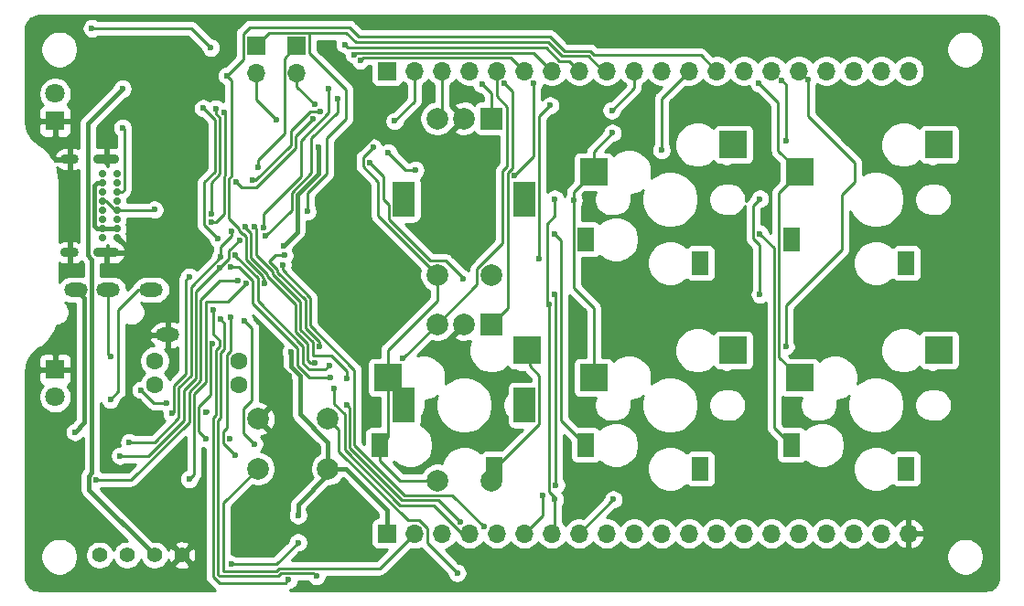
<source format=gbl>
G04 #@! TF.GenerationSoftware,KiCad,Pcbnew,(5.1.6-0-10_14)*
G04 #@! TF.CreationDate,2020-10-25T15:01:43+09:00*
G04 #@! TF.ProjectId,meishi_stm32,6d656973-6869-45f7-9374-6d33322e6b69,rev?*
G04 #@! TF.SameCoordinates,Original*
G04 #@! TF.FileFunction,Copper,L2,Bot*
G04 #@! TF.FilePolarity,Positive*
%FSLAX46Y46*%
G04 Gerber Fmt 4.6, Leading zero omitted, Abs format (unit mm)*
G04 Created by KiCad (PCBNEW (5.1.6-0-10_14)) date 2020-10-25 15:01:43*
%MOMM*%
%LPD*%
G01*
G04 APERTURE LIST*
G04 #@! TA.AperFunction,ComponentPad*
%ADD10R,1.700000X1.700000*%
G04 #@! TD*
G04 #@! TA.AperFunction,ComponentPad*
%ADD11O,1.700000X1.700000*%
G04 #@! TD*
G04 #@! TA.AperFunction,ComponentPad*
%ADD12R,2.000000X2.000000*%
G04 #@! TD*
G04 #@! TA.AperFunction,ComponentPad*
%ADD13C,2.000000*%
G04 #@! TD*
G04 #@! TA.AperFunction,ComponentPad*
%ADD14R,2.000000X3.200000*%
G04 #@! TD*
G04 #@! TA.AperFunction,ComponentPad*
%ADD15C,0.700000*%
G04 #@! TD*
G04 #@! TA.AperFunction,ComponentPad*
%ADD16O,2.400000X0.900000*%
G04 #@! TD*
G04 #@! TA.AperFunction,ComponentPad*
%ADD17O,1.700000X0.900000*%
G04 #@! TD*
G04 #@! TA.AperFunction,ComponentPad*
%ADD18R,1.800000X1.800000*%
G04 #@! TD*
G04 #@! TA.AperFunction,ComponentPad*
%ADD19C,1.800000*%
G04 #@! TD*
G04 #@! TA.AperFunction,ComponentPad*
%ADD20C,1.397000*%
G04 #@! TD*
G04 #@! TA.AperFunction,SMDPad,CuDef*
%ADD21R,2.550000X2.500000*%
G04 #@! TD*
G04 #@! TA.AperFunction,ComponentPad*
%ADD22O,2.200000X1.300000*%
G04 #@! TD*
G04 #@! TA.AperFunction,SMDPad,CuDef*
%ADD23R,1.600000X2.200000*%
G04 #@! TD*
G04 #@! TA.AperFunction,ComponentPad*
%ADD24C,1.600000*%
G04 #@! TD*
G04 #@! TA.AperFunction,ViaPad*
%ADD25C,0.600000*%
G04 #@! TD*
G04 #@! TA.AperFunction,Conductor*
%ADD26C,0.381000*%
G04 #@! TD*
G04 #@! TA.AperFunction,Conductor*
%ADD27C,0.254000*%
G04 #@! TD*
G04 APERTURE END LIST*
D10*
X63103390Y-32147010D03*
D11*
X65643390Y-32147010D03*
X68183390Y-32147010D03*
X70723390Y-32147010D03*
X73263390Y-32147010D03*
X75803390Y-32147010D03*
X78343390Y-32147010D03*
X80883390Y-32147010D03*
X83423390Y-32147010D03*
X85963390Y-32147010D03*
X88503390Y-32147010D03*
X91043390Y-32147010D03*
X93583390Y-32147010D03*
X96123390Y-32147010D03*
X98663390Y-32147010D03*
X101203390Y-32147010D03*
X103743390Y-32147010D03*
X106283390Y-32147010D03*
X108823390Y-32147010D03*
X111363390Y-32147010D03*
D12*
X72750000Y-36550000D03*
D13*
X70250000Y-36550000D03*
X67750000Y-36550000D03*
D14*
X75850000Y-44050000D03*
X64650000Y-44050000D03*
D13*
X72750000Y-51050000D03*
X67750000Y-51050000D03*
D15*
X38100160Y-41672050D03*
X38100160Y-42522050D03*
X38100160Y-43372050D03*
X38100160Y-44222050D03*
X38100160Y-45072050D03*
X38100160Y-45922050D03*
X38100160Y-46772050D03*
X38100160Y-47622050D03*
X36750160Y-42522050D03*
X36750160Y-44222050D03*
X36750160Y-43372050D03*
X36750160Y-41672050D03*
X36750160Y-45922050D03*
X36750160Y-46772050D03*
X36750160Y-47622050D03*
X36750160Y-45072050D03*
D16*
X37120160Y-40322050D03*
X37120160Y-48972050D03*
D17*
X33740160Y-40322050D03*
X33740160Y-48972050D03*
D10*
X51000000Y-29800000D03*
D11*
X51000000Y-32340000D03*
X54768980Y-32340000D03*
D10*
X54768980Y-29800000D03*
D18*
X32400000Y-36800000D03*
D19*
X32400000Y-34260000D03*
X32400000Y-62340000D03*
D18*
X32400000Y-59800000D03*
D20*
X36500000Y-77000000D03*
X39040000Y-77000000D03*
X41580000Y-77000000D03*
X44120000Y-77000000D03*
D21*
X95139250Y-38973310D03*
X82212250Y-41513310D03*
X101262330Y-41513310D03*
X114189330Y-38973310D03*
D13*
X67750000Y-70100000D03*
X72750000Y-70100000D03*
D14*
X64650000Y-63100000D03*
X75850000Y-63100000D03*
D13*
X67750000Y-55600000D03*
X70250000Y-55600000D03*
D12*
X72750000Y-55600000D03*
D21*
X76089170Y-58023390D03*
X63162170Y-60563390D03*
X82212250Y-60563390D03*
X95139250Y-58023390D03*
X101262330Y-60563390D03*
X114189330Y-58023390D03*
D13*
X57650000Y-69000000D03*
X51150000Y-69000000D03*
X57650000Y-64400000D03*
X51150000Y-64400000D03*
D22*
X34300000Y-52400000D03*
X37300000Y-52400000D03*
X41300000Y-52400000D03*
X42800000Y-56600000D03*
D23*
X92097250Y-49953310D03*
X81497250Y-47753310D03*
X100547330Y-47753310D03*
X111147330Y-49953310D03*
X62447170Y-66803390D03*
X73047170Y-69003390D03*
X81497250Y-66803390D03*
X92097250Y-69003390D03*
X111147330Y-69003390D03*
X100547330Y-66803390D03*
D11*
X111363390Y-75009690D03*
X108823390Y-75009690D03*
X106283390Y-75009690D03*
X103743390Y-75009690D03*
X101203390Y-75009690D03*
X98663390Y-75009690D03*
X96123390Y-75009690D03*
X93583390Y-75009690D03*
X91043390Y-75009690D03*
X88503390Y-75009690D03*
X85963390Y-75009690D03*
X83423390Y-75009690D03*
X80883390Y-75009690D03*
X78343390Y-75009690D03*
X75803390Y-75009690D03*
X73263390Y-75009690D03*
X70723390Y-75009690D03*
X68183390Y-75009690D03*
X65643390Y-75009690D03*
D10*
X63103390Y-75009690D03*
D24*
X41600000Y-59000000D03*
X49400000Y-59000000D03*
X49400000Y-61250000D03*
X41600000Y-61250000D03*
D25*
X54900000Y-74600000D03*
X35800000Y-30000000D03*
X43200000Y-30000000D03*
X39800000Y-41200000D03*
X41700000Y-41230000D03*
X46369790Y-40023541D03*
X60250000Y-39400000D03*
X61750000Y-38200000D03*
X52690946Y-56953796D03*
X54064096Y-60370280D03*
X46375000Y-63799986D03*
X48549834Y-66200000D03*
X38625000Y-33800000D03*
X56800000Y-39175000D03*
X53531290Y-48318710D03*
X34225000Y-65600000D03*
X54875000Y-73295000D03*
X54209370Y-58174990D03*
X53600568Y-49246175D03*
X56841414Y-57635786D03*
X69600000Y-78648945D03*
X77150000Y-49550000D03*
X78200000Y-35350000D03*
X100000000Y-38650000D03*
X99600000Y-33000000D03*
X95139250Y-38973310D03*
X114189330Y-38973310D03*
X73047170Y-69003390D03*
X76089170Y-58023390D03*
X100000000Y-57650000D03*
X102027763Y-32971385D03*
X59400000Y-60650000D03*
X50827615Y-46578422D03*
X95139250Y-58023390D03*
X114189330Y-58023390D03*
X46800000Y-30000000D03*
X35800000Y-28200000D03*
X48300000Y-32600000D03*
X51769790Y-51837556D03*
X51151173Y-41034442D03*
X84043080Y-71850000D03*
X50000000Y-46600000D03*
X56427000Y-59195057D03*
X59400000Y-63100000D03*
X69889976Y-73917798D03*
X78600000Y-44000000D03*
X78100000Y-53803202D03*
X78600000Y-71850000D03*
X63200000Y-39700000D03*
X65718681Y-41333863D03*
X81497250Y-47753310D03*
X78600000Y-47250000D03*
X100500000Y-47800000D03*
X97600000Y-47250000D03*
X97600000Y-44000000D03*
X97600000Y-52850000D03*
X78599990Y-52850000D03*
X78730202Y-70500000D03*
X77496798Y-71500000D03*
X70100000Y-51400000D03*
X61515418Y-40675835D03*
X92097250Y-49953310D03*
X111147330Y-49953310D03*
X92097250Y-69003390D03*
X111147330Y-69003390D03*
X41575000Y-45000000D03*
X56561614Y-78955210D03*
X47688856Y-55160467D03*
X47050000Y-54300000D03*
X54000000Y-79300000D03*
X44800000Y-51200000D03*
X43207960Y-63892040D03*
X42700000Y-62900000D03*
X40300000Y-61700000D03*
X54875000Y-75835000D03*
X48710685Y-77855368D03*
X49900000Y-55300000D03*
X50800002Y-66700000D03*
X48622664Y-54991646D03*
X49031078Y-67750000D03*
X53425000Y-50100000D03*
X72050000Y-74375000D03*
X58233126Y-61591874D03*
X46375000Y-66200000D03*
X46959054Y-57400000D03*
X56934334Y-35874413D03*
X71908098Y-33413512D03*
X50695626Y-42295626D03*
X63800000Y-36792780D03*
X56249164Y-36559584D03*
X49119790Y-42411070D03*
X73950853Y-33312579D03*
X49081108Y-49232071D03*
X57755210Y-59408937D03*
X64546787Y-58803213D03*
X48600000Y-50300000D03*
X57842878Y-60518763D03*
X47458211Y-47680401D03*
X46100000Y-35600000D03*
X59200000Y-29693710D03*
X55730210Y-45169784D03*
X83950000Y-37900000D03*
X80367049Y-44132951D03*
X83900000Y-35800000D03*
X97500000Y-33300000D03*
X76700000Y-33300000D03*
X74912633Y-41825212D03*
X88500000Y-39500000D03*
X44800000Y-69950000D03*
X50044082Y-51834035D03*
X36200000Y-70000000D03*
X49277876Y-51593042D03*
X57725248Y-33761280D03*
X48747245Y-47000433D03*
X47694659Y-49405351D03*
X51650000Y-46650000D03*
X39254376Y-66545628D03*
X38400000Y-67800000D03*
X58500000Y-34700000D03*
X49446422Y-47808237D03*
X47600000Y-50400000D03*
X51875000Y-47425000D03*
X38625000Y-37400000D03*
X52900000Y-36700000D03*
X61800000Y-39250000D03*
X37500000Y-62599998D03*
X37499996Y-58599996D03*
X56417485Y-35244203D03*
X46830210Y-46157587D03*
X60631080Y-31163255D03*
X48063953Y-36026108D03*
X46830210Y-45354374D03*
X47245626Y-35645626D03*
X60030237Y-30630210D03*
D26*
X41670000Y-41200000D02*
X41700000Y-41230000D01*
X39800000Y-41200000D02*
X41670000Y-41200000D01*
X45163331Y-41230000D02*
X46369790Y-40023541D01*
X41700000Y-41230000D02*
X45163331Y-41230000D01*
X43200000Y-30000000D02*
X41000000Y-30000000D01*
X41000000Y-30000000D02*
X40200000Y-29200000D01*
X36600000Y-29200000D02*
X35800000Y-30000000D01*
X40200000Y-29200000D02*
X36600000Y-29200000D01*
X60550000Y-39400000D02*
X61750000Y-38200000D01*
X60250000Y-39400000D02*
X60550000Y-39400000D01*
X52690946Y-58997130D02*
X54064096Y-60370280D01*
X52690946Y-56953796D02*
X52690946Y-58997130D01*
X35806290Y-69367032D02*
X35506299Y-69667023D01*
X35806290Y-49601366D02*
X35806290Y-69367032D01*
X35422248Y-49217324D02*
X35806290Y-49601366D01*
X35422248Y-37002752D02*
X35422248Y-49217324D01*
X38625000Y-33800000D02*
X35422248Y-37002752D01*
X35506299Y-70926299D02*
X41580000Y-77000000D01*
X35506299Y-69667023D02*
X35506299Y-70926299D01*
X54875000Y-72325000D02*
X54875000Y-73295000D01*
X57650000Y-69550000D02*
X54875000Y-72325000D01*
X57650000Y-69000000D02*
X57650000Y-69550000D01*
X54800000Y-47050000D02*
X53531290Y-48318710D01*
X54800000Y-43650000D02*
X54800000Y-47050000D01*
X56800000Y-41650000D02*
X54800000Y-43650000D01*
X56800000Y-39175000D02*
X56800000Y-41650000D01*
X59300000Y-69000000D02*
X57650000Y-69000000D01*
X63103390Y-72803390D02*
X59300000Y-69000000D01*
X63103390Y-75009690D02*
X63103390Y-72803390D01*
X35100000Y-64725000D02*
X34225000Y-65600000D01*
X35100000Y-53200000D02*
X35100000Y-64725000D01*
X34300000Y-52400000D02*
X35100000Y-53200000D01*
X54209370Y-59534498D02*
X54209370Y-58174990D01*
X57650000Y-69000000D02*
X57650000Y-66550000D01*
X55064671Y-63964671D02*
X55064671Y-60389799D01*
X57650000Y-66550000D02*
X55064671Y-63964671D01*
X55064671Y-60389799D02*
X54209370Y-59534498D01*
D27*
X52803825Y-49246175D02*
X52225000Y-49825000D01*
X53600568Y-49246175D02*
X52803825Y-49246175D01*
X56841414Y-57238007D02*
X56841414Y-57635786D01*
X55542789Y-55939382D02*
X56841414Y-57238007D01*
X55542789Y-53364382D02*
X55542789Y-55939382D01*
X52967789Y-50567789D02*
X52967789Y-50789382D01*
X52225000Y-49825000D02*
X52967789Y-50567789D01*
X52967789Y-50789382D02*
X55542789Y-53364382D01*
X66114023Y-73782209D02*
X66823591Y-74491777D01*
X57650000Y-64400000D02*
X58649999Y-65399999D01*
X58649999Y-67413603D02*
X65018605Y-73782209D01*
X66823591Y-75872536D02*
X69600000Y-78648945D01*
X66823591Y-74491777D02*
X66823591Y-75872536D01*
X58649999Y-65399999D02*
X58649999Y-67413603D01*
X65018605Y-73782209D02*
X66114023Y-73782209D01*
X77180201Y-36369799D02*
X78200000Y-35350000D01*
X77180201Y-49519799D02*
X77180201Y-36369799D01*
X77150000Y-49550000D02*
X77180201Y-49519799D01*
X100000000Y-38650000D02*
X100000000Y-33400000D01*
X100000000Y-33400000D02*
X99600000Y-33000000D01*
X77200000Y-60360896D02*
X77200000Y-64850560D01*
X77200000Y-64850560D02*
X73047170Y-69003390D01*
X76297371Y-59458267D02*
X77200000Y-60360896D01*
X76297371Y-58231591D02*
X76297371Y-59458267D01*
X76089170Y-58023390D02*
X76297371Y-58231591D01*
X59400000Y-60650000D02*
X59400000Y-59946000D01*
X50995182Y-49241775D02*
X50995182Y-46745989D01*
X52510578Y-50978764D02*
X52510578Y-50757171D01*
X52510578Y-50757171D02*
X50995182Y-49241775D01*
X55085578Y-56128764D02*
X55085578Y-53553764D01*
X57951455Y-58497455D02*
X56211204Y-58497455D01*
X55085578Y-53553764D02*
X52510578Y-50978764D01*
X50995182Y-46745989D02*
X50827615Y-46578422D01*
X56211204Y-58497455D02*
X56211204Y-57254390D01*
X59400000Y-59946000D02*
X57951455Y-58497455D01*
X56211204Y-57254390D02*
X55085578Y-56128764D01*
X102027763Y-36327763D02*
X102027763Y-32971385D01*
X106367531Y-40667531D02*
X102027763Y-36327763D01*
X105177531Y-43581807D02*
X106367531Y-42391807D01*
X106367531Y-42391807D02*
X106367531Y-40667531D01*
X105177531Y-48722469D02*
X105177531Y-43581807D01*
X100000000Y-53900000D02*
X105177531Y-48722469D01*
X100000000Y-57650000D02*
X100000000Y-53900000D01*
X46800000Y-30000000D02*
X45000000Y-28200000D01*
X45000000Y-28200000D02*
X35800000Y-28200000D01*
X51769790Y-51531162D02*
X51769790Y-51837556D01*
X51596156Y-51357528D02*
X51769790Y-51531162D01*
X49369799Y-46719799D02*
X49369799Y-46902497D01*
X50080760Y-47523946D02*
X50080760Y-49620539D01*
X48694154Y-32994154D02*
X48694154Y-41904006D01*
X51596156Y-51135935D02*
X51596156Y-51357528D01*
X49697503Y-47230201D02*
X49787015Y-47230201D01*
X49787015Y-47230201D02*
X50080760Y-47523946D01*
X48489588Y-45839588D02*
X49369799Y-46719799D01*
X48694154Y-41904006D02*
X48489588Y-42108572D01*
X49369799Y-46902497D02*
X49697503Y-47230201D01*
X48300000Y-32600000D02*
X48694154Y-32994154D01*
X50080760Y-49620539D02*
X51596156Y-51135935D01*
X48489588Y-42108572D02*
X48489588Y-45839588D01*
X92118190Y-30681810D02*
X93583390Y-32147010D01*
X79500000Y-30300000D02*
X81900000Y-30300000D01*
X78200000Y-29000000D02*
X79500000Y-30300000D01*
X81900000Y-30300000D02*
X82281810Y-30681810D01*
X60500000Y-29000000D02*
X78200000Y-29000000D01*
X50405638Y-28100000D02*
X59600000Y-28100000D01*
X49800000Y-28705638D02*
X50405638Y-28100000D01*
X82281810Y-30681810D02*
X92118190Y-30681810D01*
X48300000Y-32600000D02*
X49800000Y-31100000D01*
X59600000Y-28100000D02*
X60500000Y-29000000D01*
X49800000Y-31100000D02*
X49800000Y-28705638D01*
X51151173Y-40397654D02*
X51151173Y-41034442D01*
X53588779Y-33378523D02*
X53600000Y-33389744D01*
X53600000Y-37948827D02*
X51151173Y-40397654D01*
X53600000Y-33389744D02*
X53600000Y-37948827D01*
X53588779Y-30980201D02*
X53588779Y-33378523D01*
X54768980Y-29800000D02*
X53588779Y-30980201D01*
X80883390Y-75009690D02*
X84043080Y-71850000D01*
X56002736Y-59195057D02*
X56427000Y-59195057D01*
X54628367Y-56318146D02*
X55753993Y-57443772D01*
X50537971Y-47208624D02*
X50537971Y-49431157D01*
X52053367Y-51168146D02*
X54628367Y-53743146D01*
X50000000Y-46670653D02*
X50537971Y-47208624D01*
X55753993Y-57443772D02*
X55753993Y-58946314D01*
X50000000Y-46600000D02*
X50000000Y-46670653D01*
X55753993Y-58946314D02*
X56002736Y-59195057D01*
X52053367Y-50946553D02*
X52053367Y-51168146D01*
X54628367Y-53743146D02*
X54628367Y-56318146D01*
X50537971Y-49431157D02*
X52053367Y-50946553D01*
X59642789Y-63342789D02*
X59642789Y-67046197D01*
X59642789Y-67046197D02*
X64503802Y-71907210D01*
X67879388Y-71907210D02*
X69889976Y-73917798D01*
X59400000Y-63100000D02*
X59642789Y-63342789D01*
X64503802Y-71907210D02*
X67879388Y-71907210D01*
X78600000Y-44000000D02*
X78600000Y-45600000D01*
X78600000Y-45600000D02*
X77900000Y-46300000D01*
X77900000Y-53603202D02*
X78100000Y-53803202D01*
X77900000Y-46300000D02*
X77900000Y-53603202D01*
X78600000Y-74753080D02*
X78343390Y-75009690D01*
X78600000Y-71850000D02*
X78600000Y-74753080D01*
X78100000Y-53803202D02*
X78100000Y-71170504D01*
X78100000Y-71170504D02*
X78600000Y-71670504D01*
X78600000Y-71670504D02*
X78600000Y-71850000D01*
X63200000Y-39700000D02*
X64833863Y-41333863D01*
X64833863Y-41333863D02*
X65718681Y-41333863D01*
X79230212Y-64536352D02*
X79230212Y-47880212D01*
X81497250Y-66803390D02*
X79230212Y-64536352D01*
X79230212Y-47880212D02*
X78600000Y-47250000D01*
X100546690Y-47753310D02*
X100500000Y-47800000D01*
X100547330Y-47753310D02*
X100546690Y-47753310D01*
X98912587Y-48562587D02*
X97600000Y-47250000D01*
X100547330Y-66803390D02*
X98912587Y-65168647D01*
X98912587Y-65168647D02*
X98912587Y-48562587D01*
X75803390Y-75009690D02*
X76373010Y-75009690D01*
X78730202Y-52980212D02*
X78599990Y-52850000D01*
X78730202Y-70500000D02*
X78730202Y-52980212D01*
X77496798Y-73316282D02*
X75803390Y-75009690D01*
X77496798Y-71500000D02*
X77496798Y-73316282D01*
X97600000Y-48300000D02*
X97600000Y-52850000D01*
X96969798Y-47669798D02*
X97600000Y-48300000D01*
X96969798Y-44630202D02*
X96969798Y-47669798D01*
X97600000Y-44000000D02*
X96969798Y-44630202D01*
X62803648Y-41964065D02*
X61515418Y-40675835D01*
X62803648Y-44003648D02*
X62803648Y-41964065D01*
X63319799Y-44519799D02*
X62803648Y-44003648D01*
X70100000Y-51400000D02*
X70100000Y-51300000D01*
X67105638Y-49700000D02*
X63319799Y-45914161D01*
X68500000Y-49700000D02*
X67105638Y-49700000D01*
X70100000Y-51300000D02*
X68500000Y-49700000D01*
X63319799Y-45914161D02*
X63319799Y-44519799D01*
X37943462Y-45072050D02*
X38100160Y-45072050D01*
X37093462Y-44222050D02*
X37943462Y-45072050D01*
X36750160Y-44222050D02*
X37093462Y-44222050D01*
X41502950Y-45072050D02*
X41575000Y-45000000D01*
X38100160Y-45072050D02*
X41502950Y-45072050D01*
D26*
X38100160Y-46772050D02*
X36750160Y-46772050D01*
X36006459Y-42770777D02*
X36255186Y-42522050D01*
X36006459Y-46523323D02*
X36006459Y-42770777D01*
X36255186Y-42522050D02*
X36750160Y-42522050D01*
X36255186Y-46772050D02*
X36006459Y-46523323D01*
X36750160Y-46772050D02*
X36255186Y-46772050D01*
D27*
X47714422Y-58223925D02*
X48046467Y-57891880D01*
X47462413Y-64490994D02*
X47714422Y-64238985D01*
X56276202Y-78669798D02*
X53323388Y-78669798D01*
X53323388Y-78669798D02*
X53050397Y-78942789D01*
X48046467Y-57891880D02*
X48046467Y-55518078D01*
X56561614Y-78955210D02*
X56276202Y-78669798D01*
X47714422Y-64238985D02*
X47714422Y-58223925D01*
X53050397Y-78942789D02*
X47594256Y-78942789D01*
X47594256Y-78942789D02*
X47462413Y-78810946D01*
X47462413Y-78810946D02*
X47462413Y-64490994D01*
X48046467Y-55518078D02*
X47688856Y-55160467D01*
X47589256Y-57698157D02*
X47257211Y-58030202D01*
X47005202Y-64301612D02*
X47005202Y-79000328D01*
X47050000Y-56558246D02*
X47589256Y-57097502D01*
X47050000Y-54300000D02*
X47050000Y-56558246D01*
X47589256Y-57097502D02*
X47589256Y-57698157D01*
X47005202Y-79000328D02*
X47604873Y-79599999D01*
X47257211Y-58030202D02*
X47257211Y-64049603D01*
X47257211Y-64049603D02*
X47005202Y-64301612D01*
X47604873Y-79599999D02*
X53700001Y-79599999D01*
X53700001Y-79599999D02*
X54000000Y-79300000D01*
X43330201Y-63769799D02*
X43207960Y-63892040D01*
X43371156Y-63728844D02*
X43207960Y-63892040D01*
X44500000Y-60213629D02*
X43371156Y-61342473D01*
X44500000Y-51500000D02*
X44500000Y-60213629D01*
X44800000Y-51200000D02*
X44500000Y-51500000D01*
X43371156Y-61342473D02*
X43371156Y-63728844D01*
X42700000Y-62900000D02*
X41500000Y-62900000D01*
X41500000Y-62900000D02*
X40300000Y-61700000D01*
X54865000Y-75835000D02*
X52844632Y-77855368D01*
X52844632Y-77855368D02*
X48710685Y-77855368D01*
X54875000Y-75835000D02*
X54865000Y-75835000D01*
X50599999Y-55999999D02*
X50599999Y-62650001D01*
X49800000Y-65699998D02*
X50800002Y-66700000D01*
X49900000Y-55300000D02*
X50599999Y-55999999D01*
X50599999Y-62650001D02*
X49800000Y-63450000D01*
X49800000Y-63450000D02*
X49800000Y-65699998D01*
X48269799Y-58457503D02*
X48269799Y-65168563D01*
X48622664Y-58104638D02*
X48269799Y-58457503D01*
X48269799Y-65168563D02*
X47919624Y-65518738D01*
X47919624Y-66638546D02*
X49031078Y-67750000D01*
X48622664Y-54991646D02*
X48622664Y-58104638D01*
X47919624Y-65518738D02*
X47919624Y-66638546D01*
X60100000Y-66856815D02*
X64693184Y-71449999D01*
X56000000Y-53175000D02*
X56000000Y-55750000D01*
X64693184Y-71449999D02*
X69124999Y-71449999D01*
X53425000Y-50100000D02*
X53425000Y-50600000D01*
X69124999Y-71449999D02*
X72050000Y-74375000D01*
X60100000Y-59850000D02*
X60100000Y-66856815D01*
X53425000Y-50600000D02*
X56000000Y-53175000D01*
X56000000Y-55750000D02*
X60100000Y-59850000D01*
X70049168Y-75009690D02*
X70723390Y-75009690D01*
X58233126Y-63014428D02*
X59185578Y-63966880D01*
X59185578Y-67235579D02*
X64314420Y-72364421D01*
X58233126Y-61591874D02*
X58233126Y-63014428D01*
X67403899Y-72364421D02*
X70049168Y-75009690D01*
X59185578Y-63966880D02*
X59185578Y-67235579D01*
X64314420Y-72364421D02*
X67403899Y-72364421D01*
X53134006Y-78212587D02*
X62440493Y-78212587D01*
X62440493Y-78212587D02*
X65643390Y-75009690D01*
X47992449Y-72157551D02*
X47992449Y-78485578D01*
X52861014Y-78485578D02*
X53134006Y-78212587D01*
X51150000Y-69000000D02*
X47992449Y-72157551D01*
X47992449Y-78485578D02*
X52861014Y-78485578D01*
X45700000Y-63289384D02*
X46800000Y-62189384D01*
X46800000Y-62189384D02*
X46800000Y-57559054D01*
X46800000Y-57559054D02*
X46959054Y-57400000D01*
X46375000Y-66200000D02*
X45700000Y-65525000D01*
X45700000Y-65525000D02*
X45700000Y-63289384D01*
X72750000Y-36550000D02*
X72750000Y-34255414D01*
X72750000Y-34255414D02*
X71908098Y-33413512D01*
X56001637Y-35874413D02*
X54185578Y-37690472D01*
X54185578Y-37690472D02*
X54185578Y-39021238D01*
X54185578Y-39021238D02*
X50911190Y-42295626D01*
X56934334Y-35874413D02*
X56001637Y-35874413D01*
X50911190Y-42295626D02*
X50695626Y-42295626D01*
X65643390Y-32147010D02*
X65643390Y-34949390D01*
X65643390Y-34949390D02*
X63800000Y-36792780D01*
X68183390Y-36116610D02*
X67750000Y-36550000D01*
X68183390Y-32147010D02*
X68183390Y-36116610D01*
X54642789Y-38165959D02*
X54642789Y-39281163D01*
X56249164Y-36559584D02*
X54642789Y-38165959D01*
X54642789Y-39281163D02*
X50998124Y-42925828D01*
X50998124Y-42925828D02*
X49634548Y-42925828D01*
X49634548Y-42925828D02*
X49119790Y-42411070D01*
X51139588Y-51497553D02*
X51139588Y-53475960D01*
X51139588Y-53475960D02*
X55296782Y-57633154D01*
X55296782Y-57633154D02*
X55296782Y-59238921D01*
X49081108Y-49267480D02*
X51138945Y-51325317D01*
X57338889Y-59825258D02*
X57755210Y-59408937D01*
X51138945Y-51496910D02*
X51139588Y-51497553D01*
X49081108Y-49232071D02*
X49081108Y-49267480D01*
X55883119Y-59825258D02*
X57338889Y-59825258D01*
X51138945Y-51325317D02*
X51138945Y-51496910D01*
X55296782Y-59238921D02*
X55883119Y-59825258D01*
X74257211Y-41589381D02*
X74700000Y-41146593D01*
X74700000Y-41146593D02*
X74699999Y-34061725D01*
X74257211Y-54092789D02*
X74257211Y-41589381D01*
X72750000Y-55600000D02*
X74257211Y-54092789D01*
X74699999Y-34061725D02*
X73950853Y-33312579D01*
X64546787Y-58803213D02*
X67750000Y-55600000D01*
X55930031Y-60518763D02*
X57842878Y-60518763D01*
X48600000Y-50300000D02*
X49425389Y-50300000D01*
X54839571Y-59428303D02*
X55930031Y-60518763D01*
X50682377Y-51556988D02*
X50682377Y-53715308D01*
X49425389Y-50300000D02*
X50682377Y-51556988D01*
X54839571Y-57872502D02*
X54839571Y-59428303D01*
X50682377Y-53715308D02*
X54839571Y-57872502D01*
X73263390Y-34469028D02*
X74242789Y-35448427D01*
X71400000Y-51950000D02*
X67750000Y-55600000D01*
X74242789Y-40957211D02*
X73800000Y-41400000D01*
X73800000Y-48100000D02*
X71400000Y-50500000D01*
X71400000Y-50500000D02*
X71400000Y-51950000D01*
X73263390Y-32147010D02*
X73263390Y-34469028D01*
X73800000Y-41400000D02*
X73800000Y-48100000D01*
X74242789Y-35448427D02*
X74242789Y-40957211D01*
X47199998Y-36699998D02*
X46100000Y-35600000D01*
X47199998Y-41458383D02*
X47199998Y-36699998D01*
X46200000Y-46422190D02*
X46200000Y-42458381D01*
X46200000Y-42458381D02*
X47199998Y-41458383D01*
X47458211Y-47680401D02*
X46200000Y-46422190D01*
X59499999Y-29993709D02*
X59200000Y-29693710D01*
X77847117Y-29993709D02*
X59499999Y-29993709D01*
X80883390Y-32147010D02*
X79950802Y-31214422D01*
X79950802Y-31214422D02*
X79067830Y-31214422D01*
X79067830Y-31214422D02*
X77847117Y-29993709D01*
X52180201Y-28619799D02*
X51000000Y-29800000D01*
X55883141Y-28619799D02*
X52180201Y-28619799D01*
X55730210Y-43469790D02*
X55730210Y-45169784D01*
X57500000Y-38400000D02*
X57500000Y-41700000D01*
X59300000Y-33868329D02*
X59300000Y-36600000D01*
X59300000Y-36600000D02*
X57500000Y-38400000D01*
X55949181Y-30517510D02*
X59300000Y-33868329D01*
X57500000Y-41700000D02*
X55730210Y-43469790D01*
X55949181Y-28685839D02*
X55949181Y-30517510D01*
X55883141Y-28619799D02*
X55949181Y-28685839D01*
X83100418Y-32147010D02*
X83423390Y-32147010D01*
X81710619Y-30757211D02*
X83100418Y-32147010D01*
X79310618Y-30757211D02*
X81710619Y-30757211D01*
X60200000Y-29500000D02*
X78053407Y-29500000D01*
X59319799Y-28619799D02*
X60200000Y-29500000D01*
X78053407Y-29500000D02*
X79310618Y-30757211D01*
X55883141Y-28619799D02*
X59319799Y-28619799D01*
X82212250Y-39637750D02*
X82212250Y-41513310D01*
X83950000Y-37900000D02*
X82212250Y-39637750D01*
X80367049Y-52234349D02*
X82212250Y-54079550D01*
X82212250Y-41513310D02*
X80367049Y-43358511D01*
X82212250Y-54079550D02*
X82212250Y-60563390D01*
X80367049Y-44132951D02*
X80367049Y-52234349D01*
X80367049Y-43358511D02*
X80367049Y-44132951D01*
X85963390Y-32147010D02*
X85963390Y-33736610D01*
X85963390Y-33736610D02*
X83900000Y-35800000D01*
X99369798Y-43405842D02*
X99369798Y-58670858D01*
X101262330Y-41513310D02*
X99369798Y-43405842D01*
X99369798Y-58670858D02*
X101262330Y-60563390D01*
X99300000Y-35100000D02*
X97500000Y-33300000D01*
X99300000Y-39550980D02*
X99300000Y-35100000D01*
X101262330Y-41513310D02*
X99300000Y-39550980D01*
X76700000Y-33300000D02*
X76700000Y-40037845D01*
X76700000Y-40037845D02*
X74912633Y-41825212D01*
X88500000Y-34690400D02*
X91043390Y-32147010D01*
X88500000Y-39500000D02*
X88500000Y-34690400D01*
X45242791Y-62057209D02*
X46328844Y-60971157D01*
X45242791Y-69507209D02*
X45242791Y-62057209D01*
X44800000Y-69950000D02*
X45242791Y-69507209D01*
X46328844Y-60971157D02*
X46328844Y-53521156D01*
X46350000Y-53500000D02*
X48378117Y-53500000D01*
X46328844Y-53521156D02*
X46350000Y-53500000D01*
X48378117Y-53500000D02*
X50044082Y-51834035D01*
X44785580Y-61867827D02*
X44785580Y-64656223D01*
X45871633Y-60781775D02*
X44785580Y-61867827D01*
X49277876Y-51593042D02*
X47610365Y-51593042D01*
X47610365Y-51593042D02*
X45871633Y-53331774D01*
X45871633Y-53331774D02*
X45871633Y-60781775D01*
X39441803Y-70000000D02*
X36200000Y-70000000D01*
X44785580Y-64656223D02*
X39441803Y-70000000D01*
X48747245Y-47424697D02*
X47694659Y-48477283D01*
X48747245Y-47000433D02*
X48747245Y-47424697D01*
X47694659Y-48477283D02*
X47694659Y-49405351D01*
X55111953Y-41955059D02*
X51650000Y-45417012D01*
X55111953Y-38588047D02*
X55111953Y-41955059D01*
X57725248Y-35974752D02*
X55111953Y-38588047D01*
X51650000Y-45417012D02*
X51650000Y-46650000D01*
X57725248Y-33761280D02*
X57725248Y-35974752D01*
X47694659Y-49405351D02*
X44957211Y-52142799D01*
X41602989Y-66545628D02*
X39254376Y-66545628D01*
X44957211Y-52142799D02*
X44957211Y-60403011D01*
X44957211Y-60403011D02*
X43842789Y-61517433D01*
X43842789Y-61517433D02*
X43842789Y-64305828D01*
X43842789Y-64305828D02*
X41602989Y-66545628D01*
X49446422Y-47808237D02*
X48448089Y-48806570D01*
X48448089Y-48806570D02*
X48448089Y-49551911D01*
X48448089Y-49551911D02*
X47600000Y-50400000D01*
X56100000Y-38400000D02*
X56100000Y-41613604D01*
X54279289Y-45020711D02*
X51875000Y-47425000D01*
X56100000Y-41613604D02*
X54279289Y-43434315D01*
X58500000Y-34700000D02*
X58500000Y-36000000D01*
X58500000Y-36000000D02*
X56100000Y-38400000D01*
X54279289Y-43434315D02*
X54279289Y-45020711D01*
X44300000Y-64495210D02*
X40995209Y-67800000D01*
X40995209Y-67800000D02*
X38400000Y-67800000D01*
X45414422Y-60592393D02*
X44300000Y-61706815D01*
X45414422Y-52585578D02*
X45414422Y-60592393D01*
X47600000Y-50400000D02*
X45414422Y-52585578D01*
X44300000Y-61706815D02*
X44300000Y-64495210D01*
X38780361Y-37555361D02*
X38625000Y-37400000D01*
X38595134Y-43372050D02*
X38780361Y-43186823D01*
X38780361Y-43186823D02*
X38780361Y-37555361D01*
X38100160Y-43372050D02*
X38595134Y-43372050D01*
X63162170Y-66088390D02*
X62447170Y-66803390D01*
X63162170Y-60563390D02*
X63162170Y-66088390D01*
X51000000Y-34800000D02*
X52900000Y-36700000D01*
X51000000Y-32340000D02*
X51000000Y-34800000D01*
X64300000Y-70100000D02*
X67750000Y-70100000D01*
X62447170Y-68247170D02*
X64300000Y-70100000D01*
X62447170Y-66803390D02*
X62447170Y-68247170D01*
X63162170Y-57987830D02*
X63162170Y-60563390D01*
X67750000Y-53400000D02*
X63162170Y-57987830D01*
X67750000Y-51050000D02*
X67750000Y-53400000D01*
X60869799Y-40969799D02*
X60869799Y-40180201D01*
X62300000Y-45600000D02*
X62300000Y-42400000D01*
X60869799Y-40180201D02*
X61800000Y-39250000D01*
X62300000Y-42400000D02*
X60869799Y-40969799D01*
X67750000Y-51050000D02*
X62300000Y-45600000D01*
X41300000Y-52400000D02*
X40100000Y-52400000D01*
X40100000Y-52400000D02*
X38250000Y-54250000D01*
X38250000Y-54250000D02*
X38250000Y-61849998D01*
X38250000Y-61849998D02*
X37500000Y-62599998D01*
X37300000Y-58400000D02*
X37499996Y-58599996D01*
X37300000Y-52400000D02*
X37300000Y-58400000D01*
X54768980Y-33595698D02*
X56417485Y-35244203D01*
X54768980Y-32340000D02*
X54768980Y-33595698D01*
X60879913Y-30914422D02*
X60631080Y-31163255D01*
X75803390Y-32147010D02*
X74570802Y-30914422D01*
X74570802Y-30914422D02*
X60879913Y-30914422D01*
X48032377Y-41919190D02*
X48114420Y-41837147D01*
X48114420Y-36076575D02*
X48063953Y-36026108D01*
X48032377Y-45379684D02*
X48032377Y-41919190D01*
X48114420Y-41837147D02*
X48114420Y-36076575D01*
X47254474Y-46157587D02*
X48032377Y-45379684D01*
X46830210Y-46157587D02*
X47254474Y-46157587D01*
X78343390Y-32147010D02*
X76653591Y-30457211D01*
X60203236Y-30457211D02*
X60030237Y-30630210D01*
X76653591Y-30457211D02*
X60203236Y-30457211D01*
X47245626Y-36099034D02*
X47245626Y-35645626D01*
X47657209Y-36510616D02*
X47245626Y-36099034D01*
X46830210Y-42474764D02*
X47657209Y-41647765D01*
X47657209Y-41647765D02*
X47657209Y-36510616D01*
X46830210Y-45354374D02*
X46830210Y-42474764D01*
G36*
X118738256Y-27088538D02*
G01*
X118960891Y-27155755D01*
X119166229Y-27264935D01*
X119346449Y-27411919D01*
X119494687Y-27591108D01*
X119605299Y-27795680D01*
X119674068Y-28017837D01*
X119701810Y-28281784D01*
X119701811Y-79022701D01*
X119675711Y-79288889D01*
X119608494Y-79511524D01*
X119499316Y-79716857D01*
X119352332Y-79897077D01*
X119173143Y-80045316D01*
X118968571Y-80155928D01*
X118746416Y-80224697D01*
X118482465Y-80252440D01*
X54095841Y-80252440D01*
X54125393Y-80236644D01*
X54138692Y-80225730D01*
X54272729Y-80199068D01*
X54442889Y-80128586D01*
X54596028Y-80026262D01*
X54726262Y-79896028D01*
X54828586Y-79742889D01*
X54899068Y-79572729D01*
X54927101Y-79431798D01*
X55755545Y-79431798D01*
X55835352Y-79551238D01*
X55965586Y-79681472D01*
X56118725Y-79783796D01*
X56288885Y-79854278D01*
X56469525Y-79890210D01*
X56653703Y-79890210D01*
X56834343Y-79854278D01*
X57004503Y-79783796D01*
X57157642Y-79681472D01*
X57287876Y-79551238D01*
X57390200Y-79398099D01*
X57460682Y-79227939D01*
X57496614Y-79047299D01*
X57496614Y-78974587D01*
X62403070Y-78974587D01*
X62440493Y-78978273D01*
X62477916Y-78974587D01*
X62477919Y-78974587D01*
X62589871Y-78963561D01*
X62733508Y-78919989D01*
X62865885Y-78849232D01*
X62981915Y-78754009D01*
X63005777Y-78724933D01*
X65279342Y-76451369D01*
X65497130Y-76494690D01*
X65789650Y-76494690D01*
X66076548Y-76437622D01*
X66244498Y-76368055D01*
X66282170Y-76413958D01*
X66311240Y-76437815D01*
X68677550Y-78804126D01*
X68700932Y-78921674D01*
X68771414Y-79091834D01*
X68873738Y-79244973D01*
X69003972Y-79375207D01*
X69157111Y-79477531D01*
X69327271Y-79548013D01*
X69507911Y-79583945D01*
X69692089Y-79583945D01*
X69872729Y-79548013D01*
X70042889Y-79477531D01*
X70196028Y-79375207D01*
X70326262Y-79244973D01*
X70428586Y-79091834D01*
X70499068Y-78921674D01*
X70535000Y-78741034D01*
X70535000Y-78556856D01*
X70499068Y-78376216D01*
X70428586Y-78206056D01*
X70326262Y-78052917D01*
X70196028Y-77922683D01*
X70042889Y-77820359D01*
X69872729Y-77749877D01*
X69755181Y-77726495D01*
X69010243Y-76981557D01*
X114866810Y-76981557D01*
X114866810Y-77323323D01*
X114933485Y-77658521D01*
X115064273Y-77974271D01*
X115254147Y-78258438D01*
X115495812Y-78500103D01*
X115779979Y-78689977D01*
X116095729Y-78820765D01*
X116430927Y-78887440D01*
X116772693Y-78887440D01*
X117107891Y-78820765D01*
X117423641Y-78689977D01*
X117707808Y-78500103D01*
X117949473Y-78258438D01*
X118139347Y-77974271D01*
X118270135Y-77658521D01*
X118336810Y-77323323D01*
X118336810Y-76981557D01*
X118270135Y-76646359D01*
X118139347Y-76330609D01*
X117949473Y-76046442D01*
X117707808Y-75804777D01*
X117423641Y-75614903D01*
X117107891Y-75484115D01*
X116772693Y-75417440D01*
X116430927Y-75417440D01*
X116095729Y-75484115D01*
X115779979Y-75614903D01*
X115495812Y-75804777D01*
X115254147Y-76046442D01*
X115064273Y-76330609D01*
X114933485Y-76646359D01*
X114866810Y-76981557D01*
X69010243Y-76981557D01*
X68491234Y-76462549D01*
X68616548Y-76437622D01*
X68886801Y-76325680D01*
X69130022Y-76163165D01*
X69336865Y-75956322D01*
X69453390Y-75781930D01*
X69569915Y-75956322D01*
X69776758Y-76163165D01*
X70019979Y-76325680D01*
X70290232Y-76437622D01*
X70577130Y-76494690D01*
X70869650Y-76494690D01*
X71156548Y-76437622D01*
X71426801Y-76325680D01*
X71670022Y-76163165D01*
X71876865Y-75956322D01*
X71993390Y-75781930D01*
X72109915Y-75956322D01*
X72316758Y-76163165D01*
X72559979Y-76325680D01*
X72830232Y-76437622D01*
X73117130Y-76494690D01*
X73409650Y-76494690D01*
X73696548Y-76437622D01*
X73966801Y-76325680D01*
X74210022Y-76163165D01*
X74416865Y-75956322D01*
X74533390Y-75781930D01*
X74649915Y-75956322D01*
X74856758Y-76163165D01*
X75099979Y-76325680D01*
X75370232Y-76437622D01*
X75657130Y-76494690D01*
X75949650Y-76494690D01*
X76236548Y-76437622D01*
X76506801Y-76325680D01*
X76750022Y-76163165D01*
X76956865Y-75956322D01*
X77073390Y-75781930D01*
X77189915Y-75956322D01*
X77396758Y-76163165D01*
X77639979Y-76325680D01*
X77910232Y-76437622D01*
X78197130Y-76494690D01*
X78489650Y-76494690D01*
X78776548Y-76437622D01*
X79046801Y-76325680D01*
X79290022Y-76163165D01*
X79496865Y-75956322D01*
X79613390Y-75781930D01*
X79729915Y-75956322D01*
X79936758Y-76163165D01*
X80179979Y-76325680D01*
X80450232Y-76437622D01*
X80737130Y-76494690D01*
X81029650Y-76494690D01*
X81316548Y-76437622D01*
X81586801Y-76325680D01*
X81830022Y-76163165D01*
X82036865Y-75956322D01*
X82153390Y-75781930D01*
X82269915Y-75956322D01*
X82476758Y-76163165D01*
X82719979Y-76325680D01*
X82990232Y-76437622D01*
X83277130Y-76494690D01*
X83569650Y-76494690D01*
X83856548Y-76437622D01*
X84126801Y-76325680D01*
X84370022Y-76163165D01*
X84576865Y-75956322D01*
X84693390Y-75781930D01*
X84809915Y-75956322D01*
X85016758Y-76163165D01*
X85259979Y-76325680D01*
X85530232Y-76437622D01*
X85817130Y-76494690D01*
X86109650Y-76494690D01*
X86396548Y-76437622D01*
X86666801Y-76325680D01*
X86910022Y-76163165D01*
X87116865Y-75956322D01*
X87233390Y-75781930D01*
X87349915Y-75956322D01*
X87556758Y-76163165D01*
X87799979Y-76325680D01*
X88070232Y-76437622D01*
X88357130Y-76494690D01*
X88649650Y-76494690D01*
X88936548Y-76437622D01*
X89206801Y-76325680D01*
X89450022Y-76163165D01*
X89656865Y-75956322D01*
X89773390Y-75781930D01*
X89889915Y-75956322D01*
X90096758Y-76163165D01*
X90339979Y-76325680D01*
X90610232Y-76437622D01*
X90897130Y-76494690D01*
X91189650Y-76494690D01*
X91476548Y-76437622D01*
X91746801Y-76325680D01*
X91990022Y-76163165D01*
X92196865Y-75956322D01*
X92313390Y-75781930D01*
X92429915Y-75956322D01*
X92636758Y-76163165D01*
X92879979Y-76325680D01*
X93150232Y-76437622D01*
X93437130Y-76494690D01*
X93729650Y-76494690D01*
X94016548Y-76437622D01*
X94286801Y-76325680D01*
X94530022Y-76163165D01*
X94736865Y-75956322D01*
X94853390Y-75781930D01*
X94969915Y-75956322D01*
X95176758Y-76163165D01*
X95419979Y-76325680D01*
X95690232Y-76437622D01*
X95977130Y-76494690D01*
X96269650Y-76494690D01*
X96556548Y-76437622D01*
X96826801Y-76325680D01*
X97070022Y-76163165D01*
X97276865Y-75956322D01*
X97393390Y-75781930D01*
X97509915Y-75956322D01*
X97716758Y-76163165D01*
X97959979Y-76325680D01*
X98230232Y-76437622D01*
X98517130Y-76494690D01*
X98809650Y-76494690D01*
X99096548Y-76437622D01*
X99366801Y-76325680D01*
X99610022Y-76163165D01*
X99816865Y-75956322D01*
X99933390Y-75781930D01*
X100049915Y-75956322D01*
X100256758Y-76163165D01*
X100499979Y-76325680D01*
X100770232Y-76437622D01*
X101057130Y-76494690D01*
X101349650Y-76494690D01*
X101636548Y-76437622D01*
X101906801Y-76325680D01*
X102150022Y-76163165D01*
X102356865Y-75956322D01*
X102473390Y-75781930D01*
X102589915Y-75956322D01*
X102796758Y-76163165D01*
X103039979Y-76325680D01*
X103310232Y-76437622D01*
X103597130Y-76494690D01*
X103889650Y-76494690D01*
X104176548Y-76437622D01*
X104446801Y-76325680D01*
X104690022Y-76163165D01*
X104896865Y-75956322D01*
X105013390Y-75781930D01*
X105129915Y-75956322D01*
X105336758Y-76163165D01*
X105579979Y-76325680D01*
X105850232Y-76437622D01*
X106137130Y-76494690D01*
X106429650Y-76494690D01*
X106716548Y-76437622D01*
X106986801Y-76325680D01*
X107230022Y-76163165D01*
X107436865Y-75956322D01*
X107553390Y-75781930D01*
X107669915Y-75956322D01*
X107876758Y-76163165D01*
X108119979Y-76325680D01*
X108390232Y-76437622D01*
X108677130Y-76494690D01*
X108969650Y-76494690D01*
X109256548Y-76437622D01*
X109526801Y-76325680D01*
X109770022Y-76163165D01*
X109976865Y-75956322D01*
X110098585Y-75774156D01*
X110168212Y-75891045D01*
X110363121Y-76107278D01*
X110596470Y-76281331D01*
X110859291Y-76406515D01*
X111006500Y-76451166D01*
X111236390Y-76329845D01*
X111236390Y-75136690D01*
X111490390Y-75136690D01*
X111490390Y-76329845D01*
X111720280Y-76451166D01*
X111867489Y-76406515D01*
X112130310Y-76281331D01*
X112363659Y-76107278D01*
X112558568Y-75891045D01*
X112707547Y-75640942D01*
X112804871Y-75366581D01*
X112684204Y-75136690D01*
X111490390Y-75136690D01*
X111236390Y-75136690D01*
X111216390Y-75136690D01*
X111216390Y-74882690D01*
X111236390Y-74882690D01*
X111236390Y-73689535D01*
X111490390Y-73689535D01*
X111490390Y-74882690D01*
X112684204Y-74882690D01*
X112804871Y-74652799D01*
X112707547Y-74378438D01*
X112558568Y-74128335D01*
X112363659Y-73912102D01*
X112130310Y-73738049D01*
X111867489Y-73612865D01*
X111720280Y-73568214D01*
X111490390Y-73689535D01*
X111236390Y-73689535D01*
X111006500Y-73568214D01*
X110859291Y-73612865D01*
X110596470Y-73738049D01*
X110363121Y-73912102D01*
X110168212Y-74128335D01*
X110098585Y-74245224D01*
X109976865Y-74063058D01*
X109770022Y-73856215D01*
X109526801Y-73693700D01*
X109256548Y-73581758D01*
X108969650Y-73524690D01*
X108677130Y-73524690D01*
X108390232Y-73581758D01*
X108119979Y-73693700D01*
X107876758Y-73856215D01*
X107669915Y-74063058D01*
X107553390Y-74237450D01*
X107436865Y-74063058D01*
X107230022Y-73856215D01*
X106986801Y-73693700D01*
X106716548Y-73581758D01*
X106429650Y-73524690D01*
X106137130Y-73524690D01*
X105850232Y-73581758D01*
X105579979Y-73693700D01*
X105336758Y-73856215D01*
X105129915Y-74063058D01*
X105013390Y-74237450D01*
X104896865Y-74063058D01*
X104690022Y-73856215D01*
X104446801Y-73693700D01*
X104176548Y-73581758D01*
X103889650Y-73524690D01*
X103597130Y-73524690D01*
X103310232Y-73581758D01*
X103039979Y-73693700D01*
X102796758Y-73856215D01*
X102589915Y-74063058D01*
X102473390Y-74237450D01*
X102356865Y-74063058D01*
X102150022Y-73856215D01*
X101906801Y-73693700D01*
X101636548Y-73581758D01*
X101349650Y-73524690D01*
X101057130Y-73524690D01*
X100770232Y-73581758D01*
X100499979Y-73693700D01*
X100256758Y-73856215D01*
X100049915Y-74063058D01*
X99933390Y-74237450D01*
X99816865Y-74063058D01*
X99610022Y-73856215D01*
X99366801Y-73693700D01*
X99096548Y-73581758D01*
X98809650Y-73524690D01*
X98517130Y-73524690D01*
X98230232Y-73581758D01*
X97959979Y-73693700D01*
X97716758Y-73856215D01*
X97509915Y-74063058D01*
X97393390Y-74237450D01*
X97276865Y-74063058D01*
X97070022Y-73856215D01*
X96826801Y-73693700D01*
X96556548Y-73581758D01*
X96269650Y-73524690D01*
X95977130Y-73524690D01*
X95690232Y-73581758D01*
X95419979Y-73693700D01*
X95176758Y-73856215D01*
X94969915Y-74063058D01*
X94853390Y-74237450D01*
X94736865Y-74063058D01*
X94530022Y-73856215D01*
X94286801Y-73693700D01*
X94016548Y-73581758D01*
X93729650Y-73524690D01*
X93437130Y-73524690D01*
X93150232Y-73581758D01*
X92879979Y-73693700D01*
X92636758Y-73856215D01*
X92429915Y-74063058D01*
X92313390Y-74237450D01*
X92196865Y-74063058D01*
X91990022Y-73856215D01*
X91746801Y-73693700D01*
X91476548Y-73581758D01*
X91189650Y-73524690D01*
X90897130Y-73524690D01*
X90610232Y-73581758D01*
X90339979Y-73693700D01*
X90096758Y-73856215D01*
X89889915Y-74063058D01*
X89773390Y-74237450D01*
X89656865Y-74063058D01*
X89450022Y-73856215D01*
X89206801Y-73693700D01*
X88936548Y-73581758D01*
X88649650Y-73524690D01*
X88357130Y-73524690D01*
X88070232Y-73581758D01*
X87799979Y-73693700D01*
X87556758Y-73856215D01*
X87349915Y-74063058D01*
X87233390Y-74237450D01*
X87116865Y-74063058D01*
X86910022Y-73856215D01*
X86666801Y-73693700D01*
X86396548Y-73581758D01*
X86109650Y-73524690D01*
X85817130Y-73524690D01*
X85530232Y-73581758D01*
X85259979Y-73693700D01*
X85016758Y-73856215D01*
X84809915Y-74063058D01*
X84693390Y-74237450D01*
X84576865Y-74063058D01*
X84370022Y-73856215D01*
X84126801Y-73693700D01*
X83856548Y-73581758D01*
X83569650Y-73524690D01*
X83446021Y-73524690D01*
X84198261Y-72772450D01*
X84315809Y-72749068D01*
X84485969Y-72678586D01*
X84639108Y-72576262D01*
X84769342Y-72446028D01*
X84871666Y-72292889D01*
X84942148Y-72122729D01*
X84978080Y-71942089D01*
X84978080Y-71757911D01*
X84942148Y-71577271D01*
X84871666Y-71407111D01*
X84769342Y-71253972D01*
X84639108Y-71123738D01*
X84485969Y-71021414D01*
X84315809Y-70950932D01*
X84135169Y-70915000D01*
X83950991Y-70915000D01*
X83770351Y-70950932D01*
X83600191Y-71021414D01*
X83447052Y-71123738D01*
X83316818Y-71253972D01*
X83214494Y-71407111D01*
X83144012Y-71577271D01*
X83120630Y-71694819D01*
X81247439Y-73568011D01*
X81029650Y-73524690D01*
X80737130Y-73524690D01*
X80450232Y-73581758D01*
X80179979Y-73693700D01*
X79936758Y-73856215D01*
X79729915Y-74063058D01*
X79613390Y-74237450D01*
X79496865Y-74063058D01*
X79362000Y-73928193D01*
X79362000Y-72392542D01*
X79428586Y-72292889D01*
X79499068Y-72122729D01*
X79535000Y-71942089D01*
X79535000Y-71757911D01*
X79499068Y-71577271D01*
X79428586Y-71407111D01*
X79326262Y-71253972D01*
X79309638Y-71237348D01*
X79326230Y-71226262D01*
X79456464Y-71096028D01*
X79558788Y-70942889D01*
X79629270Y-70772729D01*
X79665202Y-70592089D01*
X79665202Y-70407911D01*
X79629270Y-70227271D01*
X79558788Y-70057111D01*
X79492202Y-69957458D01*
X79492202Y-65875972D01*
X80059178Y-66442949D01*
X80059178Y-67903390D01*
X80071438Y-68027872D01*
X80107748Y-68147570D01*
X80166713Y-68257884D01*
X80246065Y-68354575D01*
X80342756Y-68433927D01*
X80453070Y-68492892D01*
X80572768Y-68529202D01*
X80697250Y-68541462D01*
X82297250Y-68541462D01*
X82421732Y-68529202D01*
X82541430Y-68492892D01*
X82651744Y-68433927D01*
X82748435Y-68354575D01*
X82784790Y-68310276D01*
X82936267Y-68461753D01*
X83285948Y-68695402D01*
X83674494Y-68856343D01*
X84086971Y-68938390D01*
X84507529Y-68938390D01*
X84920006Y-68856343D01*
X85072661Y-68793111D01*
X87162250Y-68793111D01*
X87162250Y-69213669D01*
X87244297Y-69626146D01*
X87405238Y-70014692D01*
X87638887Y-70364373D01*
X87936267Y-70661753D01*
X88285948Y-70895402D01*
X88674494Y-71056343D01*
X89086971Y-71138390D01*
X89507529Y-71138390D01*
X89920006Y-71056343D01*
X90308552Y-70895402D01*
X90658233Y-70661753D01*
X90809710Y-70510276D01*
X90846065Y-70554575D01*
X90942756Y-70633927D01*
X91053070Y-70692892D01*
X91172768Y-70729202D01*
X91297250Y-70741462D01*
X92897250Y-70741462D01*
X93021732Y-70729202D01*
X93141430Y-70692892D01*
X93251744Y-70633927D01*
X93348435Y-70554575D01*
X93427787Y-70457884D01*
X93486752Y-70347570D01*
X93523062Y-70227872D01*
X93535322Y-70103390D01*
X93535322Y-67903390D01*
X93523062Y-67778908D01*
X93486752Y-67659210D01*
X93427787Y-67548896D01*
X93348435Y-67452205D01*
X93251744Y-67372853D01*
X93141430Y-67313888D01*
X93021732Y-67277578D01*
X92897250Y-67265318D01*
X91297250Y-67265318D01*
X91172768Y-67277578D01*
X91053070Y-67313888D01*
X90942756Y-67372853D01*
X90846065Y-67452205D01*
X90809710Y-67496504D01*
X90658233Y-67345027D01*
X90308552Y-67111378D01*
X89920006Y-66950437D01*
X89507529Y-66868390D01*
X89086971Y-66868390D01*
X88674494Y-66950437D01*
X88285948Y-67111378D01*
X87936267Y-67345027D01*
X87638887Y-67642407D01*
X87405238Y-67992088D01*
X87244297Y-68380634D01*
X87162250Y-68793111D01*
X85072661Y-68793111D01*
X85308552Y-68695402D01*
X85658233Y-68461753D01*
X85955613Y-68164373D01*
X86189262Y-67814692D01*
X86350203Y-67426146D01*
X86432250Y-67013669D01*
X86432250Y-66593111D01*
X86350203Y-66180634D01*
X86189262Y-65792088D01*
X85955613Y-65442407D01*
X85658233Y-65145027D01*
X85308552Y-64911378D01*
X84920006Y-64750437D01*
X84507529Y-64668390D01*
X84086971Y-64668390D01*
X83674494Y-64750437D01*
X83285948Y-64911378D01*
X82936267Y-65145027D01*
X82784790Y-65296504D01*
X82748435Y-65252205D01*
X82651744Y-65172853D01*
X82541430Y-65113888D01*
X82421732Y-65077578D01*
X82297250Y-65065318D01*
X80836808Y-65065318D01*
X79992212Y-64220722D01*
X79992212Y-52937142D01*
X81450250Y-54395181D01*
X81450251Y-58675318D01*
X80937250Y-58675318D01*
X80812768Y-58687578D01*
X80693070Y-58723888D01*
X80582756Y-58782853D01*
X80486065Y-58862205D01*
X80406713Y-58958896D01*
X80347748Y-59069210D01*
X80311438Y-59188908D01*
X80299178Y-59313390D01*
X80299178Y-61813390D01*
X80311438Y-61937872D01*
X80347748Y-62057570D01*
X80406713Y-62167884D01*
X80486065Y-62264575D01*
X80582756Y-62343927D01*
X80693070Y-62402892D01*
X80812768Y-62439202D01*
X80937250Y-62451462D01*
X82405816Y-62451462D01*
X82321239Y-62655647D01*
X82262250Y-62952206D01*
X82262250Y-63254574D01*
X82321239Y-63551133D01*
X82436951Y-63830485D01*
X82604938Y-64081895D01*
X82818745Y-64295702D01*
X83070155Y-64463689D01*
X83349507Y-64579401D01*
X83646066Y-64638390D01*
X83948434Y-64638390D01*
X84074118Y-64613390D01*
X84365972Y-64613390D01*
X84657701Y-64555361D01*
X84932503Y-64441534D01*
X85179819Y-64276283D01*
X85390143Y-64065959D01*
X85555394Y-63818643D01*
X85669221Y-63543841D01*
X85727250Y-63252112D01*
X85727250Y-62954668D01*
X85676273Y-62698390D01*
X85697529Y-62698390D01*
X86110006Y-62616343D01*
X86498552Y-62455402D01*
X86804958Y-62250669D01*
X86769377Y-62336568D01*
X86668350Y-62844466D01*
X86668350Y-63362314D01*
X86769377Y-63870212D01*
X86967549Y-64348641D01*
X87255250Y-64779216D01*
X87621424Y-65145390D01*
X88051999Y-65433091D01*
X88530428Y-65631263D01*
X89038326Y-65732290D01*
X89556174Y-65732290D01*
X90064072Y-65631263D01*
X90542501Y-65433091D01*
X90973076Y-65145390D01*
X91339250Y-64779216D01*
X91626951Y-64348641D01*
X91825123Y-63870212D01*
X91926150Y-63362314D01*
X91926150Y-62954668D01*
X92867250Y-62954668D01*
X92867250Y-63252112D01*
X92925279Y-63543841D01*
X93039106Y-63818643D01*
X93204357Y-64065959D01*
X93414681Y-64276283D01*
X93661997Y-64441534D01*
X93936799Y-64555361D01*
X94228528Y-64613390D01*
X94520382Y-64613390D01*
X94646066Y-64638390D01*
X94948434Y-64638390D01*
X95244993Y-64579401D01*
X95524345Y-64463689D01*
X95775755Y-64295702D01*
X95989562Y-64081895D01*
X96157549Y-63830485D01*
X96273261Y-63551133D01*
X96332250Y-63254574D01*
X96332250Y-62952206D01*
X96273261Y-62655647D01*
X96157549Y-62376295D01*
X95989562Y-62124885D01*
X95775755Y-61911078D01*
X95524345Y-61743091D01*
X95244993Y-61627379D01*
X94948434Y-61568390D01*
X94646066Y-61568390D01*
X94520382Y-61593390D01*
X94228528Y-61593390D01*
X93936799Y-61651419D01*
X93661997Y-61765246D01*
X93414681Y-61930497D01*
X93204357Y-62140821D01*
X93039106Y-62388137D01*
X92925279Y-62662939D01*
X92867250Y-62954668D01*
X91926150Y-62954668D01*
X91926150Y-62844466D01*
X91825123Y-62336568D01*
X91626951Y-61858139D01*
X91339250Y-61427564D01*
X90973076Y-61061390D01*
X90542501Y-60773689D01*
X90064072Y-60575517D01*
X89556174Y-60474490D01*
X89038326Y-60474490D01*
X88530428Y-60575517D01*
X88051999Y-60773689D01*
X87621424Y-61061390D01*
X87551013Y-61131801D01*
X87622250Y-60773669D01*
X87622250Y-60353111D01*
X87540203Y-59940634D01*
X87379262Y-59552088D01*
X87145613Y-59202407D01*
X86848233Y-58905027D01*
X86498552Y-58671378D01*
X86110006Y-58510437D01*
X85697529Y-58428390D01*
X85276971Y-58428390D01*
X84864494Y-58510437D01*
X84475948Y-58671378D01*
X84126267Y-58905027D01*
X84036810Y-58994484D01*
X84017787Y-58958896D01*
X83938435Y-58862205D01*
X83841744Y-58782853D01*
X83731430Y-58723888D01*
X83611732Y-58687578D01*
X83487250Y-58675318D01*
X82974250Y-58675318D01*
X82974250Y-57813111D01*
X89702250Y-57813111D01*
X89702250Y-58233669D01*
X89784297Y-58646146D01*
X89945238Y-59034692D01*
X90178887Y-59384373D01*
X90476267Y-59681753D01*
X90825948Y-59915402D01*
X91214494Y-60076343D01*
X91626971Y-60158390D01*
X92047529Y-60158390D01*
X92460006Y-60076343D01*
X92848552Y-59915402D01*
X93198233Y-59681753D01*
X93305285Y-59574701D01*
X93333713Y-59627884D01*
X93413065Y-59724575D01*
X93509756Y-59803927D01*
X93620070Y-59862892D01*
X93739768Y-59899202D01*
X93864250Y-59911462D01*
X93985053Y-59911462D01*
X94186183Y-59994773D01*
X94405462Y-60038390D01*
X94629038Y-60038390D01*
X94848317Y-59994773D01*
X95049447Y-59911462D01*
X96414250Y-59911462D01*
X96538732Y-59899202D01*
X96658430Y-59862892D01*
X96768744Y-59803927D01*
X96865435Y-59724575D01*
X96944787Y-59627884D01*
X97003752Y-59517570D01*
X97040062Y-59397872D01*
X97052322Y-59273390D01*
X97052322Y-56773390D01*
X97040062Y-56648908D01*
X97003752Y-56529210D01*
X96944787Y-56418896D01*
X96865435Y-56322205D01*
X96768744Y-56242853D01*
X96658430Y-56183888D01*
X96538732Y-56147578D01*
X96414250Y-56135318D01*
X93864250Y-56135318D01*
X93739768Y-56147578D01*
X93620070Y-56183888D01*
X93509756Y-56242853D01*
X93413065Y-56322205D01*
X93333713Y-56418896D01*
X93305285Y-56472079D01*
X93198233Y-56365027D01*
X92848552Y-56131378D01*
X92460006Y-55970437D01*
X92047529Y-55888390D01*
X91626971Y-55888390D01*
X91214494Y-55970437D01*
X90825948Y-56131378D01*
X90476267Y-56365027D01*
X90178887Y-56662407D01*
X89945238Y-57012088D01*
X89784297Y-57400634D01*
X89702250Y-57813111D01*
X82974250Y-57813111D01*
X82974250Y-54116972D01*
X82977936Y-54079549D01*
X82974181Y-54041421D01*
X82963224Y-53930172D01*
X82919652Y-53786535D01*
X82848895Y-53654158D01*
X82753672Y-53538128D01*
X82724603Y-53514272D01*
X81129049Y-51918719D01*
X81129049Y-49491382D01*
X82297250Y-49491382D01*
X82421732Y-49479122D01*
X82541430Y-49442812D01*
X82651744Y-49383847D01*
X82748435Y-49304495D01*
X82784790Y-49260196D01*
X82936267Y-49411673D01*
X83285948Y-49645322D01*
X83674494Y-49806263D01*
X84086971Y-49888310D01*
X84507529Y-49888310D01*
X84920006Y-49806263D01*
X85072661Y-49743031D01*
X87162250Y-49743031D01*
X87162250Y-50163589D01*
X87244297Y-50576066D01*
X87405238Y-50964612D01*
X87638887Y-51314293D01*
X87936267Y-51611673D01*
X88285948Y-51845322D01*
X88674494Y-52006263D01*
X89086971Y-52088310D01*
X89507529Y-52088310D01*
X89920006Y-52006263D01*
X90308552Y-51845322D01*
X90658233Y-51611673D01*
X90809710Y-51460196D01*
X90846065Y-51504495D01*
X90942756Y-51583847D01*
X91053070Y-51642812D01*
X91172768Y-51679122D01*
X91297250Y-51691382D01*
X92897250Y-51691382D01*
X93021732Y-51679122D01*
X93141430Y-51642812D01*
X93251744Y-51583847D01*
X93348435Y-51504495D01*
X93427787Y-51407804D01*
X93486752Y-51297490D01*
X93523062Y-51177792D01*
X93535322Y-51053310D01*
X93535322Y-48853310D01*
X93523062Y-48728828D01*
X93486752Y-48609130D01*
X93427787Y-48498816D01*
X93348435Y-48402125D01*
X93251744Y-48322773D01*
X93141430Y-48263808D01*
X93021732Y-48227498D01*
X92897250Y-48215238D01*
X91297250Y-48215238D01*
X91172768Y-48227498D01*
X91053070Y-48263808D01*
X90942756Y-48322773D01*
X90846065Y-48402125D01*
X90809710Y-48446424D01*
X90658233Y-48294947D01*
X90308552Y-48061298D01*
X89920006Y-47900357D01*
X89507529Y-47818310D01*
X89086971Y-47818310D01*
X88674494Y-47900357D01*
X88285948Y-48061298D01*
X87936267Y-48294947D01*
X87638887Y-48592327D01*
X87405238Y-48942008D01*
X87244297Y-49330554D01*
X87162250Y-49743031D01*
X85072661Y-49743031D01*
X85308552Y-49645322D01*
X85658233Y-49411673D01*
X85955613Y-49114293D01*
X86189262Y-48764612D01*
X86350203Y-48376066D01*
X86432250Y-47963589D01*
X86432250Y-47543031D01*
X86350203Y-47130554D01*
X86189262Y-46742008D01*
X85955613Y-46392327D01*
X85658233Y-46094947D01*
X85308552Y-45861298D01*
X84920006Y-45700357D01*
X84507529Y-45618310D01*
X84086971Y-45618310D01*
X83674494Y-45700357D01*
X83285948Y-45861298D01*
X82936267Y-46094947D01*
X82784790Y-46246424D01*
X82748435Y-46202125D01*
X82651744Y-46122773D01*
X82541430Y-46063808D01*
X82421732Y-46027498D01*
X82297250Y-46015238D01*
X81129049Y-46015238D01*
X81129049Y-44675493D01*
X81195635Y-44575840D01*
X81266117Y-44405680D01*
X81302049Y-44225040D01*
X81302049Y-44040862D01*
X81266117Y-43860222D01*
X81195635Y-43690062D01*
X81162587Y-43640603D01*
X81401808Y-43401382D01*
X82405816Y-43401382D01*
X82321239Y-43605567D01*
X82262250Y-43902126D01*
X82262250Y-44204494D01*
X82321239Y-44501053D01*
X82436951Y-44780405D01*
X82604938Y-45031815D01*
X82818745Y-45245622D01*
X83070155Y-45413609D01*
X83349507Y-45529321D01*
X83646066Y-45588310D01*
X83948434Y-45588310D01*
X84074118Y-45563310D01*
X84365972Y-45563310D01*
X84657701Y-45505281D01*
X84932503Y-45391454D01*
X85179819Y-45226203D01*
X85390143Y-45015879D01*
X85555394Y-44768563D01*
X85669221Y-44493761D01*
X85727250Y-44202032D01*
X85727250Y-43904588D01*
X85676273Y-43648310D01*
X85697529Y-43648310D01*
X86110006Y-43566263D01*
X86498552Y-43405322D01*
X86804958Y-43200589D01*
X86769377Y-43286488D01*
X86668350Y-43794386D01*
X86668350Y-44312234D01*
X86769377Y-44820132D01*
X86967549Y-45298561D01*
X87255250Y-45729136D01*
X87621424Y-46095310D01*
X88051999Y-46383011D01*
X88530428Y-46581183D01*
X89038326Y-46682210D01*
X89556174Y-46682210D01*
X90064072Y-46581183D01*
X90542501Y-46383011D01*
X90973076Y-46095310D01*
X91339250Y-45729136D01*
X91626951Y-45298561D01*
X91825123Y-44820132D01*
X91926150Y-44312234D01*
X91926150Y-43794386D01*
X91825123Y-43286488D01*
X91626951Y-42808059D01*
X91339250Y-42377484D01*
X90973076Y-42011310D01*
X90542501Y-41723609D01*
X90064072Y-41525437D01*
X89556174Y-41424410D01*
X89038326Y-41424410D01*
X88530428Y-41525437D01*
X88051999Y-41723609D01*
X87621424Y-42011310D01*
X87551013Y-42081721D01*
X87622250Y-41723589D01*
X87622250Y-41303031D01*
X87540203Y-40890554D01*
X87379262Y-40502008D01*
X87145613Y-40152327D01*
X86848233Y-39854947D01*
X86498552Y-39621298D01*
X86110006Y-39460357D01*
X85697529Y-39378310D01*
X85276971Y-39378310D01*
X84864494Y-39460357D01*
X84475948Y-39621298D01*
X84126267Y-39854947D01*
X84036810Y-39944404D01*
X84017787Y-39908816D01*
X83938435Y-39812125D01*
X83841744Y-39732773D01*
X83731430Y-39673808D01*
X83611732Y-39637498D01*
X83487250Y-39625238D01*
X83302392Y-39625238D01*
X84105180Y-38822450D01*
X84222729Y-38799068D01*
X84392889Y-38728586D01*
X84546028Y-38626262D01*
X84676262Y-38496028D01*
X84778586Y-38342889D01*
X84849068Y-38172729D01*
X84885000Y-37992089D01*
X84885000Y-37807911D01*
X84849068Y-37627271D01*
X84778586Y-37457111D01*
X84676262Y-37303972D01*
X84546028Y-37173738D01*
X84392889Y-37071414D01*
X84222729Y-37000932D01*
X84042089Y-36965000D01*
X83857911Y-36965000D01*
X83677271Y-37000932D01*
X83507111Y-37071414D01*
X83353972Y-37173738D01*
X83223738Y-37303972D01*
X83121414Y-37457111D01*
X83050932Y-37627271D01*
X83027550Y-37744820D01*
X81699904Y-39072466D01*
X81670828Y-39096328D01*
X81628070Y-39148430D01*
X81575605Y-39212358D01*
X81543641Y-39272159D01*
X81504848Y-39344736D01*
X81461276Y-39488373D01*
X81450641Y-39596357D01*
X81447796Y-39625238D01*
X80937250Y-39625238D01*
X80812768Y-39637498D01*
X80693070Y-39673808D01*
X80582756Y-39732773D01*
X80486065Y-39812125D01*
X80406713Y-39908816D01*
X80347748Y-40019130D01*
X80311438Y-40138828D01*
X80299178Y-40263310D01*
X80299178Y-42348752D01*
X79854703Y-42793227D01*
X79825627Y-42817089D01*
X79778590Y-42874405D01*
X79730404Y-42933119D01*
X79694762Y-42999802D01*
X79659647Y-43065497D01*
X79616075Y-43209134D01*
X79605115Y-43320413D01*
X79601363Y-43358511D01*
X79605049Y-43395934D01*
X79605049Y-43590409D01*
X79538463Y-43690062D01*
X79506849Y-43766386D01*
X79499068Y-43727271D01*
X79428586Y-43557111D01*
X79326262Y-43403972D01*
X79196028Y-43273738D01*
X79042889Y-43171414D01*
X78872729Y-43100932D01*
X78692089Y-43065000D01*
X78507911Y-43065000D01*
X78327271Y-43100932D01*
X78157111Y-43171414D01*
X78003972Y-43273738D01*
X77942201Y-43335509D01*
X77942201Y-36685429D01*
X78355180Y-36272450D01*
X78472729Y-36249068D01*
X78642889Y-36178586D01*
X78796028Y-36076262D01*
X78926262Y-35946028D01*
X79028586Y-35792889D01*
X79099068Y-35622729D01*
X79135000Y-35442089D01*
X79135000Y-35257911D01*
X79099068Y-35077271D01*
X79028586Y-34907111D01*
X78926262Y-34753972D01*
X78796028Y-34623738D01*
X78642889Y-34521414D01*
X78472729Y-34450932D01*
X78292089Y-34415000D01*
X78107911Y-34415000D01*
X77927271Y-34450932D01*
X77757111Y-34521414D01*
X77603972Y-34623738D01*
X77473738Y-34753972D01*
X77462000Y-34771539D01*
X77462000Y-33842542D01*
X77528586Y-33742889D01*
X77599068Y-33572729D01*
X77623134Y-33451744D01*
X77639979Y-33463000D01*
X77910232Y-33574942D01*
X78197130Y-33632010D01*
X78489650Y-33632010D01*
X78776548Y-33574942D01*
X79046801Y-33463000D01*
X79290022Y-33300485D01*
X79496865Y-33093642D01*
X79613390Y-32919250D01*
X79729915Y-33093642D01*
X79936758Y-33300485D01*
X80179979Y-33463000D01*
X80450232Y-33574942D01*
X80737130Y-33632010D01*
X81029650Y-33632010D01*
X81316548Y-33574942D01*
X81586801Y-33463000D01*
X81830022Y-33300485D01*
X82036865Y-33093642D01*
X82153390Y-32919250D01*
X82269915Y-33093642D01*
X82476758Y-33300485D01*
X82719979Y-33463000D01*
X82990232Y-33574942D01*
X83277130Y-33632010D01*
X83569650Y-33632010D01*
X83856548Y-33574942D01*
X84126801Y-33463000D01*
X84370022Y-33300485D01*
X84576865Y-33093642D01*
X84693390Y-32919250D01*
X84809915Y-33093642D01*
X85016758Y-33300485D01*
X85199668Y-33422701D01*
X83744820Y-34877550D01*
X83627271Y-34900932D01*
X83457111Y-34971414D01*
X83303972Y-35073738D01*
X83173738Y-35203972D01*
X83071414Y-35357111D01*
X83000932Y-35527271D01*
X82965000Y-35707911D01*
X82965000Y-35892089D01*
X83000932Y-36072729D01*
X83071414Y-36242889D01*
X83173738Y-36396028D01*
X83303972Y-36526262D01*
X83457111Y-36628586D01*
X83627271Y-36699068D01*
X83807911Y-36735000D01*
X83992089Y-36735000D01*
X84172729Y-36699068D01*
X84342889Y-36628586D01*
X84496028Y-36526262D01*
X84626262Y-36396028D01*
X84728586Y-36242889D01*
X84799068Y-36072729D01*
X84822450Y-35955180D01*
X86475742Y-34301889D01*
X86504812Y-34278032D01*
X86600035Y-34162002D01*
X86670792Y-34029625D01*
X86714364Y-33885988D01*
X86725390Y-33774036D01*
X86725390Y-33774034D01*
X86729076Y-33736611D01*
X86725390Y-33699188D01*
X86725390Y-33423852D01*
X86910022Y-33300485D01*
X87116865Y-33093642D01*
X87233390Y-32919250D01*
X87349915Y-33093642D01*
X87556758Y-33300485D01*
X87799979Y-33463000D01*
X88070232Y-33574942D01*
X88357130Y-33632010D01*
X88480760Y-33632010D01*
X87987649Y-34125121D01*
X87958579Y-34148978D01*
X87934722Y-34178048D01*
X87934721Y-34178049D01*
X87863355Y-34265008D01*
X87792599Y-34397385D01*
X87749027Y-34541022D01*
X87734314Y-34690400D01*
X87738001Y-34727833D01*
X87738000Y-38957458D01*
X87671414Y-39057111D01*
X87600932Y-39227271D01*
X87565000Y-39407911D01*
X87565000Y-39592089D01*
X87600932Y-39772729D01*
X87671414Y-39942889D01*
X87773738Y-40096028D01*
X87903972Y-40226262D01*
X88057111Y-40328586D01*
X88227271Y-40399068D01*
X88407911Y-40435000D01*
X88592089Y-40435000D01*
X88772729Y-40399068D01*
X88942889Y-40328586D01*
X89096028Y-40226262D01*
X89226262Y-40096028D01*
X89328586Y-39942889D01*
X89399068Y-39772729D01*
X89435000Y-39592089D01*
X89435000Y-39407911D01*
X89399068Y-39227271D01*
X89328586Y-39057111D01*
X89262000Y-38957458D01*
X89262000Y-38763031D01*
X89702250Y-38763031D01*
X89702250Y-39183589D01*
X89784297Y-39596066D01*
X89945238Y-39984612D01*
X90178887Y-40334293D01*
X90476267Y-40631673D01*
X90825948Y-40865322D01*
X91214494Y-41026263D01*
X91626971Y-41108310D01*
X92047529Y-41108310D01*
X92460006Y-41026263D01*
X92848552Y-40865322D01*
X93198233Y-40631673D01*
X93305285Y-40524621D01*
X93333713Y-40577804D01*
X93413065Y-40674495D01*
X93509756Y-40753847D01*
X93620070Y-40812812D01*
X93739768Y-40849122D01*
X93864250Y-40861382D01*
X93985053Y-40861382D01*
X94186183Y-40944693D01*
X94405462Y-40988310D01*
X94629038Y-40988310D01*
X94848317Y-40944693D01*
X95049447Y-40861382D01*
X96414250Y-40861382D01*
X96538732Y-40849122D01*
X96658430Y-40812812D01*
X96768744Y-40753847D01*
X96865435Y-40674495D01*
X96944787Y-40577804D01*
X97003752Y-40467490D01*
X97040062Y-40347792D01*
X97052322Y-40223310D01*
X97052322Y-37723310D01*
X97040062Y-37598828D01*
X97003752Y-37479130D01*
X96944787Y-37368816D01*
X96865435Y-37272125D01*
X96768744Y-37192773D01*
X96658430Y-37133808D01*
X96538732Y-37097498D01*
X96414250Y-37085238D01*
X93864250Y-37085238D01*
X93739768Y-37097498D01*
X93620070Y-37133808D01*
X93509756Y-37192773D01*
X93413065Y-37272125D01*
X93333713Y-37368816D01*
X93305285Y-37421999D01*
X93198233Y-37314947D01*
X92848552Y-37081298D01*
X92460006Y-36920357D01*
X92047529Y-36838310D01*
X91626971Y-36838310D01*
X91214494Y-36920357D01*
X90825948Y-37081298D01*
X90476267Y-37314947D01*
X90178887Y-37612327D01*
X89945238Y-37962008D01*
X89784297Y-38350554D01*
X89702250Y-38763031D01*
X89262000Y-38763031D01*
X89262000Y-35006030D01*
X90679341Y-33588689D01*
X90897130Y-33632010D01*
X91189650Y-33632010D01*
X91476548Y-33574942D01*
X91746801Y-33463000D01*
X91990022Y-33300485D01*
X92196865Y-33093642D01*
X92313390Y-32919250D01*
X92429915Y-33093642D01*
X92636758Y-33300485D01*
X92879979Y-33463000D01*
X93150232Y-33574942D01*
X93437130Y-33632010D01*
X93729650Y-33632010D01*
X94016548Y-33574942D01*
X94286801Y-33463000D01*
X94530022Y-33300485D01*
X94736865Y-33093642D01*
X94853390Y-32919250D01*
X94969915Y-33093642D01*
X95176758Y-33300485D01*
X95419979Y-33463000D01*
X95690232Y-33574942D01*
X95977130Y-33632010D01*
X96269650Y-33632010D01*
X96556548Y-33574942D01*
X96597960Y-33557789D01*
X96600932Y-33572729D01*
X96671414Y-33742889D01*
X96773738Y-33896028D01*
X96903972Y-34026262D01*
X97057111Y-34128586D01*
X97227271Y-34199068D01*
X97344820Y-34222450D01*
X98538001Y-35415632D01*
X98538000Y-39513557D01*
X98534314Y-39550980D01*
X98538000Y-39588403D01*
X98538000Y-39588405D01*
X98549026Y-39700357D01*
X98592598Y-39843994D01*
X98607770Y-39872378D01*
X98663355Y-39976372D01*
X98702983Y-40024658D01*
X98758578Y-40092402D01*
X98787654Y-40116264D01*
X99349258Y-40677868D01*
X99349258Y-42348752D01*
X98857452Y-42840558D01*
X98828376Y-42864420D01*
X98779956Y-42923421D01*
X98733153Y-42980450D01*
X98721086Y-43003027D01*
X98662396Y-43112828D01*
X98618824Y-43256465D01*
X98607798Y-43368416D01*
X98604112Y-43405842D01*
X98607798Y-43443265D01*
X98607798Y-47180168D01*
X98522450Y-47094820D01*
X98499068Y-46977271D01*
X98428586Y-46807111D01*
X98326262Y-46653972D01*
X98196028Y-46523738D01*
X98042889Y-46421414D01*
X97872729Y-46350932D01*
X97731798Y-46322899D01*
X97731798Y-44945832D01*
X97755180Y-44922450D01*
X97872729Y-44899068D01*
X98042889Y-44828586D01*
X98196028Y-44726262D01*
X98326262Y-44596028D01*
X98428586Y-44442889D01*
X98499068Y-44272729D01*
X98535000Y-44092089D01*
X98535000Y-43907911D01*
X98499068Y-43727271D01*
X98428586Y-43557111D01*
X98326262Y-43403972D01*
X98196028Y-43273738D01*
X98042889Y-43171414D01*
X97872729Y-43100932D01*
X97692089Y-43065000D01*
X97507911Y-43065000D01*
X97327271Y-43100932D01*
X97157111Y-43171414D01*
X97003972Y-43273738D01*
X96873738Y-43403972D01*
X96771414Y-43557111D01*
X96700932Y-43727271D01*
X96677550Y-43844820D01*
X96457451Y-44064919D01*
X96428376Y-44088780D01*
X96384933Y-44141716D01*
X96333153Y-44204810D01*
X96331615Y-44207688D01*
X96332250Y-44204494D01*
X96332250Y-43902126D01*
X96273261Y-43605567D01*
X96157549Y-43326215D01*
X95989562Y-43074805D01*
X95775755Y-42860998D01*
X95524345Y-42693011D01*
X95244993Y-42577299D01*
X94948434Y-42518310D01*
X94646066Y-42518310D01*
X94520382Y-42543310D01*
X94228528Y-42543310D01*
X93936799Y-42601339D01*
X93661997Y-42715166D01*
X93414681Y-42880417D01*
X93204357Y-43090741D01*
X93039106Y-43338057D01*
X92925279Y-43612859D01*
X92867250Y-43904588D01*
X92867250Y-44202032D01*
X92925279Y-44493761D01*
X93039106Y-44768563D01*
X93204357Y-45015879D01*
X93414681Y-45226203D01*
X93661997Y-45391454D01*
X93936799Y-45505281D01*
X94228528Y-45563310D01*
X94520382Y-45563310D01*
X94646066Y-45588310D01*
X94948434Y-45588310D01*
X95244993Y-45529321D01*
X95524345Y-45413609D01*
X95775755Y-45245622D01*
X95989562Y-45031815D01*
X96157549Y-44780405D01*
X96207119Y-44660733D01*
X96207798Y-44667625D01*
X96207799Y-47632365D01*
X96204112Y-47669798D01*
X96218825Y-47819176D01*
X96262397Y-47962813D01*
X96333153Y-48095190D01*
X96401690Y-48178702D01*
X96428377Y-48211220D01*
X96457447Y-48235077D01*
X96838000Y-48615631D01*
X96838001Y-52307456D01*
X96771414Y-52407111D01*
X96700932Y-52577271D01*
X96665000Y-52757911D01*
X96665000Y-52942089D01*
X96700932Y-53122729D01*
X96771414Y-53292889D01*
X96873738Y-53446028D01*
X97003972Y-53576262D01*
X97157111Y-53678586D01*
X97327271Y-53749068D01*
X97507911Y-53785000D01*
X97692089Y-53785000D01*
X97872729Y-53749068D01*
X98042889Y-53678586D01*
X98150588Y-53606624D01*
X98150587Y-65131224D01*
X98146901Y-65168647D01*
X98150587Y-65206070D01*
X98150587Y-65206072D01*
X98161613Y-65318024D01*
X98205185Y-65461661D01*
X98218839Y-65487205D01*
X98275942Y-65594039D01*
X98294167Y-65616246D01*
X98371165Y-65710069D01*
X98400241Y-65733931D01*
X99109258Y-66442948D01*
X99109258Y-67903390D01*
X99121518Y-68027872D01*
X99157828Y-68147570D01*
X99216793Y-68257884D01*
X99296145Y-68354575D01*
X99392836Y-68433927D01*
X99503150Y-68492892D01*
X99622848Y-68529202D01*
X99747330Y-68541462D01*
X101347330Y-68541462D01*
X101471812Y-68529202D01*
X101591510Y-68492892D01*
X101701824Y-68433927D01*
X101798515Y-68354575D01*
X101834870Y-68310276D01*
X101986347Y-68461753D01*
X102336028Y-68695402D01*
X102724574Y-68856343D01*
X103137051Y-68938390D01*
X103557609Y-68938390D01*
X103970086Y-68856343D01*
X104122741Y-68793111D01*
X106212330Y-68793111D01*
X106212330Y-69213669D01*
X106294377Y-69626146D01*
X106455318Y-70014692D01*
X106688967Y-70364373D01*
X106986347Y-70661753D01*
X107336028Y-70895402D01*
X107724574Y-71056343D01*
X108137051Y-71138390D01*
X108557609Y-71138390D01*
X108970086Y-71056343D01*
X109358632Y-70895402D01*
X109708313Y-70661753D01*
X109859790Y-70510276D01*
X109896145Y-70554575D01*
X109992836Y-70633927D01*
X110103150Y-70692892D01*
X110222848Y-70729202D01*
X110347330Y-70741462D01*
X111947330Y-70741462D01*
X112071812Y-70729202D01*
X112191510Y-70692892D01*
X112301824Y-70633927D01*
X112398515Y-70554575D01*
X112477867Y-70457884D01*
X112536832Y-70347570D01*
X112573142Y-70227872D01*
X112585402Y-70103390D01*
X112585402Y-67903390D01*
X112573142Y-67778908D01*
X112536832Y-67659210D01*
X112477867Y-67548896D01*
X112398515Y-67452205D01*
X112301824Y-67372853D01*
X112191510Y-67313888D01*
X112071812Y-67277578D01*
X111947330Y-67265318D01*
X110347330Y-67265318D01*
X110222848Y-67277578D01*
X110103150Y-67313888D01*
X109992836Y-67372853D01*
X109896145Y-67452205D01*
X109859790Y-67496504D01*
X109708313Y-67345027D01*
X109358632Y-67111378D01*
X108970086Y-66950437D01*
X108557609Y-66868390D01*
X108137051Y-66868390D01*
X107724574Y-66950437D01*
X107336028Y-67111378D01*
X106986347Y-67345027D01*
X106688967Y-67642407D01*
X106455318Y-67992088D01*
X106294377Y-68380634D01*
X106212330Y-68793111D01*
X104122741Y-68793111D01*
X104358632Y-68695402D01*
X104708313Y-68461753D01*
X105005693Y-68164373D01*
X105239342Y-67814692D01*
X105400283Y-67426146D01*
X105482330Y-67013669D01*
X105482330Y-66593111D01*
X105400283Y-66180634D01*
X105239342Y-65792088D01*
X105005693Y-65442407D01*
X104708313Y-65145027D01*
X104358632Y-64911378D01*
X103970086Y-64750437D01*
X103557609Y-64668390D01*
X103137051Y-64668390D01*
X102724574Y-64750437D01*
X102336028Y-64911378D01*
X101986347Y-65145027D01*
X101834870Y-65296504D01*
X101798515Y-65252205D01*
X101701824Y-65172853D01*
X101591510Y-65113888D01*
X101471812Y-65077578D01*
X101347330Y-65065318D01*
X99886888Y-65065318D01*
X99674587Y-64853017D01*
X99674587Y-62366244D01*
X99743150Y-62402892D01*
X99862848Y-62439202D01*
X99987330Y-62451462D01*
X101455896Y-62451462D01*
X101371319Y-62655647D01*
X101312330Y-62952206D01*
X101312330Y-63254574D01*
X101371319Y-63551133D01*
X101487031Y-63830485D01*
X101655018Y-64081895D01*
X101868825Y-64295702D01*
X102120235Y-64463689D01*
X102399587Y-64579401D01*
X102696146Y-64638390D01*
X102998514Y-64638390D01*
X103124198Y-64613390D01*
X103416052Y-64613390D01*
X103707781Y-64555361D01*
X103982583Y-64441534D01*
X104229899Y-64276283D01*
X104440223Y-64065959D01*
X104605474Y-63818643D01*
X104719301Y-63543841D01*
X104777330Y-63252112D01*
X104777330Y-62954668D01*
X104726353Y-62698390D01*
X104747609Y-62698390D01*
X105160086Y-62616343D01*
X105548632Y-62455402D01*
X105855038Y-62250669D01*
X105819457Y-62336568D01*
X105718430Y-62844466D01*
X105718430Y-63362314D01*
X105819457Y-63870212D01*
X106017629Y-64348641D01*
X106305330Y-64779216D01*
X106671504Y-65145390D01*
X107102079Y-65433091D01*
X107580508Y-65631263D01*
X108088406Y-65732290D01*
X108606254Y-65732290D01*
X109114152Y-65631263D01*
X109592581Y-65433091D01*
X110023156Y-65145390D01*
X110389330Y-64779216D01*
X110677031Y-64348641D01*
X110875203Y-63870212D01*
X110976230Y-63362314D01*
X110976230Y-62954668D01*
X111917330Y-62954668D01*
X111917330Y-63252112D01*
X111975359Y-63543841D01*
X112089186Y-63818643D01*
X112254437Y-64065959D01*
X112464761Y-64276283D01*
X112712077Y-64441534D01*
X112986879Y-64555361D01*
X113278608Y-64613390D01*
X113570462Y-64613390D01*
X113696146Y-64638390D01*
X113998514Y-64638390D01*
X114295073Y-64579401D01*
X114574425Y-64463689D01*
X114825835Y-64295702D01*
X115039642Y-64081895D01*
X115207629Y-63830485D01*
X115323341Y-63551133D01*
X115382330Y-63254574D01*
X115382330Y-62952206D01*
X115323341Y-62655647D01*
X115207629Y-62376295D01*
X115039642Y-62124885D01*
X114825835Y-61911078D01*
X114574425Y-61743091D01*
X114295073Y-61627379D01*
X113998514Y-61568390D01*
X113696146Y-61568390D01*
X113570462Y-61593390D01*
X113278608Y-61593390D01*
X112986879Y-61651419D01*
X112712077Y-61765246D01*
X112464761Y-61930497D01*
X112254437Y-62140821D01*
X112089186Y-62388137D01*
X111975359Y-62662939D01*
X111917330Y-62954668D01*
X110976230Y-62954668D01*
X110976230Y-62844466D01*
X110875203Y-62336568D01*
X110677031Y-61858139D01*
X110389330Y-61427564D01*
X110023156Y-61061390D01*
X109592581Y-60773689D01*
X109114152Y-60575517D01*
X108606254Y-60474490D01*
X108088406Y-60474490D01*
X107580508Y-60575517D01*
X107102079Y-60773689D01*
X106671504Y-61061390D01*
X106601093Y-61131801D01*
X106672330Y-60773669D01*
X106672330Y-60353111D01*
X106590283Y-59940634D01*
X106429342Y-59552088D01*
X106195693Y-59202407D01*
X105898313Y-58905027D01*
X105548632Y-58671378D01*
X105160086Y-58510437D01*
X104747609Y-58428390D01*
X104327051Y-58428390D01*
X103914574Y-58510437D01*
X103526028Y-58671378D01*
X103176347Y-58905027D01*
X103086890Y-58994484D01*
X103067867Y-58958896D01*
X102988515Y-58862205D01*
X102891824Y-58782853D01*
X102781510Y-58723888D01*
X102661812Y-58687578D01*
X102537330Y-58675318D01*
X100451888Y-58675318D01*
X100310142Y-58533571D01*
X100442889Y-58478586D01*
X100596028Y-58376262D01*
X100726262Y-58246028D01*
X100828586Y-58092889D01*
X100899068Y-57922729D01*
X100920872Y-57813111D01*
X108752330Y-57813111D01*
X108752330Y-58233669D01*
X108834377Y-58646146D01*
X108995318Y-59034692D01*
X109228967Y-59384373D01*
X109526347Y-59681753D01*
X109876028Y-59915402D01*
X110264574Y-60076343D01*
X110677051Y-60158390D01*
X111097609Y-60158390D01*
X111510086Y-60076343D01*
X111898632Y-59915402D01*
X112248313Y-59681753D01*
X112355365Y-59574701D01*
X112383793Y-59627884D01*
X112463145Y-59724575D01*
X112559836Y-59803927D01*
X112670150Y-59862892D01*
X112789848Y-59899202D01*
X112914330Y-59911462D01*
X113035133Y-59911462D01*
X113236263Y-59994773D01*
X113455542Y-60038390D01*
X113679118Y-60038390D01*
X113898397Y-59994773D01*
X114099527Y-59911462D01*
X115464330Y-59911462D01*
X115588812Y-59899202D01*
X115708510Y-59862892D01*
X115818824Y-59803927D01*
X115915515Y-59724575D01*
X115994867Y-59627884D01*
X116053832Y-59517570D01*
X116090142Y-59397872D01*
X116102402Y-59273390D01*
X116102402Y-56773390D01*
X116090142Y-56648908D01*
X116053832Y-56529210D01*
X115994867Y-56418896D01*
X115915515Y-56322205D01*
X115818824Y-56242853D01*
X115708510Y-56183888D01*
X115588812Y-56147578D01*
X115464330Y-56135318D01*
X112914330Y-56135318D01*
X112789848Y-56147578D01*
X112670150Y-56183888D01*
X112559836Y-56242853D01*
X112463145Y-56322205D01*
X112383793Y-56418896D01*
X112355365Y-56472079D01*
X112248313Y-56365027D01*
X111898632Y-56131378D01*
X111510086Y-55970437D01*
X111097609Y-55888390D01*
X110677051Y-55888390D01*
X110264574Y-55970437D01*
X109876028Y-56131378D01*
X109526347Y-56365027D01*
X109228967Y-56662407D01*
X108995318Y-57012088D01*
X108834377Y-57400634D01*
X108752330Y-57813111D01*
X100920872Y-57813111D01*
X100935000Y-57742089D01*
X100935000Y-57557911D01*
X100899068Y-57377271D01*
X100828586Y-57207111D01*
X100762000Y-57107458D01*
X100762000Y-54215630D01*
X105234599Y-49743031D01*
X106212330Y-49743031D01*
X106212330Y-50163589D01*
X106294377Y-50576066D01*
X106455318Y-50964612D01*
X106688967Y-51314293D01*
X106986347Y-51611673D01*
X107336028Y-51845322D01*
X107724574Y-52006263D01*
X108137051Y-52088310D01*
X108557609Y-52088310D01*
X108970086Y-52006263D01*
X109358632Y-51845322D01*
X109708313Y-51611673D01*
X109859790Y-51460196D01*
X109896145Y-51504495D01*
X109992836Y-51583847D01*
X110103150Y-51642812D01*
X110222848Y-51679122D01*
X110347330Y-51691382D01*
X111947330Y-51691382D01*
X112071812Y-51679122D01*
X112191510Y-51642812D01*
X112301824Y-51583847D01*
X112398515Y-51504495D01*
X112477867Y-51407804D01*
X112536832Y-51297490D01*
X112573142Y-51177792D01*
X112585402Y-51053310D01*
X112585402Y-48853310D01*
X112573142Y-48728828D01*
X112536832Y-48609130D01*
X112477867Y-48498816D01*
X112398515Y-48402125D01*
X112301824Y-48322773D01*
X112191510Y-48263808D01*
X112071812Y-48227498D01*
X111947330Y-48215238D01*
X110347330Y-48215238D01*
X110222848Y-48227498D01*
X110103150Y-48263808D01*
X109992836Y-48322773D01*
X109896145Y-48402125D01*
X109859790Y-48446424D01*
X109708313Y-48294947D01*
X109358632Y-48061298D01*
X108970086Y-47900357D01*
X108557609Y-47818310D01*
X108137051Y-47818310D01*
X107724574Y-47900357D01*
X107336028Y-48061298D01*
X106986347Y-48294947D01*
X106688967Y-48592327D01*
X106455318Y-48942008D01*
X106294377Y-49330554D01*
X106212330Y-49743031D01*
X105234599Y-49743031D01*
X105689878Y-49287752D01*
X105718953Y-49263891D01*
X105783956Y-49184684D01*
X105814176Y-49147862D01*
X105869171Y-49044972D01*
X105884933Y-49015484D01*
X105928505Y-48871847D01*
X105939531Y-48759895D01*
X105939531Y-48759892D01*
X105943217Y-48722469D01*
X105939531Y-48685046D01*
X105939531Y-45110016D01*
X106017629Y-45298561D01*
X106305330Y-45729136D01*
X106671504Y-46095310D01*
X107102079Y-46383011D01*
X107580508Y-46581183D01*
X108088406Y-46682210D01*
X108606254Y-46682210D01*
X109114152Y-46581183D01*
X109592581Y-46383011D01*
X110023156Y-46095310D01*
X110389330Y-45729136D01*
X110677031Y-45298561D01*
X110875203Y-44820132D01*
X110976230Y-44312234D01*
X110976230Y-43904588D01*
X111917330Y-43904588D01*
X111917330Y-44202032D01*
X111975359Y-44493761D01*
X112089186Y-44768563D01*
X112254437Y-45015879D01*
X112464761Y-45226203D01*
X112712077Y-45391454D01*
X112986879Y-45505281D01*
X113278608Y-45563310D01*
X113570462Y-45563310D01*
X113696146Y-45588310D01*
X113998514Y-45588310D01*
X114295073Y-45529321D01*
X114574425Y-45413609D01*
X114825835Y-45245622D01*
X115039642Y-45031815D01*
X115207629Y-44780405D01*
X115323341Y-44501053D01*
X115382330Y-44204494D01*
X115382330Y-43902126D01*
X115323341Y-43605567D01*
X115207629Y-43326215D01*
X115039642Y-43074805D01*
X114825835Y-42860998D01*
X114574425Y-42693011D01*
X114295073Y-42577299D01*
X113998514Y-42518310D01*
X113696146Y-42518310D01*
X113570462Y-42543310D01*
X113278608Y-42543310D01*
X112986879Y-42601339D01*
X112712077Y-42715166D01*
X112464761Y-42880417D01*
X112254437Y-43090741D01*
X112089186Y-43338057D01*
X111975359Y-43612859D01*
X111917330Y-43904588D01*
X110976230Y-43904588D01*
X110976230Y-43794386D01*
X110875203Y-43286488D01*
X110677031Y-42808059D01*
X110389330Y-42377484D01*
X110023156Y-42011310D01*
X109592581Y-41723609D01*
X109114152Y-41525437D01*
X108606254Y-41424410D01*
X108088406Y-41424410D01*
X107580508Y-41525437D01*
X107129531Y-41712238D01*
X107129531Y-40704954D01*
X107133217Y-40667531D01*
X107128147Y-40616051D01*
X107118505Y-40518153D01*
X107074933Y-40374516D01*
X107029564Y-40289637D01*
X107004176Y-40242138D01*
X106932810Y-40155179D01*
X106908953Y-40126109D01*
X106879883Y-40102252D01*
X105540662Y-38763031D01*
X108752330Y-38763031D01*
X108752330Y-39183589D01*
X108834377Y-39596066D01*
X108995318Y-39984612D01*
X109228967Y-40334293D01*
X109526347Y-40631673D01*
X109876028Y-40865322D01*
X110264574Y-41026263D01*
X110677051Y-41108310D01*
X111097609Y-41108310D01*
X111510086Y-41026263D01*
X111898632Y-40865322D01*
X112248313Y-40631673D01*
X112355365Y-40524621D01*
X112383793Y-40577804D01*
X112463145Y-40674495D01*
X112559836Y-40753847D01*
X112670150Y-40812812D01*
X112789848Y-40849122D01*
X112914330Y-40861382D01*
X113035133Y-40861382D01*
X113236263Y-40944693D01*
X113455542Y-40988310D01*
X113679118Y-40988310D01*
X113898397Y-40944693D01*
X114099527Y-40861382D01*
X115464330Y-40861382D01*
X115588812Y-40849122D01*
X115708510Y-40812812D01*
X115818824Y-40753847D01*
X115915515Y-40674495D01*
X115994867Y-40577804D01*
X116053832Y-40467490D01*
X116090142Y-40347792D01*
X116102402Y-40223310D01*
X116102402Y-37723310D01*
X116090142Y-37598828D01*
X116053832Y-37479130D01*
X115994867Y-37368816D01*
X115915515Y-37272125D01*
X115818824Y-37192773D01*
X115708510Y-37133808D01*
X115588812Y-37097498D01*
X115464330Y-37085238D01*
X112914330Y-37085238D01*
X112789848Y-37097498D01*
X112670150Y-37133808D01*
X112559836Y-37192773D01*
X112463145Y-37272125D01*
X112383793Y-37368816D01*
X112355365Y-37421999D01*
X112248313Y-37314947D01*
X111898632Y-37081298D01*
X111510086Y-36920357D01*
X111097609Y-36838310D01*
X110677051Y-36838310D01*
X110264574Y-36920357D01*
X109876028Y-37081298D01*
X109526347Y-37314947D01*
X109228967Y-37612327D01*
X108995318Y-37962008D01*
X108834377Y-38350554D01*
X108752330Y-38763031D01*
X105540662Y-38763031D01*
X102789763Y-36012133D01*
X102789763Y-33513927D01*
X102856349Y-33414274D01*
X102880347Y-33356337D01*
X103039979Y-33463000D01*
X103310232Y-33574942D01*
X103597130Y-33632010D01*
X103889650Y-33632010D01*
X104176548Y-33574942D01*
X104446801Y-33463000D01*
X104690022Y-33300485D01*
X104896865Y-33093642D01*
X105013390Y-32919250D01*
X105129915Y-33093642D01*
X105336758Y-33300485D01*
X105579979Y-33463000D01*
X105850232Y-33574942D01*
X106137130Y-33632010D01*
X106429650Y-33632010D01*
X106716548Y-33574942D01*
X106986801Y-33463000D01*
X107230022Y-33300485D01*
X107436865Y-33093642D01*
X107553390Y-32919250D01*
X107669915Y-33093642D01*
X107876758Y-33300485D01*
X108119979Y-33463000D01*
X108390232Y-33574942D01*
X108677130Y-33632010D01*
X108969650Y-33632010D01*
X109256548Y-33574942D01*
X109526801Y-33463000D01*
X109770022Y-33300485D01*
X109976865Y-33093642D01*
X110093390Y-32919250D01*
X110209915Y-33093642D01*
X110416758Y-33300485D01*
X110659979Y-33463000D01*
X110930232Y-33574942D01*
X111217130Y-33632010D01*
X111509650Y-33632010D01*
X111796548Y-33574942D01*
X112066801Y-33463000D01*
X112310022Y-33300485D01*
X112516865Y-33093642D01*
X112679380Y-32850421D01*
X112791322Y-32580168D01*
X112848390Y-32293270D01*
X112848390Y-32000750D01*
X112791322Y-31713852D01*
X112679380Y-31443599D01*
X112516865Y-31200378D01*
X112310022Y-30993535D01*
X112066801Y-30831020D01*
X111796548Y-30719078D01*
X111509650Y-30662010D01*
X111217130Y-30662010D01*
X110930232Y-30719078D01*
X110659979Y-30831020D01*
X110416758Y-30993535D01*
X110209915Y-31200378D01*
X110093390Y-31374770D01*
X109976865Y-31200378D01*
X109770022Y-30993535D01*
X109526801Y-30831020D01*
X109256548Y-30719078D01*
X108969650Y-30662010D01*
X108677130Y-30662010D01*
X108390232Y-30719078D01*
X108119979Y-30831020D01*
X107876758Y-30993535D01*
X107669915Y-31200378D01*
X107553390Y-31374770D01*
X107436865Y-31200378D01*
X107230022Y-30993535D01*
X106986801Y-30831020D01*
X106716548Y-30719078D01*
X106429650Y-30662010D01*
X106137130Y-30662010D01*
X105850232Y-30719078D01*
X105579979Y-30831020D01*
X105336758Y-30993535D01*
X105129915Y-31200378D01*
X105013390Y-31374770D01*
X104896865Y-31200378D01*
X104690022Y-30993535D01*
X104446801Y-30831020D01*
X104176548Y-30719078D01*
X103889650Y-30662010D01*
X103597130Y-30662010D01*
X103310232Y-30719078D01*
X103039979Y-30831020D01*
X102796758Y-30993535D01*
X102589915Y-31200378D01*
X102473390Y-31374770D01*
X102356865Y-31200378D01*
X102150022Y-30993535D01*
X101906801Y-30831020D01*
X101636548Y-30719078D01*
X101349650Y-30662010D01*
X101057130Y-30662010D01*
X100770232Y-30719078D01*
X100499979Y-30831020D01*
X100256758Y-30993535D01*
X100049915Y-31200378D01*
X99933390Y-31374770D01*
X99816865Y-31200378D01*
X99610022Y-30993535D01*
X99366801Y-30831020D01*
X99096548Y-30719078D01*
X98809650Y-30662010D01*
X98517130Y-30662010D01*
X98230232Y-30719078D01*
X97959979Y-30831020D01*
X97716758Y-30993535D01*
X97509915Y-31200378D01*
X97393390Y-31374770D01*
X97276865Y-31200378D01*
X97070022Y-30993535D01*
X96826801Y-30831020D01*
X96556548Y-30719078D01*
X96269650Y-30662010D01*
X95977130Y-30662010D01*
X95690232Y-30719078D01*
X95419979Y-30831020D01*
X95176758Y-30993535D01*
X94969915Y-31200378D01*
X94853390Y-31374770D01*
X94736865Y-31200378D01*
X94530022Y-30993535D01*
X94286801Y-30831020D01*
X94016548Y-30719078D01*
X93729650Y-30662010D01*
X93437130Y-30662010D01*
X93219341Y-30705331D01*
X92683474Y-30169464D01*
X92659612Y-30140388D01*
X92543582Y-30045165D01*
X92443289Y-29991557D01*
X114866810Y-29991557D01*
X114866810Y-30333323D01*
X114933485Y-30668521D01*
X115064273Y-30984271D01*
X115254147Y-31268438D01*
X115495812Y-31510103D01*
X115779979Y-31699977D01*
X116095729Y-31830765D01*
X116430927Y-31897440D01*
X116772693Y-31897440D01*
X117107891Y-31830765D01*
X117423641Y-31699977D01*
X117707808Y-31510103D01*
X117949473Y-31268438D01*
X118139347Y-30984271D01*
X118270135Y-30668521D01*
X118336810Y-30333323D01*
X118336810Y-29991557D01*
X118270135Y-29656359D01*
X118139347Y-29340609D01*
X117949473Y-29056442D01*
X117707808Y-28814777D01*
X117423641Y-28624903D01*
X117107891Y-28494115D01*
X116772693Y-28427440D01*
X116430927Y-28427440D01*
X116095729Y-28494115D01*
X115779979Y-28624903D01*
X115495812Y-28814777D01*
X115254147Y-29056442D01*
X115064273Y-29340609D01*
X114933485Y-29656359D01*
X114866810Y-29991557D01*
X92443289Y-29991557D01*
X92411205Y-29974408D01*
X92267568Y-29930836D01*
X92155616Y-29919810D01*
X92155613Y-29919810D01*
X92118190Y-29916124D01*
X92080767Y-29919810D01*
X82597440Y-29919810D01*
X82465284Y-29787654D01*
X82441422Y-29758578D01*
X82325392Y-29663355D01*
X82193015Y-29592598D01*
X82049378Y-29549026D01*
X81937426Y-29538000D01*
X81937423Y-29538000D01*
X81900000Y-29534314D01*
X81862577Y-29538000D01*
X79815630Y-29538000D01*
X78765284Y-28487654D01*
X78741422Y-28458578D01*
X78625392Y-28363355D01*
X78493015Y-28292598D01*
X78349378Y-28249026D01*
X78237426Y-28238000D01*
X78237423Y-28238000D01*
X78200000Y-28234314D01*
X78162577Y-28238000D01*
X60815631Y-28238000D01*
X60165284Y-27587654D01*
X60141422Y-27558578D01*
X60025392Y-27463355D01*
X59893015Y-27392598D01*
X59749378Y-27349026D01*
X59637426Y-27338000D01*
X59637423Y-27338000D01*
X59600000Y-27334314D01*
X59562577Y-27338000D01*
X50443060Y-27338000D01*
X50405637Y-27334314D01*
X50368214Y-27338000D01*
X50368212Y-27338000D01*
X50256260Y-27349026D01*
X50112623Y-27392598D01*
X49980246Y-27463355D01*
X49864216Y-27558578D01*
X49840358Y-27587649D01*
X49287649Y-28140359D01*
X49258579Y-28164216D01*
X49234722Y-28193286D01*
X49234721Y-28193287D01*
X49163355Y-28280246D01*
X49092599Y-28412623D01*
X49049027Y-28556260D01*
X49034314Y-28705638D01*
X49038001Y-28743071D01*
X49038000Y-30784369D01*
X48144820Y-31677550D01*
X48027271Y-31700932D01*
X47857111Y-31771414D01*
X47703972Y-31873738D01*
X47573738Y-32003972D01*
X47471414Y-32157111D01*
X47400932Y-32327271D01*
X47365000Y-32507911D01*
X47365000Y-32692089D01*
X47400932Y-32872729D01*
X47471414Y-33042889D01*
X47573738Y-33196028D01*
X47703972Y-33326262D01*
X47857111Y-33428586D01*
X47932154Y-33459670D01*
X47932154Y-35009864D01*
X47841654Y-34919364D01*
X47688515Y-34817040D01*
X47518355Y-34746558D01*
X47337715Y-34710626D01*
X47153537Y-34710626D01*
X46972897Y-34746558D01*
X46802737Y-34817040D01*
X46704782Y-34882492D01*
X46696028Y-34873738D01*
X46542889Y-34771414D01*
X46372729Y-34700932D01*
X46192089Y-34665000D01*
X46007911Y-34665000D01*
X45827271Y-34700932D01*
X45657111Y-34771414D01*
X45503972Y-34873738D01*
X45373738Y-35003972D01*
X45271414Y-35157111D01*
X45200932Y-35327271D01*
X45165000Y-35507911D01*
X45165000Y-35692089D01*
X45200932Y-35872729D01*
X45271414Y-36042889D01*
X45373738Y-36196028D01*
X45503972Y-36326262D01*
X45657111Y-36428586D01*
X45827271Y-36499068D01*
X45944820Y-36522450D01*
X46437999Y-37015630D01*
X46437998Y-41142752D01*
X45687649Y-41893102D01*
X45658579Y-41916959D01*
X45634722Y-41946029D01*
X45634721Y-41946030D01*
X45563355Y-42032989D01*
X45492599Y-42165366D01*
X45449027Y-42309003D01*
X45434314Y-42458381D01*
X45438001Y-42495814D01*
X45438000Y-46384767D01*
X45434314Y-46422190D01*
X45438000Y-46459613D01*
X45438000Y-46459615D01*
X45449026Y-46571567D01*
X45492598Y-46715204D01*
X45508574Y-46745093D01*
X45563355Y-46847582D01*
X45583993Y-46872729D01*
X45658578Y-46963612D01*
X45687654Y-46987474D01*
X46535761Y-47835582D01*
X46559143Y-47953130D01*
X46629625Y-48123290D01*
X46731949Y-48276429D01*
X46862183Y-48406663D01*
X46931375Y-48452896D01*
X46928973Y-48477283D01*
X46932659Y-48514707D01*
X46932659Y-48862808D01*
X46866073Y-48962462D01*
X46795591Y-49132622D01*
X46772209Y-49250170D01*
X45472335Y-50550045D01*
X45396028Y-50473738D01*
X45242889Y-50371414D01*
X45072729Y-50300932D01*
X44892089Y-50265000D01*
X44707911Y-50265000D01*
X44527271Y-50300932D01*
X44357111Y-50371414D01*
X44203972Y-50473738D01*
X44073738Y-50603972D01*
X43971414Y-50757111D01*
X43900932Y-50927271D01*
X43874270Y-51061308D01*
X43863355Y-51074608D01*
X43830196Y-51136645D01*
X43792598Y-51206986D01*
X43749026Y-51350623D01*
X43738139Y-51461161D01*
X43734314Y-51500000D01*
X43738000Y-51537423D01*
X43738000Y-55411214D01*
X43625251Y-55364467D01*
X43377000Y-55315000D01*
X42927000Y-55315000D01*
X42927000Y-56473000D01*
X42947000Y-56473000D01*
X42947000Y-56727000D01*
X42927000Y-56727000D01*
X42927000Y-57885000D01*
X43377000Y-57885000D01*
X43625251Y-57835533D01*
X43738001Y-57788786D01*
X43738001Y-59897997D01*
X42928515Y-60707484D01*
X42871680Y-60570273D01*
X42714637Y-60335241D01*
X42514759Y-60135363D01*
X42499250Y-60125000D01*
X42514759Y-60114637D01*
X42714637Y-59914759D01*
X42871680Y-59679727D01*
X42979853Y-59418574D01*
X43035000Y-59141335D01*
X43035000Y-58858665D01*
X42979853Y-58581426D01*
X42871680Y-58320273D01*
X42714637Y-58085241D01*
X42514759Y-57885363D01*
X42514216Y-57885000D01*
X42673000Y-57885000D01*
X42673000Y-56727000D01*
X41230933Y-56727000D01*
X41106901Y-56925471D01*
X41114213Y-56974415D01*
X41211003Y-57208311D01*
X41351564Y-57418830D01*
X41497635Y-57565000D01*
X41458665Y-57565000D01*
X41181426Y-57620147D01*
X40920273Y-57728320D01*
X40685241Y-57885363D01*
X40485363Y-58085241D01*
X40328320Y-58320273D01*
X40220147Y-58581426D01*
X40165000Y-58858665D01*
X40165000Y-59141335D01*
X40220147Y-59418574D01*
X40328320Y-59679727D01*
X40485363Y-59914759D01*
X40685241Y-60114637D01*
X40700750Y-60125000D01*
X40685241Y-60135363D01*
X40485363Y-60335241D01*
X40328320Y-60570273D01*
X40247662Y-60765000D01*
X40207911Y-60765000D01*
X40027271Y-60800932D01*
X39857111Y-60871414D01*
X39703972Y-60973738D01*
X39573738Y-61103972D01*
X39471414Y-61257111D01*
X39400932Y-61427271D01*
X39365000Y-61607911D01*
X39365000Y-61792089D01*
X39400932Y-61972729D01*
X39471414Y-62142889D01*
X39573738Y-62296028D01*
X39703972Y-62426262D01*
X39857111Y-62528586D01*
X40027271Y-62599068D01*
X40144820Y-62622450D01*
X40934721Y-63412352D01*
X40958578Y-63441422D01*
X41074608Y-63536645D01*
X41206985Y-63607402D01*
X41350622Y-63650974D01*
X41462574Y-63662000D01*
X41462576Y-63662000D01*
X41499999Y-63665686D01*
X41537422Y-63662000D01*
X42157458Y-63662000D01*
X42257111Y-63728586D01*
X42284869Y-63740083D01*
X42272960Y-63799951D01*
X42272960Y-63984129D01*
X42308892Y-64164769D01*
X42379374Y-64334929D01*
X42481698Y-64488068D01*
X42532309Y-64538679D01*
X41287359Y-65783628D01*
X39796918Y-65783628D01*
X39697265Y-65717042D01*
X39527105Y-65646560D01*
X39346465Y-65610628D01*
X39162287Y-65610628D01*
X38981647Y-65646560D01*
X38811487Y-65717042D01*
X38658348Y-65819366D01*
X38528114Y-65949600D01*
X38425790Y-66102739D01*
X38355308Y-66272899D01*
X38319376Y-66453539D01*
X38319376Y-66637717D01*
X38355308Y-66818357D01*
X38374628Y-66865000D01*
X38307911Y-66865000D01*
X38127271Y-66900932D01*
X37957111Y-66971414D01*
X37803972Y-67073738D01*
X37673738Y-67203972D01*
X37571414Y-67357111D01*
X37500932Y-67527271D01*
X37465000Y-67707911D01*
X37465000Y-67892089D01*
X37500932Y-68072729D01*
X37571414Y-68242889D01*
X37673738Y-68396028D01*
X37803972Y-68526262D01*
X37957111Y-68628586D01*
X38127271Y-68699068D01*
X38307911Y-68735000D01*
X38492089Y-68735000D01*
X38672729Y-68699068D01*
X38842889Y-68628586D01*
X38942542Y-68562000D01*
X39802173Y-68562000D01*
X39126173Y-69238000D01*
X36742542Y-69238000D01*
X36642889Y-69171414D01*
X36631790Y-69166817D01*
X36631790Y-62947225D01*
X36671414Y-63042887D01*
X36773738Y-63196026D01*
X36903972Y-63326260D01*
X37057111Y-63428584D01*
X37227271Y-63499066D01*
X37407911Y-63534998D01*
X37592089Y-63534998D01*
X37772729Y-63499066D01*
X37942889Y-63428584D01*
X38096028Y-63326260D01*
X38226262Y-63196026D01*
X38328586Y-63042887D01*
X38399068Y-62872727D01*
X38422450Y-62755178D01*
X38762351Y-62415278D01*
X38791422Y-62391420D01*
X38886645Y-62275390D01*
X38957402Y-62143013D01*
X39000974Y-61999376D01*
X39012000Y-61887424D01*
X39012000Y-61887422D01*
X39015686Y-61849999D01*
X39012000Y-61812576D01*
X39012000Y-56274529D01*
X41106901Y-56274529D01*
X41230933Y-56473000D01*
X42673000Y-56473000D01*
X42673000Y-55315000D01*
X42223000Y-55315000D01*
X41974749Y-55364467D01*
X41740919Y-55461415D01*
X41530495Y-55602118D01*
X41351564Y-55781170D01*
X41211003Y-55991689D01*
X41114213Y-56225585D01*
X41106901Y-56274529D01*
X39012000Y-56274529D01*
X39012000Y-55634618D01*
X39139764Y-55687540D01*
X39378363Y-55735000D01*
X39621637Y-55735000D01*
X39860236Y-55687540D01*
X40084992Y-55594443D01*
X40287267Y-55459287D01*
X40459287Y-55287267D01*
X40594443Y-55084992D01*
X40687540Y-54860236D01*
X40735000Y-54621637D01*
X40735000Y-54378363D01*
X40687540Y-54139764D01*
X40594443Y-53915008D01*
X40459287Y-53712733D01*
X40320663Y-53574109D01*
X40355873Y-53592929D01*
X40598096Y-53666407D01*
X40786877Y-53685000D01*
X41813123Y-53685000D01*
X42001904Y-53666407D01*
X42244127Y-53592929D01*
X42467362Y-53473608D01*
X42663028Y-53313028D01*
X42823608Y-53117362D01*
X42942929Y-52894127D01*
X43016407Y-52651904D01*
X43041217Y-52400000D01*
X43016407Y-52148096D01*
X42942929Y-51905873D01*
X42823608Y-51682638D01*
X42663028Y-51486972D01*
X42467362Y-51326392D01*
X42244127Y-51207071D01*
X42001904Y-51133593D01*
X41813123Y-51115000D01*
X40786877Y-51115000D01*
X40598096Y-51133593D01*
X40355873Y-51207071D01*
X40132638Y-51326392D01*
X39936972Y-51486972D01*
X39776392Y-51682638D01*
X39756703Y-51719475D01*
X39674608Y-51763355D01*
X39558578Y-51858578D01*
X39534721Y-51887648D01*
X39039527Y-52382842D01*
X39016407Y-52148096D01*
X38942929Y-51905873D01*
X38823608Y-51682638D01*
X38663028Y-51486972D01*
X38467362Y-51326392D01*
X38244127Y-51207071D01*
X38001904Y-51133593D01*
X37813123Y-51115000D01*
X36786877Y-51115000D01*
X36631790Y-51130274D01*
X36631790Y-50057050D01*
X36993160Y-50057050D01*
X36993160Y-49099050D01*
X37247160Y-49099050D01*
X37247160Y-50057050D01*
X37997160Y-50057050D01*
X38206393Y-50011426D01*
X38402705Y-49925859D01*
X38578551Y-49803637D01*
X38727174Y-49649458D01*
X38842862Y-49469247D01*
X38914568Y-49266051D01*
X38787662Y-49099050D01*
X37247160Y-49099050D01*
X36993160Y-49099050D01*
X36973160Y-49099050D01*
X36973160Y-48845050D01*
X36993160Y-48845050D01*
X36993160Y-48578513D01*
X37029149Y-48571682D01*
X37209053Y-48499007D01*
X37224376Y-48490817D01*
X37241072Y-48292570D01*
X37247160Y-48298658D01*
X37247160Y-48845050D01*
X38787662Y-48845050D01*
X38914568Y-48678049D01*
X38842862Y-48474853D01*
X38727174Y-48294642D01*
X38578551Y-48140463D01*
X38402705Y-48018241D01*
X38250330Y-47951825D01*
X38100160Y-47801655D01*
X38086018Y-47815798D01*
X38027270Y-47757050D01*
X38197174Y-47757050D01*
X38378664Y-47720949D01*
X38770677Y-48112962D01*
X38968927Y-48096266D01*
X39044749Y-47917666D01*
X39084270Y-47727706D01*
X39085973Y-47533686D01*
X39049792Y-47343061D01*
X38990545Y-47196399D01*
X39047307Y-47059364D01*
X39085160Y-46869064D01*
X39085160Y-46675036D01*
X39047307Y-46484736D01*
X38990276Y-46347050D01*
X39047307Y-46209364D01*
X39085160Y-46019064D01*
X39085160Y-45834050D01*
X41145302Y-45834050D01*
X41302271Y-45899068D01*
X41482911Y-45935000D01*
X41667089Y-45935000D01*
X41847729Y-45899068D01*
X42017889Y-45828586D01*
X42171028Y-45726262D01*
X42301262Y-45596028D01*
X42403586Y-45442889D01*
X42474068Y-45272729D01*
X42510000Y-45092089D01*
X42510000Y-44907911D01*
X42474068Y-44727271D01*
X42403586Y-44557111D01*
X42301262Y-44403972D01*
X42171028Y-44273738D01*
X42017889Y-44171414D01*
X41847729Y-44100932D01*
X41667089Y-44065000D01*
X41482911Y-44065000D01*
X41302271Y-44100932D01*
X41132111Y-44171414D01*
X40978972Y-44273738D01*
X40942660Y-44310050D01*
X39085160Y-44310050D01*
X39085160Y-44125036D01*
X39056196Y-43979422D01*
X39136556Y-43913472D01*
X39160419Y-43884395D01*
X39292704Y-43752109D01*
X39321783Y-43728245D01*
X39417006Y-43612215D01*
X39487763Y-43479838D01*
X39531335Y-43336201D01*
X39542361Y-43224249D01*
X39542361Y-43224246D01*
X39546047Y-43186823D01*
X39542361Y-43149400D01*
X39542361Y-37592784D01*
X39544706Y-37568976D01*
X39560000Y-37492089D01*
X39560000Y-37307911D01*
X39524068Y-37127271D01*
X39453586Y-36957111D01*
X39351262Y-36803972D01*
X39221028Y-36673738D01*
X39067889Y-36571414D01*
X38897729Y-36500932D01*
X38717089Y-36465000D01*
X38532911Y-36465000D01*
X38352271Y-36500932D01*
X38182111Y-36571414D01*
X38028972Y-36673738D01*
X37898738Y-36803972D01*
X37796414Y-36957111D01*
X37725932Y-37127271D01*
X37690000Y-37307911D01*
X37690000Y-37492089D01*
X37725932Y-37672729D01*
X37796414Y-37842889D01*
X37898738Y-37996028D01*
X38018362Y-38115652D01*
X38018362Y-39241673D01*
X37997160Y-39237050D01*
X37247160Y-39237050D01*
X37247160Y-40195050D01*
X37267160Y-40195050D01*
X37267160Y-40449050D01*
X37247160Y-40449050D01*
X37247160Y-40995442D01*
X37241072Y-41001530D01*
X37224376Y-40803283D01*
X37045776Y-40727461D01*
X36993160Y-40716514D01*
X36993160Y-40449050D01*
X36973160Y-40449050D01*
X36973160Y-40195050D01*
X36993160Y-40195050D01*
X36993160Y-39237050D01*
X36247748Y-39237050D01*
X36247748Y-37344684D01*
X38892281Y-34700152D01*
X38897729Y-34699068D01*
X39067889Y-34628586D01*
X39221028Y-34526262D01*
X39351262Y-34396028D01*
X39453586Y-34242889D01*
X39524068Y-34072729D01*
X39560000Y-33892089D01*
X39560000Y-33707911D01*
X39524068Y-33527271D01*
X39453586Y-33357111D01*
X39351262Y-33203972D01*
X39221028Y-33073738D01*
X39067889Y-32971414D01*
X38897729Y-32900932D01*
X38717089Y-32865000D01*
X38532911Y-32865000D01*
X38352271Y-32900932D01*
X38182111Y-32971414D01*
X38028972Y-33073738D01*
X37898738Y-33203972D01*
X37796414Y-33357111D01*
X37725932Y-33527271D01*
X37724848Y-33532719D01*
X34867214Y-36390354D01*
X34835707Y-36416211D01*
X34774458Y-36490844D01*
X34732549Y-36541910D01*
X34679875Y-36640456D01*
X34655895Y-36685319D01*
X34608692Y-36840927D01*
X34599330Y-36935987D01*
X34592754Y-37002752D01*
X34596748Y-37043302D01*
X34596748Y-39335134D01*
X34476393Y-39282674D01*
X34267160Y-39237050D01*
X33867160Y-39237050D01*
X33867160Y-40195050D01*
X33887160Y-40195050D01*
X33887160Y-40449050D01*
X33867160Y-40449050D01*
X33867160Y-41407050D01*
X34267160Y-41407050D01*
X34476393Y-41361426D01*
X34596748Y-41308966D01*
X34596749Y-47985134D01*
X34476393Y-47932674D01*
X34267160Y-47887050D01*
X33867160Y-47887050D01*
X33867160Y-48845050D01*
X33887160Y-48845050D01*
X33887160Y-49099050D01*
X33867160Y-49099050D01*
X33867160Y-50057050D01*
X34267160Y-50057050D01*
X34476393Y-50011426D01*
X34672705Y-49925859D01*
X34841447Y-49808575D01*
X34867209Y-49829717D01*
X34980790Y-49943298D01*
X34980790Y-51131513D01*
X34813123Y-51115000D01*
X33786877Y-51115000D01*
X33598096Y-51133593D01*
X33355873Y-51207071D01*
X33132638Y-51326392D01*
X32936972Y-51486972D01*
X32776392Y-51682638D01*
X32761318Y-51710840D01*
X32761318Y-49893680D01*
X32807615Y-49925859D01*
X33003927Y-50011426D01*
X33213160Y-50057050D01*
X33613160Y-50057050D01*
X33613160Y-49099050D01*
X33593160Y-49099050D01*
X33593160Y-48845050D01*
X33613160Y-48845050D01*
X33613160Y-47887050D01*
X33213160Y-47887050D01*
X33003927Y-47932674D01*
X32807615Y-48018241D01*
X32761318Y-48050420D01*
X32761318Y-42186629D01*
X32760406Y-42177368D01*
X32756724Y-42036755D01*
X32751897Y-41998000D01*
X32750398Y-41958982D01*
X32748984Y-41949170D01*
X32656324Y-41336485D01*
X32640539Y-41274103D01*
X32625625Y-41211502D01*
X32622332Y-41202151D01*
X32588828Y-41109091D01*
X32631769Y-41153637D01*
X32807615Y-41275859D01*
X33003927Y-41361426D01*
X33213160Y-41407050D01*
X33613160Y-41407050D01*
X33613160Y-40449050D01*
X32422658Y-40449050D01*
X32367068Y-40522204D01*
X32358043Y-40502492D01*
X32352997Y-40493960D01*
X32073050Y-40028049D01*
X32295752Y-40028049D01*
X32422658Y-40195050D01*
X33613160Y-40195050D01*
X33613160Y-39237050D01*
X33213160Y-39237050D01*
X33003927Y-39282674D01*
X32807615Y-39368241D01*
X32631769Y-39490463D01*
X32483146Y-39644642D01*
X32367458Y-39824853D01*
X32295752Y-40028049D01*
X32073050Y-40028049D01*
X32033853Y-39962815D01*
X31995493Y-39911164D01*
X31957842Y-39858960D01*
X31951235Y-39851570D01*
X31535002Y-39392530D01*
X31487336Y-39349310D01*
X31440268Y-39305418D01*
X31432351Y-39299452D01*
X30934884Y-38930000D01*
X30493306Y-38602055D01*
X30170598Y-38246158D01*
X29923163Y-37834357D01*
X29874792Y-37700000D01*
X30861928Y-37700000D01*
X30874188Y-37824482D01*
X30910498Y-37944180D01*
X30969463Y-38054494D01*
X31048815Y-38151185D01*
X31145506Y-38230537D01*
X31255820Y-38289502D01*
X31375518Y-38325812D01*
X31500000Y-38338072D01*
X32114250Y-38335000D01*
X32273000Y-38176250D01*
X32273000Y-36927000D01*
X32527000Y-36927000D01*
X32527000Y-38176250D01*
X32685750Y-38335000D01*
X33300000Y-38338072D01*
X33424482Y-38325812D01*
X33544180Y-38289502D01*
X33654494Y-38230537D01*
X33751185Y-38151185D01*
X33830537Y-38054494D01*
X33889502Y-37944180D01*
X33925812Y-37824482D01*
X33938072Y-37700000D01*
X33935000Y-37085750D01*
X33776250Y-36927000D01*
X32527000Y-36927000D01*
X32273000Y-36927000D01*
X31023750Y-36927000D01*
X30865000Y-37085750D01*
X30861928Y-37700000D01*
X29874792Y-37700000D01*
X29760428Y-37382343D01*
X29684765Y-36882045D01*
X29681810Y-36769189D01*
X29681810Y-35900000D01*
X30861928Y-35900000D01*
X30865000Y-36514250D01*
X31023750Y-36673000D01*
X32273000Y-36673000D01*
X32273000Y-36653000D01*
X32527000Y-36653000D01*
X32527000Y-36673000D01*
X33776250Y-36673000D01*
X33935000Y-36514250D01*
X33938072Y-35900000D01*
X33925812Y-35775518D01*
X33889502Y-35655820D01*
X33830537Y-35545506D01*
X33751185Y-35448815D01*
X33654494Y-35369463D01*
X33544180Y-35310498D01*
X33525873Y-35304944D01*
X33592312Y-35238505D01*
X33760299Y-34987095D01*
X33876011Y-34707743D01*
X33935000Y-34411184D01*
X33935000Y-34108816D01*
X33876011Y-33812257D01*
X33760299Y-33532905D01*
X33592312Y-33281495D01*
X33378505Y-33067688D01*
X33127095Y-32899701D01*
X32847743Y-32783989D01*
X32551184Y-32725000D01*
X32248816Y-32725000D01*
X31952257Y-32783989D01*
X31672905Y-32899701D01*
X31421495Y-33067688D01*
X31207688Y-33281495D01*
X31039701Y-33532905D01*
X30923989Y-33812257D01*
X30865000Y-34108816D01*
X30865000Y-34411184D01*
X30923989Y-34707743D01*
X31039701Y-34987095D01*
X31207688Y-35238505D01*
X31274127Y-35304944D01*
X31255820Y-35310498D01*
X31145506Y-35369463D01*
X31048815Y-35448815D01*
X30969463Y-35545506D01*
X30910498Y-35655820D01*
X30874188Y-35775518D01*
X30861928Y-35900000D01*
X29681810Y-35900000D01*
X29681810Y-29991557D01*
X31046810Y-29991557D01*
X31046810Y-30333323D01*
X31113485Y-30668521D01*
X31244273Y-30984271D01*
X31434147Y-31268438D01*
X31675812Y-31510103D01*
X31959979Y-31699977D01*
X32275729Y-31830765D01*
X32610927Y-31897440D01*
X32952693Y-31897440D01*
X33287891Y-31830765D01*
X33603641Y-31699977D01*
X33887808Y-31510103D01*
X34129473Y-31268438D01*
X34319347Y-30984271D01*
X34450135Y-30668521D01*
X34516810Y-30333323D01*
X34516810Y-29991557D01*
X34450135Y-29656359D01*
X34319347Y-29340609D01*
X34129473Y-29056442D01*
X33887808Y-28814777D01*
X33603641Y-28624903D01*
X33287891Y-28494115D01*
X32952693Y-28427440D01*
X32610927Y-28427440D01*
X32275729Y-28494115D01*
X31959979Y-28624903D01*
X31675812Y-28814777D01*
X31434147Y-29056442D01*
X31244273Y-29340609D01*
X31113485Y-29656359D01*
X31046810Y-29991557D01*
X29681810Y-29991557D01*
X29681810Y-28292168D01*
X29699876Y-28107911D01*
X34865000Y-28107911D01*
X34865000Y-28292089D01*
X34900932Y-28472729D01*
X34971414Y-28642889D01*
X35073738Y-28796028D01*
X35203972Y-28926262D01*
X35357111Y-29028586D01*
X35527271Y-29099068D01*
X35707911Y-29135000D01*
X35892089Y-29135000D01*
X36072729Y-29099068D01*
X36242889Y-29028586D01*
X36342542Y-28962000D01*
X44684370Y-28962000D01*
X45877550Y-30155181D01*
X45900932Y-30272729D01*
X45971414Y-30442889D01*
X46073738Y-30596028D01*
X46203972Y-30726262D01*
X46357111Y-30828586D01*
X46527271Y-30899068D01*
X46707911Y-30935000D01*
X46892089Y-30935000D01*
X47072729Y-30899068D01*
X47242889Y-30828586D01*
X47396028Y-30726262D01*
X47526262Y-30596028D01*
X47628586Y-30442889D01*
X47699068Y-30272729D01*
X47735000Y-30092089D01*
X47735000Y-29907911D01*
X47699068Y-29727271D01*
X47628586Y-29557111D01*
X47526262Y-29403972D01*
X47396028Y-29273738D01*
X47242889Y-29171414D01*
X47072729Y-29100932D01*
X46955181Y-29077550D01*
X45565284Y-27687654D01*
X45541422Y-27658578D01*
X45425392Y-27563355D01*
X45293015Y-27492598D01*
X45149378Y-27449026D01*
X45037426Y-27438000D01*
X45037423Y-27438000D01*
X45000000Y-27434314D01*
X44962577Y-27438000D01*
X36342542Y-27438000D01*
X36242889Y-27371414D01*
X36072729Y-27300932D01*
X35892089Y-27265000D01*
X35707911Y-27265000D01*
X35527271Y-27300932D01*
X35357111Y-27371414D01*
X35203972Y-27473738D01*
X35073738Y-27603972D01*
X34971414Y-27757111D01*
X34900932Y-27927271D01*
X34865000Y-28107911D01*
X29699876Y-28107911D01*
X29707908Y-28025994D01*
X29775125Y-27803359D01*
X29884305Y-27598021D01*
X30031289Y-27417801D01*
X30210478Y-27269563D01*
X30415050Y-27158951D01*
X30637207Y-27090182D01*
X30901154Y-27062440D01*
X118472082Y-27062440D01*
X118738256Y-27088538D01*
G37*
X118738256Y-27088538D02*
X118960891Y-27155755D01*
X119166229Y-27264935D01*
X119346449Y-27411919D01*
X119494687Y-27591108D01*
X119605299Y-27795680D01*
X119674068Y-28017837D01*
X119701810Y-28281784D01*
X119701811Y-79022701D01*
X119675711Y-79288889D01*
X119608494Y-79511524D01*
X119499316Y-79716857D01*
X119352332Y-79897077D01*
X119173143Y-80045316D01*
X118968571Y-80155928D01*
X118746416Y-80224697D01*
X118482465Y-80252440D01*
X54095841Y-80252440D01*
X54125393Y-80236644D01*
X54138692Y-80225730D01*
X54272729Y-80199068D01*
X54442889Y-80128586D01*
X54596028Y-80026262D01*
X54726262Y-79896028D01*
X54828586Y-79742889D01*
X54899068Y-79572729D01*
X54927101Y-79431798D01*
X55755545Y-79431798D01*
X55835352Y-79551238D01*
X55965586Y-79681472D01*
X56118725Y-79783796D01*
X56288885Y-79854278D01*
X56469525Y-79890210D01*
X56653703Y-79890210D01*
X56834343Y-79854278D01*
X57004503Y-79783796D01*
X57157642Y-79681472D01*
X57287876Y-79551238D01*
X57390200Y-79398099D01*
X57460682Y-79227939D01*
X57496614Y-79047299D01*
X57496614Y-78974587D01*
X62403070Y-78974587D01*
X62440493Y-78978273D01*
X62477916Y-78974587D01*
X62477919Y-78974587D01*
X62589871Y-78963561D01*
X62733508Y-78919989D01*
X62865885Y-78849232D01*
X62981915Y-78754009D01*
X63005777Y-78724933D01*
X65279342Y-76451369D01*
X65497130Y-76494690D01*
X65789650Y-76494690D01*
X66076548Y-76437622D01*
X66244498Y-76368055D01*
X66282170Y-76413958D01*
X66311240Y-76437815D01*
X68677550Y-78804126D01*
X68700932Y-78921674D01*
X68771414Y-79091834D01*
X68873738Y-79244973D01*
X69003972Y-79375207D01*
X69157111Y-79477531D01*
X69327271Y-79548013D01*
X69507911Y-79583945D01*
X69692089Y-79583945D01*
X69872729Y-79548013D01*
X70042889Y-79477531D01*
X70196028Y-79375207D01*
X70326262Y-79244973D01*
X70428586Y-79091834D01*
X70499068Y-78921674D01*
X70535000Y-78741034D01*
X70535000Y-78556856D01*
X70499068Y-78376216D01*
X70428586Y-78206056D01*
X70326262Y-78052917D01*
X70196028Y-77922683D01*
X70042889Y-77820359D01*
X69872729Y-77749877D01*
X69755181Y-77726495D01*
X69010243Y-76981557D01*
X114866810Y-76981557D01*
X114866810Y-77323323D01*
X114933485Y-77658521D01*
X115064273Y-77974271D01*
X115254147Y-78258438D01*
X115495812Y-78500103D01*
X115779979Y-78689977D01*
X116095729Y-78820765D01*
X116430927Y-78887440D01*
X116772693Y-78887440D01*
X117107891Y-78820765D01*
X117423641Y-78689977D01*
X117707808Y-78500103D01*
X117949473Y-78258438D01*
X118139347Y-77974271D01*
X118270135Y-77658521D01*
X118336810Y-77323323D01*
X118336810Y-76981557D01*
X118270135Y-76646359D01*
X118139347Y-76330609D01*
X117949473Y-76046442D01*
X117707808Y-75804777D01*
X117423641Y-75614903D01*
X117107891Y-75484115D01*
X116772693Y-75417440D01*
X116430927Y-75417440D01*
X116095729Y-75484115D01*
X115779979Y-75614903D01*
X115495812Y-75804777D01*
X115254147Y-76046442D01*
X115064273Y-76330609D01*
X114933485Y-76646359D01*
X114866810Y-76981557D01*
X69010243Y-76981557D01*
X68491234Y-76462549D01*
X68616548Y-76437622D01*
X68886801Y-76325680D01*
X69130022Y-76163165D01*
X69336865Y-75956322D01*
X69453390Y-75781930D01*
X69569915Y-75956322D01*
X69776758Y-76163165D01*
X70019979Y-76325680D01*
X70290232Y-76437622D01*
X70577130Y-76494690D01*
X70869650Y-76494690D01*
X71156548Y-76437622D01*
X71426801Y-76325680D01*
X71670022Y-76163165D01*
X71876865Y-75956322D01*
X71993390Y-75781930D01*
X72109915Y-75956322D01*
X72316758Y-76163165D01*
X72559979Y-76325680D01*
X72830232Y-76437622D01*
X73117130Y-76494690D01*
X73409650Y-76494690D01*
X73696548Y-76437622D01*
X73966801Y-76325680D01*
X74210022Y-76163165D01*
X74416865Y-75956322D01*
X74533390Y-75781930D01*
X74649915Y-75956322D01*
X74856758Y-76163165D01*
X75099979Y-76325680D01*
X75370232Y-76437622D01*
X75657130Y-76494690D01*
X75949650Y-76494690D01*
X76236548Y-76437622D01*
X76506801Y-76325680D01*
X76750022Y-76163165D01*
X76956865Y-75956322D01*
X77073390Y-75781930D01*
X77189915Y-75956322D01*
X77396758Y-76163165D01*
X77639979Y-76325680D01*
X77910232Y-76437622D01*
X78197130Y-76494690D01*
X78489650Y-76494690D01*
X78776548Y-76437622D01*
X79046801Y-76325680D01*
X79290022Y-76163165D01*
X79496865Y-75956322D01*
X79613390Y-75781930D01*
X79729915Y-75956322D01*
X79936758Y-76163165D01*
X80179979Y-76325680D01*
X80450232Y-76437622D01*
X80737130Y-76494690D01*
X81029650Y-76494690D01*
X81316548Y-76437622D01*
X81586801Y-76325680D01*
X81830022Y-76163165D01*
X82036865Y-75956322D01*
X82153390Y-75781930D01*
X82269915Y-75956322D01*
X82476758Y-76163165D01*
X82719979Y-76325680D01*
X82990232Y-76437622D01*
X83277130Y-76494690D01*
X83569650Y-76494690D01*
X83856548Y-76437622D01*
X84126801Y-76325680D01*
X84370022Y-76163165D01*
X84576865Y-75956322D01*
X84693390Y-75781930D01*
X84809915Y-75956322D01*
X85016758Y-76163165D01*
X85259979Y-76325680D01*
X85530232Y-76437622D01*
X85817130Y-76494690D01*
X86109650Y-76494690D01*
X86396548Y-76437622D01*
X86666801Y-76325680D01*
X86910022Y-76163165D01*
X87116865Y-75956322D01*
X87233390Y-75781930D01*
X87349915Y-75956322D01*
X87556758Y-76163165D01*
X87799979Y-76325680D01*
X88070232Y-76437622D01*
X88357130Y-76494690D01*
X88649650Y-76494690D01*
X88936548Y-76437622D01*
X89206801Y-76325680D01*
X89450022Y-76163165D01*
X89656865Y-75956322D01*
X89773390Y-75781930D01*
X89889915Y-75956322D01*
X90096758Y-76163165D01*
X90339979Y-76325680D01*
X90610232Y-76437622D01*
X90897130Y-76494690D01*
X91189650Y-76494690D01*
X91476548Y-76437622D01*
X91746801Y-76325680D01*
X91990022Y-76163165D01*
X92196865Y-75956322D01*
X92313390Y-75781930D01*
X92429915Y-75956322D01*
X92636758Y-76163165D01*
X92879979Y-76325680D01*
X93150232Y-76437622D01*
X93437130Y-76494690D01*
X93729650Y-76494690D01*
X94016548Y-76437622D01*
X94286801Y-76325680D01*
X94530022Y-76163165D01*
X94736865Y-75956322D01*
X94853390Y-75781930D01*
X94969915Y-75956322D01*
X95176758Y-76163165D01*
X95419979Y-76325680D01*
X95690232Y-76437622D01*
X95977130Y-76494690D01*
X96269650Y-76494690D01*
X96556548Y-76437622D01*
X96826801Y-76325680D01*
X97070022Y-76163165D01*
X97276865Y-75956322D01*
X97393390Y-75781930D01*
X97509915Y-75956322D01*
X97716758Y-76163165D01*
X97959979Y-76325680D01*
X98230232Y-76437622D01*
X98517130Y-76494690D01*
X98809650Y-76494690D01*
X99096548Y-76437622D01*
X99366801Y-76325680D01*
X99610022Y-76163165D01*
X99816865Y-75956322D01*
X99933390Y-75781930D01*
X100049915Y-75956322D01*
X100256758Y-76163165D01*
X100499979Y-76325680D01*
X100770232Y-76437622D01*
X101057130Y-76494690D01*
X101349650Y-76494690D01*
X101636548Y-76437622D01*
X101906801Y-76325680D01*
X102150022Y-76163165D01*
X102356865Y-75956322D01*
X102473390Y-75781930D01*
X102589915Y-75956322D01*
X102796758Y-76163165D01*
X103039979Y-76325680D01*
X103310232Y-76437622D01*
X103597130Y-76494690D01*
X103889650Y-76494690D01*
X104176548Y-76437622D01*
X104446801Y-76325680D01*
X104690022Y-76163165D01*
X104896865Y-75956322D01*
X105013390Y-75781930D01*
X105129915Y-75956322D01*
X105336758Y-76163165D01*
X105579979Y-76325680D01*
X105850232Y-76437622D01*
X106137130Y-76494690D01*
X106429650Y-76494690D01*
X106716548Y-76437622D01*
X106986801Y-76325680D01*
X107230022Y-76163165D01*
X107436865Y-75956322D01*
X107553390Y-75781930D01*
X107669915Y-75956322D01*
X107876758Y-76163165D01*
X108119979Y-76325680D01*
X108390232Y-76437622D01*
X108677130Y-76494690D01*
X108969650Y-76494690D01*
X109256548Y-76437622D01*
X109526801Y-76325680D01*
X109770022Y-76163165D01*
X109976865Y-75956322D01*
X110098585Y-75774156D01*
X110168212Y-75891045D01*
X110363121Y-76107278D01*
X110596470Y-76281331D01*
X110859291Y-76406515D01*
X111006500Y-76451166D01*
X111236390Y-76329845D01*
X111236390Y-75136690D01*
X111490390Y-75136690D01*
X111490390Y-76329845D01*
X111720280Y-76451166D01*
X111867489Y-76406515D01*
X112130310Y-76281331D01*
X112363659Y-76107278D01*
X112558568Y-75891045D01*
X112707547Y-75640942D01*
X112804871Y-75366581D01*
X112684204Y-75136690D01*
X111490390Y-75136690D01*
X111236390Y-75136690D01*
X111216390Y-75136690D01*
X111216390Y-74882690D01*
X111236390Y-74882690D01*
X111236390Y-73689535D01*
X111490390Y-73689535D01*
X111490390Y-74882690D01*
X112684204Y-74882690D01*
X112804871Y-74652799D01*
X112707547Y-74378438D01*
X112558568Y-74128335D01*
X112363659Y-73912102D01*
X112130310Y-73738049D01*
X111867489Y-73612865D01*
X111720280Y-73568214D01*
X111490390Y-73689535D01*
X111236390Y-73689535D01*
X111006500Y-73568214D01*
X110859291Y-73612865D01*
X110596470Y-73738049D01*
X110363121Y-73912102D01*
X110168212Y-74128335D01*
X110098585Y-74245224D01*
X109976865Y-74063058D01*
X109770022Y-73856215D01*
X109526801Y-73693700D01*
X109256548Y-73581758D01*
X108969650Y-73524690D01*
X108677130Y-73524690D01*
X108390232Y-73581758D01*
X108119979Y-73693700D01*
X107876758Y-73856215D01*
X107669915Y-74063058D01*
X107553390Y-74237450D01*
X107436865Y-74063058D01*
X107230022Y-73856215D01*
X106986801Y-73693700D01*
X106716548Y-73581758D01*
X106429650Y-73524690D01*
X106137130Y-73524690D01*
X105850232Y-73581758D01*
X105579979Y-73693700D01*
X105336758Y-73856215D01*
X105129915Y-74063058D01*
X105013390Y-74237450D01*
X104896865Y-74063058D01*
X104690022Y-73856215D01*
X104446801Y-73693700D01*
X104176548Y-73581758D01*
X103889650Y-73524690D01*
X103597130Y-73524690D01*
X103310232Y-73581758D01*
X103039979Y-73693700D01*
X102796758Y-73856215D01*
X102589915Y-74063058D01*
X102473390Y-74237450D01*
X102356865Y-74063058D01*
X102150022Y-73856215D01*
X101906801Y-73693700D01*
X101636548Y-73581758D01*
X101349650Y-73524690D01*
X101057130Y-73524690D01*
X100770232Y-73581758D01*
X100499979Y-73693700D01*
X100256758Y-73856215D01*
X100049915Y-74063058D01*
X99933390Y-74237450D01*
X99816865Y-74063058D01*
X99610022Y-73856215D01*
X99366801Y-73693700D01*
X99096548Y-73581758D01*
X98809650Y-73524690D01*
X98517130Y-73524690D01*
X98230232Y-73581758D01*
X97959979Y-73693700D01*
X97716758Y-73856215D01*
X97509915Y-74063058D01*
X97393390Y-74237450D01*
X97276865Y-74063058D01*
X97070022Y-73856215D01*
X96826801Y-73693700D01*
X96556548Y-73581758D01*
X96269650Y-73524690D01*
X95977130Y-73524690D01*
X95690232Y-73581758D01*
X95419979Y-73693700D01*
X95176758Y-73856215D01*
X94969915Y-74063058D01*
X94853390Y-74237450D01*
X94736865Y-74063058D01*
X94530022Y-73856215D01*
X94286801Y-73693700D01*
X94016548Y-73581758D01*
X93729650Y-73524690D01*
X93437130Y-73524690D01*
X93150232Y-73581758D01*
X92879979Y-73693700D01*
X92636758Y-73856215D01*
X92429915Y-74063058D01*
X92313390Y-74237450D01*
X92196865Y-74063058D01*
X91990022Y-73856215D01*
X91746801Y-73693700D01*
X91476548Y-73581758D01*
X91189650Y-73524690D01*
X90897130Y-73524690D01*
X90610232Y-73581758D01*
X90339979Y-73693700D01*
X90096758Y-73856215D01*
X89889915Y-74063058D01*
X89773390Y-74237450D01*
X89656865Y-74063058D01*
X89450022Y-73856215D01*
X89206801Y-73693700D01*
X88936548Y-73581758D01*
X88649650Y-73524690D01*
X88357130Y-73524690D01*
X88070232Y-73581758D01*
X87799979Y-73693700D01*
X87556758Y-73856215D01*
X87349915Y-74063058D01*
X87233390Y-74237450D01*
X87116865Y-74063058D01*
X86910022Y-73856215D01*
X86666801Y-73693700D01*
X86396548Y-73581758D01*
X86109650Y-73524690D01*
X85817130Y-73524690D01*
X85530232Y-73581758D01*
X85259979Y-73693700D01*
X85016758Y-73856215D01*
X84809915Y-74063058D01*
X84693390Y-74237450D01*
X84576865Y-74063058D01*
X84370022Y-73856215D01*
X84126801Y-73693700D01*
X83856548Y-73581758D01*
X83569650Y-73524690D01*
X83446021Y-73524690D01*
X84198261Y-72772450D01*
X84315809Y-72749068D01*
X84485969Y-72678586D01*
X84639108Y-72576262D01*
X84769342Y-72446028D01*
X84871666Y-72292889D01*
X84942148Y-72122729D01*
X84978080Y-71942089D01*
X84978080Y-71757911D01*
X84942148Y-71577271D01*
X84871666Y-71407111D01*
X84769342Y-71253972D01*
X84639108Y-71123738D01*
X84485969Y-71021414D01*
X84315809Y-70950932D01*
X84135169Y-70915000D01*
X83950991Y-70915000D01*
X83770351Y-70950932D01*
X83600191Y-71021414D01*
X83447052Y-71123738D01*
X83316818Y-71253972D01*
X83214494Y-71407111D01*
X83144012Y-71577271D01*
X83120630Y-71694819D01*
X81247439Y-73568011D01*
X81029650Y-73524690D01*
X80737130Y-73524690D01*
X80450232Y-73581758D01*
X80179979Y-73693700D01*
X79936758Y-73856215D01*
X79729915Y-74063058D01*
X79613390Y-74237450D01*
X79496865Y-74063058D01*
X79362000Y-73928193D01*
X79362000Y-72392542D01*
X79428586Y-72292889D01*
X79499068Y-72122729D01*
X79535000Y-71942089D01*
X79535000Y-71757911D01*
X79499068Y-71577271D01*
X79428586Y-71407111D01*
X79326262Y-71253972D01*
X79309638Y-71237348D01*
X79326230Y-71226262D01*
X79456464Y-71096028D01*
X79558788Y-70942889D01*
X79629270Y-70772729D01*
X79665202Y-70592089D01*
X79665202Y-70407911D01*
X79629270Y-70227271D01*
X79558788Y-70057111D01*
X79492202Y-69957458D01*
X79492202Y-65875972D01*
X80059178Y-66442949D01*
X80059178Y-67903390D01*
X80071438Y-68027872D01*
X80107748Y-68147570D01*
X80166713Y-68257884D01*
X80246065Y-68354575D01*
X80342756Y-68433927D01*
X80453070Y-68492892D01*
X80572768Y-68529202D01*
X80697250Y-68541462D01*
X82297250Y-68541462D01*
X82421732Y-68529202D01*
X82541430Y-68492892D01*
X82651744Y-68433927D01*
X82748435Y-68354575D01*
X82784790Y-68310276D01*
X82936267Y-68461753D01*
X83285948Y-68695402D01*
X83674494Y-68856343D01*
X84086971Y-68938390D01*
X84507529Y-68938390D01*
X84920006Y-68856343D01*
X85072661Y-68793111D01*
X87162250Y-68793111D01*
X87162250Y-69213669D01*
X87244297Y-69626146D01*
X87405238Y-70014692D01*
X87638887Y-70364373D01*
X87936267Y-70661753D01*
X88285948Y-70895402D01*
X88674494Y-71056343D01*
X89086971Y-71138390D01*
X89507529Y-71138390D01*
X89920006Y-71056343D01*
X90308552Y-70895402D01*
X90658233Y-70661753D01*
X90809710Y-70510276D01*
X90846065Y-70554575D01*
X90942756Y-70633927D01*
X91053070Y-70692892D01*
X91172768Y-70729202D01*
X91297250Y-70741462D01*
X92897250Y-70741462D01*
X93021732Y-70729202D01*
X93141430Y-70692892D01*
X93251744Y-70633927D01*
X93348435Y-70554575D01*
X93427787Y-70457884D01*
X93486752Y-70347570D01*
X93523062Y-70227872D01*
X93535322Y-70103390D01*
X93535322Y-67903390D01*
X93523062Y-67778908D01*
X93486752Y-67659210D01*
X93427787Y-67548896D01*
X93348435Y-67452205D01*
X93251744Y-67372853D01*
X93141430Y-67313888D01*
X93021732Y-67277578D01*
X92897250Y-67265318D01*
X91297250Y-67265318D01*
X91172768Y-67277578D01*
X91053070Y-67313888D01*
X90942756Y-67372853D01*
X90846065Y-67452205D01*
X90809710Y-67496504D01*
X90658233Y-67345027D01*
X90308552Y-67111378D01*
X89920006Y-66950437D01*
X89507529Y-66868390D01*
X89086971Y-66868390D01*
X88674494Y-66950437D01*
X88285948Y-67111378D01*
X87936267Y-67345027D01*
X87638887Y-67642407D01*
X87405238Y-67992088D01*
X87244297Y-68380634D01*
X87162250Y-68793111D01*
X85072661Y-68793111D01*
X85308552Y-68695402D01*
X85658233Y-68461753D01*
X85955613Y-68164373D01*
X86189262Y-67814692D01*
X86350203Y-67426146D01*
X86432250Y-67013669D01*
X86432250Y-66593111D01*
X86350203Y-66180634D01*
X86189262Y-65792088D01*
X85955613Y-65442407D01*
X85658233Y-65145027D01*
X85308552Y-64911378D01*
X84920006Y-64750437D01*
X84507529Y-64668390D01*
X84086971Y-64668390D01*
X83674494Y-64750437D01*
X83285948Y-64911378D01*
X82936267Y-65145027D01*
X82784790Y-65296504D01*
X82748435Y-65252205D01*
X82651744Y-65172853D01*
X82541430Y-65113888D01*
X82421732Y-65077578D01*
X82297250Y-65065318D01*
X80836808Y-65065318D01*
X79992212Y-64220722D01*
X79992212Y-52937142D01*
X81450250Y-54395181D01*
X81450251Y-58675318D01*
X80937250Y-58675318D01*
X80812768Y-58687578D01*
X80693070Y-58723888D01*
X80582756Y-58782853D01*
X80486065Y-58862205D01*
X80406713Y-58958896D01*
X80347748Y-59069210D01*
X80311438Y-59188908D01*
X80299178Y-59313390D01*
X80299178Y-61813390D01*
X80311438Y-61937872D01*
X80347748Y-62057570D01*
X80406713Y-62167884D01*
X80486065Y-62264575D01*
X80582756Y-62343927D01*
X80693070Y-62402892D01*
X80812768Y-62439202D01*
X80937250Y-62451462D01*
X82405816Y-62451462D01*
X82321239Y-62655647D01*
X82262250Y-62952206D01*
X82262250Y-63254574D01*
X82321239Y-63551133D01*
X82436951Y-63830485D01*
X82604938Y-64081895D01*
X82818745Y-64295702D01*
X83070155Y-64463689D01*
X83349507Y-64579401D01*
X83646066Y-64638390D01*
X83948434Y-64638390D01*
X84074118Y-64613390D01*
X84365972Y-64613390D01*
X84657701Y-64555361D01*
X84932503Y-64441534D01*
X85179819Y-64276283D01*
X85390143Y-64065959D01*
X85555394Y-63818643D01*
X85669221Y-63543841D01*
X85727250Y-63252112D01*
X85727250Y-62954668D01*
X85676273Y-62698390D01*
X85697529Y-62698390D01*
X86110006Y-62616343D01*
X86498552Y-62455402D01*
X86804958Y-62250669D01*
X86769377Y-62336568D01*
X86668350Y-62844466D01*
X86668350Y-63362314D01*
X86769377Y-63870212D01*
X86967549Y-64348641D01*
X87255250Y-64779216D01*
X87621424Y-65145390D01*
X88051999Y-65433091D01*
X88530428Y-65631263D01*
X89038326Y-65732290D01*
X89556174Y-65732290D01*
X90064072Y-65631263D01*
X90542501Y-65433091D01*
X90973076Y-65145390D01*
X91339250Y-64779216D01*
X91626951Y-64348641D01*
X91825123Y-63870212D01*
X91926150Y-63362314D01*
X91926150Y-62954668D01*
X92867250Y-62954668D01*
X92867250Y-63252112D01*
X92925279Y-63543841D01*
X93039106Y-63818643D01*
X93204357Y-64065959D01*
X93414681Y-64276283D01*
X93661997Y-64441534D01*
X93936799Y-64555361D01*
X94228528Y-64613390D01*
X94520382Y-64613390D01*
X94646066Y-64638390D01*
X94948434Y-64638390D01*
X95244993Y-64579401D01*
X95524345Y-64463689D01*
X95775755Y-64295702D01*
X95989562Y-64081895D01*
X96157549Y-63830485D01*
X96273261Y-63551133D01*
X96332250Y-63254574D01*
X96332250Y-62952206D01*
X96273261Y-62655647D01*
X96157549Y-62376295D01*
X95989562Y-62124885D01*
X95775755Y-61911078D01*
X95524345Y-61743091D01*
X95244993Y-61627379D01*
X94948434Y-61568390D01*
X94646066Y-61568390D01*
X94520382Y-61593390D01*
X94228528Y-61593390D01*
X93936799Y-61651419D01*
X93661997Y-61765246D01*
X93414681Y-61930497D01*
X93204357Y-62140821D01*
X93039106Y-62388137D01*
X92925279Y-62662939D01*
X92867250Y-62954668D01*
X91926150Y-62954668D01*
X91926150Y-62844466D01*
X91825123Y-62336568D01*
X91626951Y-61858139D01*
X91339250Y-61427564D01*
X90973076Y-61061390D01*
X90542501Y-60773689D01*
X90064072Y-60575517D01*
X89556174Y-60474490D01*
X89038326Y-60474490D01*
X88530428Y-60575517D01*
X88051999Y-60773689D01*
X87621424Y-61061390D01*
X87551013Y-61131801D01*
X87622250Y-60773669D01*
X87622250Y-60353111D01*
X87540203Y-59940634D01*
X87379262Y-59552088D01*
X87145613Y-59202407D01*
X86848233Y-58905027D01*
X86498552Y-58671378D01*
X86110006Y-58510437D01*
X85697529Y-58428390D01*
X85276971Y-58428390D01*
X84864494Y-58510437D01*
X84475948Y-58671378D01*
X84126267Y-58905027D01*
X84036810Y-58994484D01*
X84017787Y-58958896D01*
X83938435Y-58862205D01*
X83841744Y-58782853D01*
X83731430Y-58723888D01*
X83611732Y-58687578D01*
X83487250Y-58675318D01*
X82974250Y-58675318D01*
X82974250Y-57813111D01*
X89702250Y-57813111D01*
X89702250Y-58233669D01*
X89784297Y-58646146D01*
X89945238Y-59034692D01*
X90178887Y-59384373D01*
X90476267Y-59681753D01*
X90825948Y-59915402D01*
X91214494Y-60076343D01*
X91626971Y-60158390D01*
X92047529Y-60158390D01*
X92460006Y-60076343D01*
X92848552Y-59915402D01*
X93198233Y-59681753D01*
X93305285Y-59574701D01*
X93333713Y-59627884D01*
X93413065Y-59724575D01*
X93509756Y-59803927D01*
X93620070Y-59862892D01*
X93739768Y-59899202D01*
X93864250Y-59911462D01*
X93985053Y-59911462D01*
X94186183Y-59994773D01*
X94405462Y-60038390D01*
X94629038Y-60038390D01*
X94848317Y-59994773D01*
X95049447Y-59911462D01*
X96414250Y-59911462D01*
X96538732Y-59899202D01*
X96658430Y-59862892D01*
X96768744Y-59803927D01*
X96865435Y-59724575D01*
X96944787Y-59627884D01*
X97003752Y-59517570D01*
X97040062Y-59397872D01*
X97052322Y-59273390D01*
X97052322Y-56773390D01*
X97040062Y-56648908D01*
X97003752Y-56529210D01*
X96944787Y-56418896D01*
X96865435Y-56322205D01*
X96768744Y-56242853D01*
X96658430Y-56183888D01*
X96538732Y-56147578D01*
X96414250Y-56135318D01*
X93864250Y-56135318D01*
X93739768Y-56147578D01*
X93620070Y-56183888D01*
X93509756Y-56242853D01*
X93413065Y-56322205D01*
X93333713Y-56418896D01*
X93305285Y-56472079D01*
X93198233Y-56365027D01*
X92848552Y-56131378D01*
X92460006Y-55970437D01*
X92047529Y-55888390D01*
X91626971Y-55888390D01*
X91214494Y-55970437D01*
X90825948Y-56131378D01*
X90476267Y-56365027D01*
X90178887Y-56662407D01*
X89945238Y-57012088D01*
X89784297Y-57400634D01*
X89702250Y-57813111D01*
X82974250Y-57813111D01*
X82974250Y-54116972D01*
X82977936Y-54079549D01*
X82974181Y-54041421D01*
X82963224Y-53930172D01*
X82919652Y-53786535D01*
X82848895Y-53654158D01*
X82753672Y-53538128D01*
X82724603Y-53514272D01*
X81129049Y-51918719D01*
X81129049Y-49491382D01*
X82297250Y-49491382D01*
X82421732Y-49479122D01*
X82541430Y-49442812D01*
X82651744Y-49383847D01*
X82748435Y-49304495D01*
X82784790Y-49260196D01*
X82936267Y-49411673D01*
X83285948Y-49645322D01*
X83674494Y-49806263D01*
X84086971Y-49888310D01*
X84507529Y-49888310D01*
X84920006Y-49806263D01*
X85072661Y-49743031D01*
X87162250Y-49743031D01*
X87162250Y-50163589D01*
X87244297Y-50576066D01*
X87405238Y-50964612D01*
X87638887Y-51314293D01*
X87936267Y-51611673D01*
X88285948Y-51845322D01*
X88674494Y-52006263D01*
X89086971Y-52088310D01*
X89507529Y-52088310D01*
X89920006Y-52006263D01*
X90308552Y-51845322D01*
X90658233Y-51611673D01*
X90809710Y-51460196D01*
X90846065Y-51504495D01*
X90942756Y-51583847D01*
X91053070Y-51642812D01*
X91172768Y-51679122D01*
X91297250Y-51691382D01*
X92897250Y-51691382D01*
X93021732Y-51679122D01*
X93141430Y-51642812D01*
X93251744Y-51583847D01*
X93348435Y-51504495D01*
X93427787Y-51407804D01*
X93486752Y-51297490D01*
X93523062Y-51177792D01*
X93535322Y-51053310D01*
X93535322Y-48853310D01*
X93523062Y-48728828D01*
X93486752Y-48609130D01*
X93427787Y-48498816D01*
X93348435Y-48402125D01*
X93251744Y-48322773D01*
X93141430Y-48263808D01*
X93021732Y-48227498D01*
X92897250Y-48215238D01*
X91297250Y-48215238D01*
X91172768Y-48227498D01*
X91053070Y-48263808D01*
X90942756Y-48322773D01*
X90846065Y-48402125D01*
X90809710Y-48446424D01*
X90658233Y-48294947D01*
X90308552Y-48061298D01*
X89920006Y-47900357D01*
X89507529Y-47818310D01*
X89086971Y-47818310D01*
X88674494Y-47900357D01*
X88285948Y-48061298D01*
X87936267Y-48294947D01*
X87638887Y-48592327D01*
X87405238Y-48942008D01*
X87244297Y-49330554D01*
X87162250Y-49743031D01*
X85072661Y-49743031D01*
X85308552Y-49645322D01*
X85658233Y-49411673D01*
X85955613Y-49114293D01*
X86189262Y-48764612D01*
X86350203Y-48376066D01*
X86432250Y-47963589D01*
X86432250Y-47543031D01*
X86350203Y-47130554D01*
X86189262Y-46742008D01*
X85955613Y-46392327D01*
X85658233Y-46094947D01*
X85308552Y-45861298D01*
X84920006Y-45700357D01*
X84507529Y-45618310D01*
X84086971Y-45618310D01*
X83674494Y-45700357D01*
X83285948Y-45861298D01*
X82936267Y-46094947D01*
X82784790Y-46246424D01*
X82748435Y-46202125D01*
X82651744Y-46122773D01*
X82541430Y-46063808D01*
X82421732Y-46027498D01*
X82297250Y-46015238D01*
X81129049Y-46015238D01*
X81129049Y-44675493D01*
X81195635Y-44575840D01*
X81266117Y-44405680D01*
X81302049Y-44225040D01*
X81302049Y-44040862D01*
X81266117Y-43860222D01*
X81195635Y-43690062D01*
X81162587Y-43640603D01*
X81401808Y-43401382D01*
X82405816Y-43401382D01*
X82321239Y-43605567D01*
X82262250Y-43902126D01*
X82262250Y-44204494D01*
X82321239Y-44501053D01*
X82436951Y-44780405D01*
X82604938Y-45031815D01*
X82818745Y-45245622D01*
X83070155Y-45413609D01*
X83349507Y-45529321D01*
X83646066Y-45588310D01*
X83948434Y-45588310D01*
X84074118Y-45563310D01*
X84365972Y-45563310D01*
X84657701Y-45505281D01*
X84932503Y-45391454D01*
X85179819Y-45226203D01*
X85390143Y-45015879D01*
X85555394Y-44768563D01*
X85669221Y-44493761D01*
X85727250Y-44202032D01*
X85727250Y-43904588D01*
X85676273Y-43648310D01*
X85697529Y-43648310D01*
X86110006Y-43566263D01*
X86498552Y-43405322D01*
X86804958Y-43200589D01*
X86769377Y-43286488D01*
X86668350Y-43794386D01*
X86668350Y-44312234D01*
X86769377Y-44820132D01*
X86967549Y-45298561D01*
X87255250Y-45729136D01*
X87621424Y-46095310D01*
X88051999Y-46383011D01*
X88530428Y-46581183D01*
X89038326Y-46682210D01*
X89556174Y-46682210D01*
X90064072Y-46581183D01*
X90542501Y-46383011D01*
X90973076Y-46095310D01*
X91339250Y-45729136D01*
X91626951Y-45298561D01*
X91825123Y-44820132D01*
X91926150Y-44312234D01*
X91926150Y-43794386D01*
X91825123Y-43286488D01*
X91626951Y-42808059D01*
X91339250Y-42377484D01*
X90973076Y-42011310D01*
X90542501Y-41723609D01*
X90064072Y-41525437D01*
X89556174Y-41424410D01*
X89038326Y-41424410D01*
X88530428Y-41525437D01*
X88051999Y-41723609D01*
X87621424Y-42011310D01*
X87551013Y-42081721D01*
X87622250Y-41723589D01*
X87622250Y-41303031D01*
X87540203Y-40890554D01*
X87379262Y-40502008D01*
X87145613Y-40152327D01*
X86848233Y-39854947D01*
X86498552Y-39621298D01*
X86110006Y-39460357D01*
X85697529Y-39378310D01*
X85276971Y-39378310D01*
X84864494Y-39460357D01*
X84475948Y-39621298D01*
X84126267Y-39854947D01*
X84036810Y-39944404D01*
X84017787Y-39908816D01*
X83938435Y-39812125D01*
X83841744Y-39732773D01*
X83731430Y-39673808D01*
X83611732Y-39637498D01*
X83487250Y-39625238D01*
X83302392Y-39625238D01*
X84105180Y-38822450D01*
X84222729Y-38799068D01*
X84392889Y-38728586D01*
X84546028Y-38626262D01*
X84676262Y-38496028D01*
X84778586Y-38342889D01*
X84849068Y-38172729D01*
X84885000Y-37992089D01*
X84885000Y-37807911D01*
X84849068Y-37627271D01*
X84778586Y-37457111D01*
X84676262Y-37303972D01*
X84546028Y-37173738D01*
X84392889Y-37071414D01*
X84222729Y-37000932D01*
X84042089Y-36965000D01*
X83857911Y-36965000D01*
X83677271Y-37000932D01*
X83507111Y-37071414D01*
X83353972Y-37173738D01*
X83223738Y-37303972D01*
X83121414Y-37457111D01*
X83050932Y-37627271D01*
X83027550Y-37744820D01*
X81699904Y-39072466D01*
X81670828Y-39096328D01*
X81628070Y-39148430D01*
X81575605Y-39212358D01*
X81543641Y-39272159D01*
X81504848Y-39344736D01*
X81461276Y-39488373D01*
X81450641Y-39596357D01*
X81447796Y-39625238D01*
X80937250Y-39625238D01*
X80812768Y-39637498D01*
X80693070Y-39673808D01*
X80582756Y-39732773D01*
X80486065Y-39812125D01*
X80406713Y-39908816D01*
X80347748Y-40019130D01*
X80311438Y-40138828D01*
X80299178Y-40263310D01*
X80299178Y-42348752D01*
X79854703Y-42793227D01*
X79825627Y-42817089D01*
X79778590Y-42874405D01*
X79730404Y-42933119D01*
X79694762Y-42999802D01*
X79659647Y-43065497D01*
X79616075Y-43209134D01*
X79605115Y-43320413D01*
X79601363Y-43358511D01*
X79605049Y-43395934D01*
X79605049Y-43590409D01*
X79538463Y-43690062D01*
X79506849Y-43766386D01*
X79499068Y-43727271D01*
X79428586Y-43557111D01*
X79326262Y-43403972D01*
X79196028Y-43273738D01*
X79042889Y-43171414D01*
X78872729Y-43100932D01*
X78692089Y-43065000D01*
X78507911Y-43065000D01*
X78327271Y-43100932D01*
X78157111Y-43171414D01*
X78003972Y-43273738D01*
X77942201Y-43335509D01*
X77942201Y-36685429D01*
X78355180Y-36272450D01*
X78472729Y-36249068D01*
X78642889Y-36178586D01*
X78796028Y-36076262D01*
X78926262Y-35946028D01*
X79028586Y-35792889D01*
X79099068Y-35622729D01*
X79135000Y-35442089D01*
X79135000Y-35257911D01*
X79099068Y-35077271D01*
X79028586Y-34907111D01*
X78926262Y-34753972D01*
X78796028Y-34623738D01*
X78642889Y-34521414D01*
X78472729Y-34450932D01*
X78292089Y-34415000D01*
X78107911Y-34415000D01*
X77927271Y-34450932D01*
X77757111Y-34521414D01*
X77603972Y-34623738D01*
X77473738Y-34753972D01*
X77462000Y-34771539D01*
X77462000Y-33842542D01*
X77528586Y-33742889D01*
X77599068Y-33572729D01*
X77623134Y-33451744D01*
X77639979Y-33463000D01*
X77910232Y-33574942D01*
X78197130Y-33632010D01*
X78489650Y-33632010D01*
X78776548Y-33574942D01*
X79046801Y-33463000D01*
X79290022Y-33300485D01*
X79496865Y-33093642D01*
X79613390Y-32919250D01*
X79729915Y-33093642D01*
X79936758Y-33300485D01*
X80179979Y-33463000D01*
X80450232Y-33574942D01*
X80737130Y-33632010D01*
X81029650Y-33632010D01*
X81316548Y-33574942D01*
X81586801Y-33463000D01*
X81830022Y-33300485D01*
X82036865Y-33093642D01*
X82153390Y-32919250D01*
X82269915Y-33093642D01*
X82476758Y-33300485D01*
X82719979Y-33463000D01*
X82990232Y-33574942D01*
X83277130Y-33632010D01*
X83569650Y-33632010D01*
X83856548Y-33574942D01*
X84126801Y-33463000D01*
X84370022Y-33300485D01*
X84576865Y-33093642D01*
X84693390Y-32919250D01*
X84809915Y-33093642D01*
X85016758Y-33300485D01*
X85199668Y-33422701D01*
X83744820Y-34877550D01*
X83627271Y-34900932D01*
X83457111Y-34971414D01*
X83303972Y-35073738D01*
X83173738Y-35203972D01*
X83071414Y-35357111D01*
X83000932Y-35527271D01*
X82965000Y-35707911D01*
X82965000Y-35892089D01*
X83000932Y-36072729D01*
X83071414Y-36242889D01*
X83173738Y-36396028D01*
X83303972Y-36526262D01*
X83457111Y-36628586D01*
X83627271Y-36699068D01*
X83807911Y-36735000D01*
X83992089Y-36735000D01*
X84172729Y-36699068D01*
X84342889Y-36628586D01*
X84496028Y-36526262D01*
X84626262Y-36396028D01*
X84728586Y-36242889D01*
X84799068Y-36072729D01*
X84822450Y-35955180D01*
X86475742Y-34301889D01*
X86504812Y-34278032D01*
X86600035Y-34162002D01*
X86670792Y-34029625D01*
X86714364Y-33885988D01*
X86725390Y-33774036D01*
X86725390Y-33774034D01*
X86729076Y-33736611D01*
X86725390Y-33699188D01*
X86725390Y-33423852D01*
X86910022Y-33300485D01*
X87116865Y-33093642D01*
X87233390Y-32919250D01*
X87349915Y-33093642D01*
X87556758Y-33300485D01*
X87799979Y-33463000D01*
X88070232Y-33574942D01*
X88357130Y-33632010D01*
X88480760Y-33632010D01*
X87987649Y-34125121D01*
X87958579Y-34148978D01*
X87934722Y-34178048D01*
X87934721Y-34178049D01*
X87863355Y-34265008D01*
X87792599Y-34397385D01*
X87749027Y-34541022D01*
X87734314Y-34690400D01*
X87738001Y-34727833D01*
X87738000Y-38957458D01*
X87671414Y-39057111D01*
X87600932Y-39227271D01*
X87565000Y-39407911D01*
X87565000Y-39592089D01*
X87600932Y-39772729D01*
X87671414Y-39942889D01*
X87773738Y-40096028D01*
X87903972Y-40226262D01*
X88057111Y-40328586D01*
X88227271Y-40399068D01*
X88407911Y-40435000D01*
X88592089Y-40435000D01*
X88772729Y-40399068D01*
X88942889Y-40328586D01*
X89096028Y-40226262D01*
X89226262Y-40096028D01*
X89328586Y-39942889D01*
X89399068Y-39772729D01*
X89435000Y-39592089D01*
X89435000Y-39407911D01*
X89399068Y-39227271D01*
X89328586Y-39057111D01*
X89262000Y-38957458D01*
X89262000Y-38763031D01*
X89702250Y-38763031D01*
X89702250Y-39183589D01*
X89784297Y-39596066D01*
X89945238Y-39984612D01*
X90178887Y-40334293D01*
X90476267Y-40631673D01*
X90825948Y-40865322D01*
X91214494Y-41026263D01*
X91626971Y-41108310D01*
X92047529Y-41108310D01*
X92460006Y-41026263D01*
X92848552Y-40865322D01*
X93198233Y-40631673D01*
X93305285Y-40524621D01*
X93333713Y-40577804D01*
X93413065Y-40674495D01*
X93509756Y-40753847D01*
X93620070Y-40812812D01*
X93739768Y-40849122D01*
X93864250Y-40861382D01*
X93985053Y-40861382D01*
X94186183Y-40944693D01*
X94405462Y-40988310D01*
X94629038Y-40988310D01*
X94848317Y-40944693D01*
X95049447Y-40861382D01*
X96414250Y-40861382D01*
X96538732Y-40849122D01*
X96658430Y-40812812D01*
X96768744Y-40753847D01*
X96865435Y-40674495D01*
X96944787Y-40577804D01*
X97003752Y-40467490D01*
X97040062Y-40347792D01*
X97052322Y-40223310D01*
X97052322Y-37723310D01*
X97040062Y-37598828D01*
X97003752Y-37479130D01*
X96944787Y-37368816D01*
X96865435Y-37272125D01*
X96768744Y-37192773D01*
X96658430Y-37133808D01*
X96538732Y-37097498D01*
X96414250Y-37085238D01*
X93864250Y-37085238D01*
X93739768Y-37097498D01*
X93620070Y-37133808D01*
X93509756Y-37192773D01*
X93413065Y-37272125D01*
X93333713Y-37368816D01*
X93305285Y-37421999D01*
X93198233Y-37314947D01*
X92848552Y-37081298D01*
X92460006Y-36920357D01*
X92047529Y-36838310D01*
X91626971Y-36838310D01*
X91214494Y-36920357D01*
X90825948Y-37081298D01*
X90476267Y-37314947D01*
X90178887Y-37612327D01*
X89945238Y-37962008D01*
X89784297Y-38350554D01*
X89702250Y-38763031D01*
X89262000Y-38763031D01*
X89262000Y-35006030D01*
X90679341Y-33588689D01*
X90897130Y-33632010D01*
X91189650Y-33632010D01*
X91476548Y-33574942D01*
X91746801Y-33463000D01*
X91990022Y-33300485D01*
X92196865Y-33093642D01*
X92313390Y-32919250D01*
X92429915Y-33093642D01*
X92636758Y-33300485D01*
X92879979Y-33463000D01*
X93150232Y-33574942D01*
X93437130Y-33632010D01*
X93729650Y-33632010D01*
X94016548Y-33574942D01*
X94286801Y-33463000D01*
X94530022Y-33300485D01*
X94736865Y-33093642D01*
X94853390Y-32919250D01*
X94969915Y-33093642D01*
X95176758Y-33300485D01*
X95419979Y-33463000D01*
X95690232Y-33574942D01*
X95977130Y-33632010D01*
X96269650Y-33632010D01*
X96556548Y-33574942D01*
X96597960Y-33557789D01*
X96600932Y-33572729D01*
X96671414Y-33742889D01*
X96773738Y-33896028D01*
X96903972Y-34026262D01*
X97057111Y-34128586D01*
X97227271Y-34199068D01*
X97344820Y-34222450D01*
X98538001Y-35415632D01*
X98538000Y-39513557D01*
X98534314Y-39550980D01*
X98538000Y-39588403D01*
X98538000Y-39588405D01*
X98549026Y-39700357D01*
X98592598Y-39843994D01*
X98607770Y-39872378D01*
X98663355Y-39976372D01*
X98702983Y-40024658D01*
X98758578Y-40092402D01*
X98787654Y-40116264D01*
X99349258Y-40677868D01*
X99349258Y-42348752D01*
X98857452Y-42840558D01*
X98828376Y-42864420D01*
X98779956Y-42923421D01*
X98733153Y-42980450D01*
X98721086Y-43003027D01*
X98662396Y-43112828D01*
X98618824Y-43256465D01*
X98607798Y-43368416D01*
X98604112Y-43405842D01*
X98607798Y-43443265D01*
X98607798Y-47180168D01*
X98522450Y-47094820D01*
X98499068Y-46977271D01*
X98428586Y-46807111D01*
X98326262Y-46653972D01*
X98196028Y-46523738D01*
X98042889Y-46421414D01*
X97872729Y-46350932D01*
X97731798Y-46322899D01*
X97731798Y-44945832D01*
X97755180Y-44922450D01*
X97872729Y-44899068D01*
X98042889Y-44828586D01*
X98196028Y-44726262D01*
X98326262Y-44596028D01*
X98428586Y-44442889D01*
X98499068Y-44272729D01*
X98535000Y-44092089D01*
X98535000Y-43907911D01*
X98499068Y-43727271D01*
X98428586Y-43557111D01*
X98326262Y-43403972D01*
X98196028Y-43273738D01*
X98042889Y-43171414D01*
X97872729Y-43100932D01*
X97692089Y-43065000D01*
X97507911Y-43065000D01*
X97327271Y-43100932D01*
X97157111Y-43171414D01*
X97003972Y-43273738D01*
X96873738Y-43403972D01*
X96771414Y-43557111D01*
X96700932Y-43727271D01*
X96677550Y-43844820D01*
X96457451Y-44064919D01*
X96428376Y-44088780D01*
X96384933Y-44141716D01*
X96333153Y-44204810D01*
X96331615Y-44207688D01*
X96332250Y-44204494D01*
X96332250Y-43902126D01*
X96273261Y-43605567D01*
X96157549Y-43326215D01*
X95989562Y-43074805D01*
X95775755Y-42860998D01*
X95524345Y-42693011D01*
X95244993Y-42577299D01*
X94948434Y-42518310D01*
X94646066Y-42518310D01*
X94520382Y-42543310D01*
X94228528Y-42543310D01*
X93936799Y-42601339D01*
X93661997Y-42715166D01*
X93414681Y-42880417D01*
X93204357Y-43090741D01*
X93039106Y-43338057D01*
X92925279Y-43612859D01*
X92867250Y-43904588D01*
X92867250Y-44202032D01*
X92925279Y-44493761D01*
X93039106Y-44768563D01*
X93204357Y-45015879D01*
X93414681Y-45226203D01*
X93661997Y-45391454D01*
X93936799Y-45505281D01*
X94228528Y-45563310D01*
X94520382Y-45563310D01*
X94646066Y-45588310D01*
X94948434Y-45588310D01*
X95244993Y-45529321D01*
X95524345Y-45413609D01*
X95775755Y-45245622D01*
X95989562Y-45031815D01*
X96157549Y-44780405D01*
X96207119Y-44660733D01*
X96207798Y-44667625D01*
X96207799Y-47632365D01*
X96204112Y-47669798D01*
X96218825Y-47819176D01*
X96262397Y-47962813D01*
X96333153Y-48095190D01*
X96401690Y-48178702D01*
X96428377Y-48211220D01*
X96457447Y-48235077D01*
X96838000Y-48615631D01*
X96838001Y-52307456D01*
X96771414Y-52407111D01*
X96700932Y-52577271D01*
X96665000Y-52757911D01*
X96665000Y-52942089D01*
X96700932Y-53122729D01*
X96771414Y-53292889D01*
X96873738Y-53446028D01*
X97003972Y-53576262D01*
X97157111Y-53678586D01*
X97327271Y-53749068D01*
X97507911Y-53785000D01*
X97692089Y-53785000D01*
X97872729Y-53749068D01*
X98042889Y-53678586D01*
X98150588Y-53606624D01*
X98150587Y-65131224D01*
X98146901Y-65168647D01*
X98150587Y-65206070D01*
X98150587Y-65206072D01*
X98161613Y-65318024D01*
X98205185Y-65461661D01*
X98218839Y-65487205D01*
X98275942Y-65594039D01*
X98294167Y-65616246D01*
X98371165Y-65710069D01*
X98400241Y-65733931D01*
X99109258Y-66442948D01*
X99109258Y-67903390D01*
X99121518Y-68027872D01*
X99157828Y-68147570D01*
X99216793Y-68257884D01*
X99296145Y-68354575D01*
X99392836Y-68433927D01*
X99503150Y-68492892D01*
X99622848Y-68529202D01*
X99747330Y-68541462D01*
X101347330Y-68541462D01*
X101471812Y-68529202D01*
X101591510Y-68492892D01*
X101701824Y-68433927D01*
X101798515Y-68354575D01*
X101834870Y-68310276D01*
X101986347Y-68461753D01*
X102336028Y-68695402D01*
X102724574Y-68856343D01*
X103137051Y-68938390D01*
X103557609Y-68938390D01*
X103970086Y-68856343D01*
X104122741Y-68793111D01*
X106212330Y-68793111D01*
X106212330Y-69213669D01*
X106294377Y-69626146D01*
X106455318Y-70014692D01*
X106688967Y-70364373D01*
X106986347Y-70661753D01*
X107336028Y-70895402D01*
X107724574Y-71056343D01*
X108137051Y-71138390D01*
X108557609Y-71138390D01*
X108970086Y-71056343D01*
X109358632Y-70895402D01*
X109708313Y-70661753D01*
X109859790Y-70510276D01*
X109896145Y-70554575D01*
X109992836Y-70633927D01*
X110103150Y-70692892D01*
X110222848Y-70729202D01*
X110347330Y-70741462D01*
X111947330Y-70741462D01*
X112071812Y-70729202D01*
X112191510Y-70692892D01*
X112301824Y-70633927D01*
X112398515Y-70554575D01*
X112477867Y-70457884D01*
X112536832Y-70347570D01*
X112573142Y-70227872D01*
X112585402Y-70103390D01*
X112585402Y-67903390D01*
X112573142Y-67778908D01*
X112536832Y-67659210D01*
X112477867Y-67548896D01*
X112398515Y-67452205D01*
X112301824Y-67372853D01*
X112191510Y-67313888D01*
X112071812Y-67277578D01*
X111947330Y-67265318D01*
X110347330Y-67265318D01*
X110222848Y-67277578D01*
X110103150Y-67313888D01*
X109992836Y-67372853D01*
X109896145Y-67452205D01*
X109859790Y-67496504D01*
X109708313Y-67345027D01*
X109358632Y-67111378D01*
X108970086Y-66950437D01*
X108557609Y-66868390D01*
X108137051Y-66868390D01*
X107724574Y-66950437D01*
X107336028Y-67111378D01*
X106986347Y-67345027D01*
X106688967Y-67642407D01*
X106455318Y-67992088D01*
X106294377Y-68380634D01*
X106212330Y-68793111D01*
X104122741Y-68793111D01*
X104358632Y-68695402D01*
X104708313Y-68461753D01*
X105005693Y-68164373D01*
X105239342Y-67814692D01*
X105400283Y-67426146D01*
X105482330Y-67013669D01*
X105482330Y-66593111D01*
X105400283Y-66180634D01*
X105239342Y-65792088D01*
X105005693Y-65442407D01*
X104708313Y-65145027D01*
X104358632Y-64911378D01*
X103970086Y-64750437D01*
X103557609Y-64668390D01*
X103137051Y-64668390D01*
X102724574Y-64750437D01*
X102336028Y-64911378D01*
X101986347Y-65145027D01*
X101834870Y-65296504D01*
X101798515Y-65252205D01*
X101701824Y-65172853D01*
X101591510Y-65113888D01*
X101471812Y-65077578D01*
X101347330Y-65065318D01*
X99886888Y-65065318D01*
X99674587Y-64853017D01*
X99674587Y-62366244D01*
X99743150Y-62402892D01*
X99862848Y-62439202D01*
X99987330Y-62451462D01*
X101455896Y-62451462D01*
X101371319Y-62655647D01*
X101312330Y-62952206D01*
X101312330Y-63254574D01*
X101371319Y-63551133D01*
X101487031Y-63830485D01*
X101655018Y-64081895D01*
X101868825Y-64295702D01*
X102120235Y-64463689D01*
X102399587Y-64579401D01*
X102696146Y-64638390D01*
X102998514Y-64638390D01*
X103124198Y-64613390D01*
X103416052Y-64613390D01*
X103707781Y-64555361D01*
X103982583Y-64441534D01*
X104229899Y-64276283D01*
X104440223Y-64065959D01*
X104605474Y-63818643D01*
X104719301Y-63543841D01*
X104777330Y-63252112D01*
X104777330Y-62954668D01*
X104726353Y-62698390D01*
X104747609Y-62698390D01*
X105160086Y-62616343D01*
X105548632Y-62455402D01*
X105855038Y-62250669D01*
X105819457Y-62336568D01*
X105718430Y-62844466D01*
X105718430Y-63362314D01*
X105819457Y-63870212D01*
X106017629Y-64348641D01*
X106305330Y-64779216D01*
X106671504Y-65145390D01*
X107102079Y-65433091D01*
X107580508Y-65631263D01*
X108088406Y-65732290D01*
X108606254Y-65732290D01*
X109114152Y-65631263D01*
X109592581Y-65433091D01*
X110023156Y-65145390D01*
X110389330Y-64779216D01*
X110677031Y-64348641D01*
X110875203Y-63870212D01*
X110976230Y-63362314D01*
X110976230Y-62954668D01*
X111917330Y-62954668D01*
X111917330Y-63252112D01*
X111975359Y-63543841D01*
X112089186Y-63818643D01*
X112254437Y-64065959D01*
X112464761Y-64276283D01*
X112712077Y-64441534D01*
X112986879Y-64555361D01*
X113278608Y-64613390D01*
X113570462Y-64613390D01*
X113696146Y-64638390D01*
X113998514Y-64638390D01*
X114295073Y-64579401D01*
X114574425Y-64463689D01*
X114825835Y-64295702D01*
X115039642Y-64081895D01*
X115207629Y-63830485D01*
X115323341Y-63551133D01*
X115382330Y-63254574D01*
X115382330Y-62952206D01*
X115323341Y-62655647D01*
X115207629Y-62376295D01*
X115039642Y-62124885D01*
X114825835Y-61911078D01*
X114574425Y-61743091D01*
X114295073Y-61627379D01*
X113998514Y-61568390D01*
X113696146Y-61568390D01*
X113570462Y-61593390D01*
X113278608Y-61593390D01*
X112986879Y-61651419D01*
X112712077Y-61765246D01*
X112464761Y-61930497D01*
X112254437Y-62140821D01*
X112089186Y-62388137D01*
X111975359Y-62662939D01*
X111917330Y-62954668D01*
X110976230Y-62954668D01*
X110976230Y-62844466D01*
X110875203Y-62336568D01*
X110677031Y-61858139D01*
X110389330Y-61427564D01*
X110023156Y-61061390D01*
X109592581Y-60773689D01*
X109114152Y-60575517D01*
X108606254Y-60474490D01*
X108088406Y-60474490D01*
X107580508Y-60575517D01*
X107102079Y-60773689D01*
X106671504Y-61061390D01*
X106601093Y-61131801D01*
X106672330Y-60773669D01*
X106672330Y-60353111D01*
X106590283Y-59940634D01*
X106429342Y-59552088D01*
X106195693Y-59202407D01*
X105898313Y-58905027D01*
X105548632Y-58671378D01*
X105160086Y-58510437D01*
X104747609Y-58428390D01*
X104327051Y-58428390D01*
X103914574Y-58510437D01*
X103526028Y-58671378D01*
X103176347Y-58905027D01*
X103086890Y-58994484D01*
X103067867Y-58958896D01*
X102988515Y-58862205D01*
X102891824Y-58782853D01*
X102781510Y-58723888D01*
X102661812Y-58687578D01*
X102537330Y-58675318D01*
X100451888Y-58675318D01*
X100310142Y-58533571D01*
X100442889Y-58478586D01*
X100596028Y-58376262D01*
X100726262Y-58246028D01*
X100828586Y-58092889D01*
X100899068Y-57922729D01*
X100920872Y-57813111D01*
X108752330Y-57813111D01*
X108752330Y-58233669D01*
X108834377Y-58646146D01*
X108995318Y-59034692D01*
X109228967Y-59384373D01*
X109526347Y-59681753D01*
X109876028Y-59915402D01*
X110264574Y-60076343D01*
X110677051Y-60158390D01*
X111097609Y-60158390D01*
X111510086Y-60076343D01*
X111898632Y-59915402D01*
X112248313Y-59681753D01*
X112355365Y-59574701D01*
X112383793Y-59627884D01*
X112463145Y-59724575D01*
X112559836Y-59803927D01*
X112670150Y-59862892D01*
X112789848Y-59899202D01*
X112914330Y-59911462D01*
X113035133Y-59911462D01*
X113236263Y-59994773D01*
X113455542Y-60038390D01*
X113679118Y-60038390D01*
X113898397Y-59994773D01*
X114099527Y-59911462D01*
X115464330Y-59911462D01*
X115588812Y-59899202D01*
X115708510Y-59862892D01*
X115818824Y-59803927D01*
X115915515Y-59724575D01*
X115994867Y-59627884D01*
X116053832Y-59517570D01*
X116090142Y-59397872D01*
X116102402Y-59273390D01*
X116102402Y-56773390D01*
X116090142Y-56648908D01*
X116053832Y-56529210D01*
X115994867Y-56418896D01*
X115915515Y-56322205D01*
X115818824Y-56242853D01*
X115708510Y-56183888D01*
X115588812Y-56147578D01*
X115464330Y-56135318D01*
X112914330Y-56135318D01*
X112789848Y-56147578D01*
X112670150Y-56183888D01*
X112559836Y-56242853D01*
X112463145Y-56322205D01*
X112383793Y-56418896D01*
X112355365Y-56472079D01*
X112248313Y-56365027D01*
X111898632Y-56131378D01*
X111510086Y-55970437D01*
X111097609Y-55888390D01*
X110677051Y-55888390D01*
X110264574Y-55970437D01*
X109876028Y-56131378D01*
X109526347Y-56365027D01*
X109228967Y-56662407D01*
X108995318Y-57012088D01*
X108834377Y-57400634D01*
X108752330Y-57813111D01*
X100920872Y-57813111D01*
X100935000Y-57742089D01*
X100935000Y-57557911D01*
X100899068Y-57377271D01*
X100828586Y-57207111D01*
X100762000Y-57107458D01*
X100762000Y-54215630D01*
X105234599Y-49743031D01*
X106212330Y-49743031D01*
X106212330Y-50163589D01*
X106294377Y-50576066D01*
X106455318Y-50964612D01*
X106688967Y-51314293D01*
X106986347Y-51611673D01*
X107336028Y-51845322D01*
X107724574Y-52006263D01*
X108137051Y-52088310D01*
X108557609Y-52088310D01*
X108970086Y-52006263D01*
X109358632Y-51845322D01*
X109708313Y-51611673D01*
X109859790Y-51460196D01*
X109896145Y-51504495D01*
X109992836Y-51583847D01*
X110103150Y-51642812D01*
X110222848Y-51679122D01*
X110347330Y-51691382D01*
X111947330Y-51691382D01*
X112071812Y-51679122D01*
X112191510Y-51642812D01*
X112301824Y-51583847D01*
X112398515Y-51504495D01*
X112477867Y-51407804D01*
X112536832Y-51297490D01*
X112573142Y-51177792D01*
X112585402Y-51053310D01*
X112585402Y-48853310D01*
X112573142Y-48728828D01*
X112536832Y-48609130D01*
X112477867Y-48498816D01*
X112398515Y-48402125D01*
X112301824Y-48322773D01*
X112191510Y-48263808D01*
X112071812Y-48227498D01*
X111947330Y-48215238D01*
X110347330Y-48215238D01*
X110222848Y-48227498D01*
X110103150Y-48263808D01*
X109992836Y-48322773D01*
X109896145Y-48402125D01*
X109859790Y-48446424D01*
X109708313Y-48294947D01*
X109358632Y-48061298D01*
X108970086Y-47900357D01*
X108557609Y-47818310D01*
X108137051Y-47818310D01*
X107724574Y-47900357D01*
X107336028Y-48061298D01*
X106986347Y-48294947D01*
X106688967Y-48592327D01*
X106455318Y-48942008D01*
X106294377Y-49330554D01*
X106212330Y-49743031D01*
X105234599Y-49743031D01*
X105689878Y-49287752D01*
X105718953Y-49263891D01*
X105783956Y-49184684D01*
X105814176Y-49147862D01*
X105869171Y-49044972D01*
X105884933Y-49015484D01*
X105928505Y-48871847D01*
X105939531Y-48759895D01*
X105939531Y-48759892D01*
X105943217Y-48722469D01*
X105939531Y-48685046D01*
X105939531Y-45110016D01*
X106017629Y-45298561D01*
X106305330Y-45729136D01*
X106671504Y-46095310D01*
X107102079Y-46383011D01*
X107580508Y-46581183D01*
X108088406Y-46682210D01*
X108606254Y-46682210D01*
X109114152Y-46581183D01*
X109592581Y-46383011D01*
X110023156Y-46095310D01*
X110389330Y-45729136D01*
X110677031Y-45298561D01*
X110875203Y-44820132D01*
X110976230Y-44312234D01*
X110976230Y-43904588D01*
X111917330Y-43904588D01*
X111917330Y-44202032D01*
X111975359Y-44493761D01*
X112089186Y-44768563D01*
X112254437Y-45015879D01*
X112464761Y-45226203D01*
X112712077Y-45391454D01*
X112986879Y-45505281D01*
X113278608Y-45563310D01*
X113570462Y-45563310D01*
X113696146Y-45588310D01*
X113998514Y-45588310D01*
X114295073Y-45529321D01*
X114574425Y-45413609D01*
X114825835Y-45245622D01*
X115039642Y-45031815D01*
X115207629Y-44780405D01*
X115323341Y-44501053D01*
X115382330Y-44204494D01*
X115382330Y-43902126D01*
X115323341Y-43605567D01*
X115207629Y-43326215D01*
X115039642Y-43074805D01*
X114825835Y-42860998D01*
X114574425Y-42693011D01*
X114295073Y-42577299D01*
X113998514Y-42518310D01*
X113696146Y-42518310D01*
X113570462Y-42543310D01*
X113278608Y-42543310D01*
X112986879Y-42601339D01*
X112712077Y-42715166D01*
X112464761Y-42880417D01*
X112254437Y-43090741D01*
X112089186Y-43338057D01*
X111975359Y-43612859D01*
X111917330Y-43904588D01*
X110976230Y-43904588D01*
X110976230Y-43794386D01*
X110875203Y-43286488D01*
X110677031Y-42808059D01*
X110389330Y-42377484D01*
X110023156Y-42011310D01*
X109592581Y-41723609D01*
X109114152Y-41525437D01*
X108606254Y-41424410D01*
X108088406Y-41424410D01*
X107580508Y-41525437D01*
X107129531Y-41712238D01*
X107129531Y-40704954D01*
X107133217Y-40667531D01*
X107128147Y-40616051D01*
X107118505Y-40518153D01*
X107074933Y-40374516D01*
X107029564Y-40289637D01*
X107004176Y-40242138D01*
X106932810Y-40155179D01*
X106908953Y-40126109D01*
X106879883Y-40102252D01*
X105540662Y-38763031D01*
X108752330Y-38763031D01*
X108752330Y-39183589D01*
X108834377Y-39596066D01*
X108995318Y-39984612D01*
X109228967Y-40334293D01*
X109526347Y-40631673D01*
X109876028Y-40865322D01*
X110264574Y-41026263D01*
X110677051Y-41108310D01*
X111097609Y-41108310D01*
X111510086Y-41026263D01*
X111898632Y-40865322D01*
X112248313Y-40631673D01*
X112355365Y-40524621D01*
X112383793Y-40577804D01*
X112463145Y-40674495D01*
X112559836Y-40753847D01*
X112670150Y-40812812D01*
X112789848Y-40849122D01*
X112914330Y-40861382D01*
X113035133Y-40861382D01*
X113236263Y-40944693D01*
X113455542Y-40988310D01*
X113679118Y-40988310D01*
X113898397Y-40944693D01*
X114099527Y-40861382D01*
X115464330Y-40861382D01*
X115588812Y-40849122D01*
X115708510Y-40812812D01*
X115818824Y-40753847D01*
X115915515Y-40674495D01*
X115994867Y-40577804D01*
X116053832Y-40467490D01*
X116090142Y-40347792D01*
X116102402Y-40223310D01*
X116102402Y-37723310D01*
X116090142Y-37598828D01*
X116053832Y-37479130D01*
X115994867Y-37368816D01*
X115915515Y-37272125D01*
X115818824Y-37192773D01*
X115708510Y-37133808D01*
X115588812Y-37097498D01*
X115464330Y-37085238D01*
X112914330Y-37085238D01*
X112789848Y-37097498D01*
X112670150Y-37133808D01*
X112559836Y-37192773D01*
X112463145Y-37272125D01*
X112383793Y-37368816D01*
X112355365Y-37421999D01*
X112248313Y-37314947D01*
X111898632Y-37081298D01*
X111510086Y-36920357D01*
X111097609Y-36838310D01*
X110677051Y-36838310D01*
X110264574Y-36920357D01*
X109876028Y-37081298D01*
X109526347Y-37314947D01*
X109228967Y-37612327D01*
X108995318Y-37962008D01*
X108834377Y-38350554D01*
X108752330Y-38763031D01*
X105540662Y-38763031D01*
X102789763Y-36012133D01*
X102789763Y-33513927D01*
X102856349Y-33414274D01*
X102880347Y-33356337D01*
X103039979Y-33463000D01*
X103310232Y-33574942D01*
X103597130Y-33632010D01*
X103889650Y-33632010D01*
X104176548Y-33574942D01*
X104446801Y-33463000D01*
X104690022Y-33300485D01*
X104896865Y-33093642D01*
X105013390Y-32919250D01*
X105129915Y-33093642D01*
X105336758Y-33300485D01*
X105579979Y-33463000D01*
X105850232Y-33574942D01*
X106137130Y-33632010D01*
X106429650Y-33632010D01*
X106716548Y-33574942D01*
X106986801Y-33463000D01*
X107230022Y-33300485D01*
X107436865Y-33093642D01*
X107553390Y-32919250D01*
X107669915Y-33093642D01*
X107876758Y-33300485D01*
X108119979Y-33463000D01*
X108390232Y-33574942D01*
X108677130Y-33632010D01*
X108969650Y-33632010D01*
X109256548Y-33574942D01*
X109526801Y-33463000D01*
X109770022Y-33300485D01*
X109976865Y-33093642D01*
X110093390Y-32919250D01*
X110209915Y-33093642D01*
X110416758Y-33300485D01*
X110659979Y-33463000D01*
X110930232Y-33574942D01*
X111217130Y-33632010D01*
X111509650Y-33632010D01*
X111796548Y-33574942D01*
X112066801Y-33463000D01*
X112310022Y-33300485D01*
X112516865Y-33093642D01*
X112679380Y-32850421D01*
X112791322Y-32580168D01*
X112848390Y-32293270D01*
X112848390Y-32000750D01*
X112791322Y-31713852D01*
X112679380Y-31443599D01*
X112516865Y-31200378D01*
X112310022Y-30993535D01*
X112066801Y-30831020D01*
X111796548Y-30719078D01*
X111509650Y-30662010D01*
X111217130Y-30662010D01*
X110930232Y-30719078D01*
X110659979Y-30831020D01*
X110416758Y-30993535D01*
X110209915Y-31200378D01*
X110093390Y-31374770D01*
X109976865Y-31200378D01*
X109770022Y-30993535D01*
X109526801Y-30831020D01*
X109256548Y-30719078D01*
X108969650Y-30662010D01*
X108677130Y-30662010D01*
X108390232Y-30719078D01*
X108119979Y-30831020D01*
X107876758Y-30993535D01*
X107669915Y-31200378D01*
X107553390Y-31374770D01*
X107436865Y-31200378D01*
X107230022Y-30993535D01*
X106986801Y-30831020D01*
X106716548Y-30719078D01*
X106429650Y-30662010D01*
X106137130Y-30662010D01*
X105850232Y-30719078D01*
X105579979Y-30831020D01*
X105336758Y-30993535D01*
X105129915Y-31200378D01*
X105013390Y-31374770D01*
X104896865Y-31200378D01*
X104690022Y-30993535D01*
X104446801Y-30831020D01*
X104176548Y-30719078D01*
X103889650Y-30662010D01*
X103597130Y-30662010D01*
X103310232Y-30719078D01*
X103039979Y-30831020D01*
X102796758Y-30993535D01*
X102589915Y-31200378D01*
X102473390Y-31374770D01*
X102356865Y-31200378D01*
X102150022Y-30993535D01*
X101906801Y-30831020D01*
X101636548Y-30719078D01*
X101349650Y-30662010D01*
X101057130Y-30662010D01*
X100770232Y-30719078D01*
X100499979Y-30831020D01*
X100256758Y-30993535D01*
X100049915Y-31200378D01*
X99933390Y-31374770D01*
X99816865Y-31200378D01*
X99610022Y-30993535D01*
X99366801Y-30831020D01*
X99096548Y-30719078D01*
X98809650Y-30662010D01*
X98517130Y-30662010D01*
X98230232Y-30719078D01*
X97959979Y-30831020D01*
X97716758Y-30993535D01*
X97509915Y-31200378D01*
X97393390Y-31374770D01*
X97276865Y-31200378D01*
X97070022Y-30993535D01*
X96826801Y-30831020D01*
X96556548Y-30719078D01*
X96269650Y-30662010D01*
X95977130Y-30662010D01*
X95690232Y-30719078D01*
X95419979Y-30831020D01*
X95176758Y-30993535D01*
X94969915Y-31200378D01*
X94853390Y-31374770D01*
X94736865Y-31200378D01*
X94530022Y-30993535D01*
X94286801Y-30831020D01*
X94016548Y-30719078D01*
X93729650Y-30662010D01*
X93437130Y-30662010D01*
X93219341Y-30705331D01*
X92683474Y-30169464D01*
X92659612Y-30140388D01*
X92543582Y-30045165D01*
X92443289Y-29991557D01*
X114866810Y-29991557D01*
X114866810Y-30333323D01*
X114933485Y-30668521D01*
X115064273Y-30984271D01*
X115254147Y-31268438D01*
X115495812Y-31510103D01*
X115779979Y-31699977D01*
X116095729Y-31830765D01*
X116430927Y-31897440D01*
X116772693Y-31897440D01*
X117107891Y-31830765D01*
X117423641Y-31699977D01*
X117707808Y-31510103D01*
X117949473Y-31268438D01*
X118139347Y-30984271D01*
X118270135Y-30668521D01*
X118336810Y-30333323D01*
X118336810Y-29991557D01*
X118270135Y-29656359D01*
X118139347Y-29340609D01*
X117949473Y-29056442D01*
X117707808Y-28814777D01*
X117423641Y-28624903D01*
X117107891Y-28494115D01*
X116772693Y-28427440D01*
X116430927Y-28427440D01*
X116095729Y-28494115D01*
X115779979Y-28624903D01*
X115495812Y-28814777D01*
X115254147Y-29056442D01*
X115064273Y-29340609D01*
X114933485Y-29656359D01*
X114866810Y-29991557D01*
X92443289Y-29991557D01*
X92411205Y-29974408D01*
X92267568Y-29930836D01*
X92155616Y-29919810D01*
X92155613Y-29919810D01*
X92118190Y-29916124D01*
X92080767Y-29919810D01*
X82597440Y-29919810D01*
X82465284Y-29787654D01*
X82441422Y-29758578D01*
X82325392Y-29663355D01*
X82193015Y-29592598D01*
X82049378Y-29549026D01*
X81937426Y-29538000D01*
X81937423Y-29538000D01*
X81900000Y-29534314D01*
X81862577Y-29538000D01*
X79815630Y-29538000D01*
X78765284Y-28487654D01*
X78741422Y-28458578D01*
X78625392Y-28363355D01*
X78493015Y-28292598D01*
X78349378Y-28249026D01*
X78237426Y-28238000D01*
X78237423Y-28238000D01*
X78200000Y-28234314D01*
X78162577Y-28238000D01*
X60815631Y-28238000D01*
X60165284Y-27587654D01*
X60141422Y-27558578D01*
X60025392Y-27463355D01*
X59893015Y-27392598D01*
X59749378Y-27349026D01*
X59637426Y-27338000D01*
X59637423Y-27338000D01*
X59600000Y-27334314D01*
X59562577Y-27338000D01*
X50443060Y-27338000D01*
X50405637Y-27334314D01*
X50368214Y-27338000D01*
X50368212Y-27338000D01*
X50256260Y-27349026D01*
X50112623Y-27392598D01*
X49980246Y-27463355D01*
X49864216Y-27558578D01*
X49840358Y-27587649D01*
X49287649Y-28140359D01*
X49258579Y-28164216D01*
X49234722Y-28193286D01*
X49234721Y-28193287D01*
X49163355Y-28280246D01*
X49092599Y-28412623D01*
X49049027Y-28556260D01*
X49034314Y-28705638D01*
X49038001Y-28743071D01*
X49038000Y-30784369D01*
X48144820Y-31677550D01*
X48027271Y-31700932D01*
X47857111Y-31771414D01*
X47703972Y-31873738D01*
X47573738Y-32003972D01*
X47471414Y-32157111D01*
X47400932Y-32327271D01*
X47365000Y-32507911D01*
X47365000Y-32692089D01*
X47400932Y-32872729D01*
X47471414Y-33042889D01*
X47573738Y-33196028D01*
X47703972Y-33326262D01*
X47857111Y-33428586D01*
X47932154Y-33459670D01*
X47932154Y-35009864D01*
X47841654Y-34919364D01*
X47688515Y-34817040D01*
X47518355Y-34746558D01*
X47337715Y-34710626D01*
X47153537Y-34710626D01*
X46972897Y-34746558D01*
X46802737Y-34817040D01*
X46704782Y-34882492D01*
X46696028Y-34873738D01*
X46542889Y-34771414D01*
X46372729Y-34700932D01*
X46192089Y-34665000D01*
X46007911Y-34665000D01*
X45827271Y-34700932D01*
X45657111Y-34771414D01*
X45503972Y-34873738D01*
X45373738Y-35003972D01*
X45271414Y-35157111D01*
X45200932Y-35327271D01*
X45165000Y-35507911D01*
X45165000Y-35692089D01*
X45200932Y-35872729D01*
X45271414Y-36042889D01*
X45373738Y-36196028D01*
X45503972Y-36326262D01*
X45657111Y-36428586D01*
X45827271Y-36499068D01*
X45944820Y-36522450D01*
X46437999Y-37015630D01*
X46437998Y-41142752D01*
X45687649Y-41893102D01*
X45658579Y-41916959D01*
X45634722Y-41946029D01*
X45634721Y-41946030D01*
X45563355Y-42032989D01*
X45492599Y-42165366D01*
X45449027Y-42309003D01*
X45434314Y-42458381D01*
X45438001Y-42495814D01*
X45438000Y-46384767D01*
X45434314Y-46422190D01*
X45438000Y-46459613D01*
X45438000Y-46459615D01*
X45449026Y-46571567D01*
X45492598Y-46715204D01*
X45508574Y-46745093D01*
X45563355Y-46847582D01*
X45583993Y-46872729D01*
X45658578Y-46963612D01*
X45687654Y-46987474D01*
X46535761Y-47835582D01*
X46559143Y-47953130D01*
X46629625Y-48123290D01*
X46731949Y-48276429D01*
X46862183Y-48406663D01*
X46931375Y-48452896D01*
X46928973Y-48477283D01*
X46932659Y-48514707D01*
X46932659Y-48862808D01*
X46866073Y-48962462D01*
X46795591Y-49132622D01*
X46772209Y-49250170D01*
X45472335Y-50550045D01*
X45396028Y-50473738D01*
X45242889Y-50371414D01*
X45072729Y-50300932D01*
X44892089Y-50265000D01*
X44707911Y-50265000D01*
X44527271Y-50300932D01*
X44357111Y-50371414D01*
X44203972Y-50473738D01*
X44073738Y-50603972D01*
X43971414Y-50757111D01*
X43900932Y-50927271D01*
X43874270Y-51061308D01*
X43863355Y-51074608D01*
X43830196Y-51136645D01*
X43792598Y-51206986D01*
X43749026Y-51350623D01*
X43738139Y-51461161D01*
X43734314Y-51500000D01*
X43738000Y-51537423D01*
X43738000Y-55411214D01*
X43625251Y-55364467D01*
X43377000Y-55315000D01*
X42927000Y-55315000D01*
X42927000Y-56473000D01*
X42947000Y-56473000D01*
X42947000Y-56727000D01*
X42927000Y-56727000D01*
X42927000Y-57885000D01*
X43377000Y-57885000D01*
X43625251Y-57835533D01*
X43738001Y-57788786D01*
X43738001Y-59897997D01*
X42928515Y-60707484D01*
X42871680Y-60570273D01*
X42714637Y-60335241D01*
X42514759Y-60135363D01*
X42499250Y-60125000D01*
X42514759Y-60114637D01*
X42714637Y-59914759D01*
X42871680Y-59679727D01*
X42979853Y-59418574D01*
X43035000Y-59141335D01*
X43035000Y-58858665D01*
X42979853Y-58581426D01*
X42871680Y-58320273D01*
X42714637Y-58085241D01*
X42514759Y-57885363D01*
X42514216Y-57885000D01*
X42673000Y-57885000D01*
X42673000Y-56727000D01*
X41230933Y-56727000D01*
X41106901Y-56925471D01*
X41114213Y-56974415D01*
X41211003Y-57208311D01*
X41351564Y-57418830D01*
X41497635Y-57565000D01*
X41458665Y-57565000D01*
X41181426Y-57620147D01*
X40920273Y-57728320D01*
X40685241Y-57885363D01*
X40485363Y-58085241D01*
X40328320Y-58320273D01*
X40220147Y-58581426D01*
X40165000Y-58858665D01*
X40165000Y-59141335D01*
X40220147Y-59418574D01*
X40328320Y-59679727D01*
X40485363Y-59914759D01*
X40685241Y-60114637D01*
X40700750Y-60125000D01*
X40685241Y-60135363D01*
X40485363Y-60335241D01*
X40328320Y-60570273D01*
X40247662Y-60765000D01*
X40207911Y-60765000D01*
X40027271Y-60800932D01*
X39857111Y-60871414D01*
X39703972Y-60973738D01*
X39573738Y-61103972D01*
X39471414Y-61257111D01*
X39400932Y-61427271D01*
X39365000Y-61607911D01*
X39365000Y-61792089D01*
X39400932Y-61972729D01*
X39471414Y-62142889D01*
X39573738Y-62296028D01*
X39703972Y-62426262D01*
X39857111Y-62528586D01*
X40027271Y-62599068D01*
X40144820Y-62622450D01*
X40934721Y-63412352D01*
X40958578Y-63441422D01*
X41074608Y-63536645D01*
X41206985Y-63607402D01*
X41350622Y-63650974D01*
X41462574Y-63662000D01*
X41462576Y-63662000D01*
X41499999Y-63665686D01*
X41537422Y-63662000D01*
X42157458Y-63662000D01*
X42257111Y-63728586D01*
X42284869Y-63740083D01*
X42272960Y-63799951D01*
X42272960Y-63984129D01*
X42308892Y-64164769D01*
X42379374Y-64334929D01*
X42481698Y-64488068D01*
X42532309Y-64538679D01*
X41287359Y-65783628D01*
X39796918Y-65783628D01*
X39697265Y-65717042D01*
X39527105Y-65646560D01*
X39346465Y-65610628D01*
X39162287Y-65610628D01*
X38981647Y-65646560D01*
X38811487Y-65717042D01*
X38658348Y-65819366D01*
X38528114Y-65949600D01*
X38425790Y-66102739D01*
X38355308Y-66272899D01*
X38319376Y-66453539D01*
X38319376Y-66637717D01*
X38355308Y-66818357D01*
X38374628Y-66865000D01*
X38307911Y-66865000D01*
X38127271Y-66900932D01*
X37957111Y-66971414D01*
X37803972Y-67073738D01*
X37673738Y-67203972D01*
X37571414Y-67357111D01*
X37500932Y-67527271D01*
X37465000Y-67707911D01*
X37465000Y-67892089D01*
X37500932Y-68072729D01*
X37571414Y-68242889D01*
X37673738Y-68396028D01*
X37803972Y-68526262D01*
X37957111Y-68628586D01*
X38127271Y-68699068D01*
X38307911Y-68735000D01*
X38492089Y-68735000D01*
X38672729Y-68699068D01*
X38842889Y-68628586D01*
X38942542Y-68562000D01*
X39802173Y-68562000D01*
X39126173Y-69238000D01*
X36742542Y-69238000D01*
X36642889Y-69171414D01*
X36631790Y-69166817D01*
X36631790Y-62947225D01*
X36671414Y-63042887D01*
X36773738Y-63196026D01*
X36903972Y-63326260D01*
X37057111Y-63428584D01*
X37227271Y-63499066D01*
X37407911Y-63534998D01*
X37592089Y-63534998D01*
X37772729Y-63499066D01*
X37942889Y-63428584D01*
X38096028Y-63326260D01*
X38226262Y-63196026D01*
X38328586Y-63042887D01*
X38399068Y-62872727D01*
X38422450Y-62755178D01*
X38762351Y-62415278D01*
X38791422Y-62391420D01*
X38886645Y-62275390D01*
X38957402Y-62143013D01*
X39000974Y-61999376D01*
X39012000Y-61887424D01*
X39012000Y-61887422D01*
X39015686Y-61849999D01*
X39012000Y-61812576D01*
X39012000Y-56274529D01*
X41106901Y-56274529D01*
X41230933Y-56473000D01*
X42673000Y-56473000D01*
X42673000Y-55315000D01*
X42223000Y-55315000D01*
X41974749Y-55364467D01*
X41740919Y-55461415D01*
X41530495Y-55602118D01*
X41351564Y-55781170D01*
X41211003Y-55991689D01*
X41114213Y-56225585D01*
X41106901Y-56274529D01*
X39012000Y-56274529D01*
X39012000Y-55634618D01*
X39139764Y-55687540D01*
X39378363Y-55735000D01*
X39621637Y-55735000D01*
X39860236Y-55687540D01*
X40084992Y-55594443D01*
X40287267Y-55459287D01*
X40459287Y-55287267D01*
X40594443Y-55084992D01*
X40687540Y-54860236D01*
X40735000Y-54621637D01*
X40735000Y-54378363D01*
X40687540Y-54139764D01*
X40594443Y-53915008D01*
X40459287Y-53712733D01*
X40320663Y-53574109D01*
X40355873Y-53592929D01*
X40598096Y-53666407D01*
X40786877Y-53685000D01*
X41813123Y-53685000D01*
X42001904Y-53666407D01*
X42244127Y-53592929D01*
X42467362Y-53473608D01*
X42663028Y-53313028D01*
X42823608Y-53117362D01*
X42942929Y-52894127D01*
X43016407Y-52651904D01*
X43041217Y-52400000D01*
X43016407Y-52148096D01*
X42942929Y-51905873D01*
X42823608Y-51682638D01*
X42663028Y-51486972D01*
X42467362Y-51326392D01*
X42244127Y-51207071D01*
X42001904Y-51133593D01*
X41813123Y-51115000D01*
X40786877Y-51115000D01*
X40598096Y-51133593D01*
X40355873Y-51207071D01*
X40132638Y-51326392D01*
X39936972Y-51486972D01*
X39776392Y-51682638D01*
X39756703Y-51719475D01*
X39674608Y-51763355D01*
X39558578Y-51858578D01*
X39534721Y-51887648D01*
X39039527Y-52382842D01*
X39016407Y-52148096D01*
X38942929Y-51905873D01*
X38823608Y-51682638D01*
X38663028Y-51486972D01*
X38467362Y-51326392D01*
X38244127Y-51207071D01*
X38001904Y-51133593D01*
X37813123Y-51115000D01*
X36786877Y-51115000D01*
X36631790Y-51130274D01*
X36631790Y-50057050D01*
X36993160Y-50057050D01*
X36993160Y-49099050D01*
X37247160Y-49099050D01*
X37247160Y-50057050D01*
X37997160Y-50057050D01*
X38206393Y-50011426D01*
X38402705Y-49925859D01*
X38578551Y-49803637D01*
X38727174Y-49649458D01*
X38842862Y-49469247D01*
X38914568Y-49266051D01*
X38787662Y-49099050D01*
X37247160Y-49099050D01*
X36993160Y-49099050D01*
X36973160Y-49099050D01*
X36973160Y-48845050D01*
X36993160Y-48845050D01*
X36993160Y-48578513D01*
X37029149Y-48571682D01*
X37209053Y-48499007D01*
X37224376Y-48490817D01*
X37241072Y-48292570D01*
X37247160Y-48298658D01*
X37247160Y-48845050D01*
X38787662Y-48845050D01*
X38914568Y-48678049D01*
X38842862Y-48474853D01*
X38727174Y-48294642D01*
X38578551Y-48140463D01*
X38402705Y-48018241D01*
X38250330Y-47951825D01*
X38100160Y-47801655D01*
X38086018Y-47815798D01*
X38027270Y-47757050D01*
X38197174Y-47757050D01*
X38378664Y-47720949D01*
X38770677Y-48112962D01*
X38968927Y-48096266D01*
X39044749Y-47917666D01*
X39084270Y-47727706D01*
X39085973Y-47533686D01*
X39049792Y-47343061D01*
X38990545Y-47196399D01*
X39047307Y-47059364D01*
X39085160Y-46869064D01*
X39085160Y-46675036D01*
X39047307Y-46484736D01*
X38990276Y-46347050D01*
X39047307Y-46209364D01*
X39085160Y-46019064D01*
X39085160Y-45834050D01*
X41145302Y-45834050D01*
X41302271Y-45899068D01*
X41482911Y-45935000D01*
X41667089Y-45935000D01*
X41847729Y-45899068D01*
X42017889Y-45828586D01*
X42171028Y-45726262D01*
X42301262Y-45596028D01*
X42403586Y-45442889D01*
X42474068Y-45272729D01*
X42510000Y-45092089D01*
X42510000Y-44907911D01*
X42474068Y-44727271D01*
X42403586Y-44557111D01*
X42301262Y-44403972D01*
X42171028Y-44273738D01*
X42017889Y-44171414D01*
X41847729Y-44100932D01*
X41667089Y-44065000D01*
X41482911Y-44065000D01*
X41302271Y-44100932D01*
X41132111Y-44171414D01*
X40978972Y-44273738D01*
X40942660Y-44310050D01*
X39085160Y-44310050D01*
X39085160Y-44125036D01*
X39056196Y-43979422D01*
X39136556Y-43913472D01*
X39160419Y-43884395D01*
X39292704Y-43752109D01*
X39321783Y-43728245D01*
X39417006Y-43612215D01*
X39487763Y-43479838D01*
X39531335Y-43336201D01*
X39542361Y-43224249D01*
X39542361Y-43224246D01*
X39546047Y-43186823D01*
X39542361Y-43149400D01*
X39542361Y-37592784D01*
X39544706Y-37568976D01*
X39560000Y-37492089D01*
X39560000Y-37307911D01*
X39524068Y-37127271D01*
X39453586Y-36957111D01*
X39351262Y-36803972D01*
X39221028Y-36673738D01*
X39067889Y-36571414D01*
X38897729Y-36500932D01*
X38717089Y-36465000D01*
X38532911Y-36465000D01*
X38352271Y-36500932D01*
X38182111Y-36571414D01*
X38028972Y-36673738D01*
X37898738Y-36803972D01*
X37796414Y-36957111D01*
X37725932Y-37127271D01*
X37690000Y-37307911D01*
X37690000Y-37492089D01*
X37725932Y-37672729D01*
X37796414Y-37842889D01*
X37898738Y-37996028D01*
X38018362Y-38115652D01*
X38018362Y-39241673D01*
X37997160Y-39237050D01*
X37247160Y-39237050D01*
X37247160Y-40195050D01*
X37267160Y-40195050D01*
X37267160Y-40449050D01*
X37247160Y-40449050D01*
X37247160Y-40995442D01*
X37241072Y-41001530D01*
X37224376Y-40803283D01*
X37045776Y-40727461D01*
X36993160Y-40716514D01*
X36993160Y-40449050D01*
X36973160Y-40449050D01*
X36973160Y-40195050D01*
X36993160Y-40195050D01*
X36993160Y-39237050D01*
X36247748Y-39237050D01*
X36247748Y-37344684D01*
X38892281Y-34700152D01*
X38897729Y-34699068D01*
X39067889Y-34628586D01*
X39221028Y-34526262D01*
X39351262Y-34396028D01*
X39453586Y-34242889D01*
X39524068Y-34072729D01*
X39560000Y-33892089D01*
X39560000Y-33707911D01*
X39524068Y-33527271D01*
X39453586Y-33357111D01*
X39351262Y-33203972D01*
X39221028Y-33073738D01*
X39067889Y-32971414D01*
X38897729Y-32900932D01*
X38717089Y-32865000D01*
X38532911Y-32865000D01*
X38352271Y-32900932D01*
X38182111Y-32971414D01*
X38028972Y-33073738D01*
X37898738Y-33203972D01*
X37796414Y-33357111D01*
X37725932Y-33527271D01*
X37724848Y-33532719D01*
X34867214Y-36390354D01*
X34835707Y-36416211D01*
X34774458Y-36490844D01*
X34732549Y-36541910D01*
X34679875Y-36640456D01*
X34655895Y-36685319D01*
X34608692Y-36840927D01*
X34599330Y-36935987D01*
X34592754Y-37002752D01*
X34596748Y-37043302D01*
X34596748Y-39335134D01*
X34476393Y-39282674D01*
X34267160Y-39237050D01*
X33867160Y-39237050D01*
X33867160Y-40195050D01*
X33887160Y-40195050D01*
X33887160Y-40449050D01*
X33867160Y-40449050D01*
X33867160Y-41407050D01*
X34267160Y-41407050D01*
X34476393Y-41361426D01*
X34596748Y-41308966D01*
X34596749Y-47985134D01*
X34476393Y-47932674D01*
X34267160Y-47887050D01*
X33867160Y-47887050D01*
X33867160Y-48845050D01*
X33887160Y-48845050D01*
X33887160Y-49099050D01*
X33867160Y-49099050D01*
X33867160Y-50057050D01*
X34267160Y-50057050D01*
X34476393Y-50011426D01*
X34672705Y-49925859D01*
X34841447Y-49808575D01*
X34867209Y-49829717D01*
X34980790Y-49943298D01*
X34980790Y-51131513D01*
X34813123Y-51115000D01*
X33786877Y-51115000D01*
X33598096Y-51133593D01*
X33355873Y-51207071D01*
X33132638Y-51326392D01*
X32936972Y-51486972D01*
X32776392Y-51682638D01*
X32761318Y-51710840D01*
X32761318Y-49893680D01*
X32807615Y-49925859D01*
X33003927Y-50011426D01*
X33213160Y-50057050D01*
X33613160Y-50057050D01*
X33613160Y-49099050D01*
X33593160Y-49099050D01*
X33593160Y-48845050D01*
X33613160Y-48845050D01*
X33613160Y-47887050D01*
X33213160Y-47887050D01*
X33003927Y-47932674D01*
X32807615Y-48018241D01*
X32761318Y-48050420D01*
X32761318Y-42186629D01*
X32760406Y-42177368D01*
X32756724Y-42036755D01*
X32751897Y-41998000D01*
X32750398Y-41958982D01*
X32748984Y-41949170D01*
X32656324Y-41336485D01*
X32640539Y-41274103D01*
X32625625Y-41211502D01*
X32622332Y-41202151D01*
X32588828Y-41109091D01*
X32631769Y-41153637D01*
X32807615Y-41275859D01*
X33003927Y-41361426D01*
X33213160Y-41407050D01*
X33613160Y-41407050D01*
X33613160Y-40449050D01*
X32422658Y-40449050D01*
X32367068Y-40522204D01*
X32358043Y-40502492D01*
X32352997Y-40493960D01*
X32073050Y-40028049D01*
X32295752Y-40028049D01*
X32422658Y-40195050D01*
X33613160Y-40195050D01*
X33613160Y-39237050D01*
X33213160Y-39237050D01*
X33003927Y-39282674D01*
X32807615Y-39368241D01*
X32631769Y-39490463D01*
X32483146Y-39644642D01*
X32367458Y-39824853D01*
X32295752Y-40028049D01*
X32073050Y-40028049D01*
X32033853Y-39962815D01*
X31995493Y-39911164D01*
X31957842Y-39858960D01*
X31951235Y-39851570D01*
X31535002Y-39392530D01*
X31487336Y-39349310D01*
X31440268Y-39305418D01*
X31432351Y-39299452D01*
X30934884Y-38930000D01*
X30493306Y-38602055D01*
X30170598Y-38246158D01*
X29923163Y-37834357D01*
X29874792Y-37700000D01*
X30861928Y-37700000D01*
X30874188Y-37824482D01*
X30910498Y-37944180D01*
X30969463Y-38054494D01*
X31048815Y-38151185D01*
X31145506Y-38230537D01*
X31255820Y-38289502D01*
X31375518Y-38325812D01*
X31500000Y-38338072D01*
X32114250Y-38335000D01*
X32273000Y-38176250D01*
X32273000Y-36927000D01*
X32527000Y-36927000D01*
X32527000Y-38176250D01*
X32685750Y-38335000D01*
X33300000Y-38338072D01*
X33424482Y-38325812D01*
X33544180Y-38289502D01*
X33654494Y-38230537D01*
X33751185Y-38151185D01*
X33830537Y-38054494D01*
X33889502Y-37944180D01*
X33925812Y-37824482D01*
X33938072Y-37700000D01*
X33935000Y-37085750D01*
X33776250Y-36927000D01*
X32527000Y-36927000D01*
X32273000Y-36927000D01*
X31023750Y-36927000D01*
X30865000Y-37085750D01*
X30861928Y-37700000D01*
X29874792Y-37700000D01*
X29760428Y-37382343D01*
X29684765Y-36882045D01*
X29681810Y-36769189D01*
X29681810Y-35900000D01*
X30861928Y-35900000D01*
X30865000Y-36514250D01*
X31023750Y-36673000D01*
X32273000Y-36673000D01*
X32273000Y-36653000D01*
X32527000Y-36653000D01*
X32527000Y-36673000D01*
X33776250Y-36673000D01*
X33935000Y-36514250D01*
X33938072Y-35900000D01*
X33925812Y-35775518D01*
X33889502Y-35655820D01*
X33830537Y-35545506D01*
X33751185Y-35448815D01*
X33654494Y-35369463D01*
X33544180Y-35310498D01*
X33525873Y-35304944D01*
X33592312Y-35238505D01*
X33760299Y-34987095D01*
X33876011Y-34707743D01*
X33935000Y-34411184D01*
X33935000Y-34108816D01*
X33876011Y-33812257D01*
X33760299Y-33532905D01*
X33592312Y-33281495D01*
X33378505Y-33067688D01*
X33127095Y-32899701D01*
X32847743Y-32783989D01*
X32551184Y-32725000D01*
X32248816Y-32725000D01*
X31952257Y-32783989D01*
X31672905Y-32899701D01*
X31421495Y-33067688D01*
X31207688Y-33281495D01*
X31039701Y-33532905D01*
X30923989Y-33812257D01*
X30865000Y-34108816D01*
X30865000Y-34411184D01*
X30923989Y-34707743D01*
X31039701Y-34987095D01*
X31207688Y-35238505D01*
X31274127Y-35304944D01*
X31255820Y-35310498D01*
X31145506Y-35369463D01*
X31048815Y-35448815D01*
X30969463Y-35545506D01*
X30910498Y-35655820D01*
X30874188Y-35775518D01*
X30861928Y-35900000D01*
X29681810Y-35900000D01*
X29681810Y-29991557D01*
X31046810Y-29991557D01*
X31046810Y-30333323D01*
X31113485Y-30668521D01*
X31244273Y-30984271D01*
X31434147Y-31268438D01*
X31675812Y-31510103D01*
X31959979Y-31699977D01*
X32275729Y-31830765D01*
X32610927Y-31897440D01*
X32952693Y-31897440D01*
X33287891Y-31830765D01*
X33603641Y-31699977D01*
X33887808Y-31510103D01*
X34129473Y-31268438D01*
X34319347Y-30984271D01*
X34450135Y-30668521D01*
X34516810Y-30333323D01*
X34516810Y-29991557D01*
X34450135Y-29656359D01*
X34319347Y-29340609D01*
X34129473Y-29056442D01*
X33887808Y-28814777D01*
X33603641Y-28624903D01*
X33287891Y-28494115D01*
X32952693Y-28427440D01*
X32610927Y-28427440D01*
X32275729Y-28494115D01*
X31959979Y-28624903D01*
X31675812Y-28814777D01*
X31434147Y-29056442D01*
X31244273Y-29340609D01*
X31113485Y-29656359D01*
X31046810Y-29991557D01*
X29681810Y-29991557D01*
X29681810Y-28292168D01*
X29699876Y-28107911D01*
X34865000Y-28107911D01*
X34865000Y-28292089D01*
X34900932Y-28472729D01*
X34971414Y-28642889D01*
X35073738Y-28796028D01*
X35203972Y-28926262D01*
X35357111Y-29028586D01*
X35527271Y-29099068D01*
X35707911Y-29135000D01*
X35892089Y-29135000D01*
X36072729Y-29099068D01*
X36242889Y-29028586D01*
X36342542Y-28962000D01*
X44684370Y-28962000D01*
X45877550Y-30155181D01*
X45900932Y-30272729D01*
X45971414Y-30442889D01*
X46073738Y-30596028D01*
X46203972Y-30726262D01*
X46357111Y-30828586D01*
X46527271Y-30899068D01*
X46707911Y-30935000D01*
X46892089Y-30935000D01*
X47072729Y-30899068D01*
X47242889Y-30828586D01*
X47396028Y-30726262D01*
X47526262Y-30596028D01*
X47628586Y-30442889D01*
X47699068Y-30272729D01*
X47735000Y-30092089D01*
X47735000Y-29907911D01*
X47699068Y-29727271D01*
X47628586Y-29557111D01*
X47526262Y-29403972D01*
X47396028Y-29273738D01*
X47242889Y-29171414D01*
X47072729Y-29100932D01*
X46955181Y-29077550D01*
X45565284Y-27687654D01*
X45541422Y-27658578D01*
X45425392Y-27563355D01*
X45293015Y-27492598D01*
X45149378Y-27449026D01*
X45037426Y-27438000D01*
X45037423Y-27438000D01*
X45000000Y-27434314D01*
X44962577Y-27438000D01*
X36342542Y-27438000D01*
X36242889Y-27371414D01*
X36072729Y-27300932D01*
X35892089Y-27265000D01*
X35707911Y-27265000D01*
X35527271Y-27300932D01*
X35357111Y-27371414D01*
X35203972Y-27473738D01*
X35073738Y-27603972D01*
X34971414Y-27757111D01*
X34900932Y-27927271D01*
X34865000Y-28107911D01*
X29699876Y-28107911D01*
X29707908Y-28025994D01*
X29775125Y-27803359D01*
X29884305Y-27598021D01*
X30031289Y-27417801D01*
X30210478Y-27269563D01*
X30415050Y-27158951D01*
X30637207Y-27090182D01*
X30901154Y-27062440D01*
X118472082Y-27062440D01*
X118738256Y-27088538D01*
G36*
X33355873Y-53592929D02*
G01*
X33598096Y-53666407D01*
X33786877Y-53685000D01*
X34274500Y-53685000D01*
X34274501Y-64383066D01*
X33957719Y-64699848D01*
X33952271Y-64700932D01*
X33782111Y-64771414D01*
X33628972Y-64873738D01*
X33498738Y-65003972D01*
X33396414Y-65157111D01*
X33325932Y-65327271D01*
X33290000Y-65507911D01*
X33290000Y-65692089D01*
X33325932Y-65872729D01*
X33396414Y-66042889D01*
X33498738Y-66196028D01*
X33628972Y-66326262D01*
X33782111Y-66428586D01*
X33952271Y-66499068D01*
X34132911Y-66535000D01*
X34317089Y-66535000D01*
X34497729Y-66499068D01*
X34667889Y-66428586D01*
X34821028Y-66326262D01*
X34951262Y-66196028D01*
X34980791Y-66151835D01*
X34980791Y-69025099D01*
X34951265Y-69054625D01*
X34919758Y-69080482D01*
X34860435Y-69152768D01*
X34816600Y-69206181D01*
X34793699Y-69249026D01*
X34739946Y-69349590D01*
X34692743Y-69505198D01*
X34681132Y-69623088D01*
X34676805Y-69667023D01*
X34680799Y-69707574D01*
X34680800Y-70885739D01*
X34676805Y-70926299D01*
X34692744Y-71088125D01*
X34739946Y-71243732D01*
X34816600Y-71387141D01*
X34868186Y-71449998D01*
X34919759Y-71512840D01*
X34951260Y-71538692D01*
X39079067Y-75666500D01*
X38908662Y-75666500D01*
X38651032Y-75717746D01*
X38408351Y-75818268D01*
X38189943Y-75964203D01*
X38004203Y-76149943D01*
X37858268Y-76368351D01*
X37770000Y-76581448D01*
X37681732Y-76368351D01*
X37535797Y-76149943D01*
X37350057Y-75964203D01*
X37131649Y-75818268D01*
X36888968Y-75717746D01*
X36631338Y-75666500D01*
X36368662Y-75666500D01*
X36111032Y-75717746D01*
X35868351Y-75818268D01*
X35649943Y-75964203D01*
X35464203Y-76149943D01*
X35318268Y-76368351D01*
X35217746Y-76611032D01*
X35166500Y-76868662D01*
X35166500Y-77131338D01*
X35217746Y-77388968D01*
X35318268Y-77631649D01*
X35464203Y-77850057D01*
X35649943Y-78035797D01*
X35868351Y-78181732D01*
X36111032Y-78282254D01*
X36368662Y-78333500D01*
X36631338Y-78333500D01*
X36888968Y-78282254D01*
X37131649Y-78181732D01*
X37350057Y-78035797D01*
X37535797Y-77850057D01*
X37681732Y-77631649D01*
X37770000Y-77418552D01*
X37858268Y-77631649D01*
X38004203Y-77850057D01*
X38189943Y-78035797D01*
X38408351Y-78181732D01*
X38651032Y-78282254D01*
X38908662Y-78333500D01*
X39171338Y-78333500D01*
X39428968Y-78282254D01*
X39671649Y-78181732D01*
X39890057Y-78035797D01*
X40075797Y-77850057D01*
X40221732Y-77631649D01*
X40310000Y-77418552D01*
X40398268Y-77631649D01*
X40544203Y-77850057D01*
X40729943Y-78035797D01*
X40948351Y-78181732D01*
X41191032Y-78282254D01*
X41448662Y-78333500D01*
X41711338Y-78333500D01*
X41968968Y-78282254D01*
X42211649Y-78181732D01*
X42430057Y-78035797D01*
X42545657Y-77920197D01*
X43379408Y-77920197D01*
X43438686Y-78153812D01*
X43676875Y-78264559D01*
X43932093Y-78326711D01*
X44194533Y-78337876D01*
X44454107Y-78297629D01*
X44700842Y-78207514D01*
X44801314Y-78153812D01*
X44860592Y-77920197D01*
X44120000Y-77179605D01*
X43379408Y-77920197D01*
X42545657Y-77920197D01*
X42615797Y-77850057D01*
X42761732Y-77631649D01*
X42851707Y-77414430D01*
X42912486Y-77580842D01*
X42966188Y-77681314D01*
X43199803Y-77740592D01*
X43940395Y-77000000D01*
X44299605Y-77000000D01*
X45040197Y-77740592D01*
X45273812Y-77681314D01*
X45384559Y-77443125D01*
X45446711Y-77187907D01*
X45457876Y-76925467D01*
X45417629Y-76665893D01*
X45327514Y-76419158D01*
X45273812Y-76318686D01*
X45040197Y-76259408D01*
X44299605Y-77000000D01*
X43940395Y-77000000D01*
X43199803Y-76259408D01*
X42966188Y-76318686D01*
X42855441Y-76556875D01*
X42849658Y-76580622D01*
X42761732Y-76368351D01*
X42615797Y-76149943D01*
X42545657Y-76079803D01*
X43379408Y-76079803D01*
X44120000Y-76820395D01*
X44860592Y-76079803D01*
X44801314Y-75846188D01*
X44563125Y-75735441D01*
X44307907Y-75673289D01*
X44045467Y-75662124D01*
X43785893Y-75702371D01*
X43539158Y-75792486D01*
X43438686Y-75846188D01*
X43379408Y-76079803D01*
X42545657Y-76079803D01*
X42430057Y-75964203D01*
X42211649Y-75818268D01*
X41968968Y-75717746D01*
X41711338Y-75666500D01*
X41448662Y-75666500D01*
X41419695Y-75672262D01*
X36595604Y-70848172D01*
X36642889Y-70828586D01*
X36742542Y-70762000D01*
X39404380Y-70762000D01*
X39441803Y-70765686D01*
X39479226Y-70762000D01*
X39479229Y-70762000D01*
X39591181Y-70750974D01*
X39734818Y-70707402D01*
X39867195Y-70636645D01*
X39983225Y-70541422D01*
X40007087Y-70512346D01*
X44480791Y-66038642D01*
X44480791Y-69070184D01*
X44357111Y-69121414D01*
X44203972Y-69223738D01*
X44073738Y-69353972D01*
X43971414Y-69507111D01*
X43900932Y-69677271D01*
X43865000Y-69857911D01*
X43865000Y-70042089D01*
X43900932Y-70222729D01*
X43971414Y-70392889D01*
X44073738Y-70546028D01*
X44203972Y-70676262D01*
X44357111Y-70778586D01*
X44527271Y-70849068D01*
X44707911Y-70885000D01*
X44892089Y-70885000D01*
X45072729Y-70849068D01*
X45242889Y-70778586D01*
X45396028Y-70676262D01*
X45526262Y-70546028D01*
X45628586Y-70392889D01*
X45699068Y-70222729D01*
X45722450Y-70105180D01*
X45755138Y-70072492D01*
X45784213Y-70048631D01*
X45879436Y-69932601D01*
X45950193Y-69800224D01*
X45993765Y-69656587D01*
X46004791Y-69544635D01*
X46004791Y-69544633D01*
X46008477Y-69507210D01*
X46004791Y-69469787D01*
X46004791Y-67058691D01*
X46102271Y-67099068D01*
X46243202Y-67127101D01*
X46243203Y-78962895D01*
X46239516Y-79000328D01*
X46254229Y-79149706D01*
X46297801Y-79293343D01*
X46368557Y-79425720D01*
X46436139Y-79508068D01*
X46463781Y-79541750D01*
X46492851Y-79565607D01*
X47039593Y-80112350D01*
X47063451Y-80141421D01*
X47092521Y-80165278D01*
X47179480Y-80236644D01*
X47209033Y-80252440D01*
X30911539Y-80252440D01*
X30645361Y-80226341D01*
X30422726Y-80159124D01*
X30217393Y-80049946D01*
X30037173Y-79902962D01*
X29888934Y-79723773D01*
X29778322Y-79519201D01*
X29709553Y-79297046D01*
X29681810Y-79033095D01*
X29681810Y-76981557D01*
X31046810Y-76981557D01*
X31046810Y-77323323D01*
X31113485Y-77658521D01*
X31244273Y-77974271D01*
X31434147Y-78258438D01*
X31675812Y-78500103D01*
X31959979Y-78689977D01*
X32275729Y-78820765D01*
X32610927Y-78887440D01*
X32952693Y-78887440D01*
X33287891Y-78820765D01*
X33603641Y-78689977D01*
X33887808Y-78500103D01*
X34129473Y-78258438D01*
X34319347Y-77974271D01*
X34450135Y-77658521D01*
X34516810Y-77323323D01*
X34516810Y-76981557D01*
X34450135Y-76646359D01*
X34319347Y-76330609D01*
X34129473Y-76046442D01*
X33887808Y-75804777D01*
X33603641Y-75614903D01*
X33287891Y-75484115D01*
X32952693Y-75417440D01*
X32610927Y-75417440D01*
X32275729Y-75484115D01*
X31959979Y-75614903D01*
X31675812Y-75804777D01*
X31434147Y-76046442D01*
X31244273Y-76330609D01*
X31113485Y-76646359D01*
X31046810Y-76981557D01*
X29681810Y-76981557D01*
X29681810Y-60700000D01*
X30861928Y-60700000D01*
X30874188Y-60824482D01*
X30910498Y-60944180D01*
X30969463Y-61054494D01*
X31048815Y-61151185D01*
X31145506Y-61230537D01*
X31255820Y-61289502D01*
X31274127Y-61295056D01*
X31207688Y-61361495D01*
X31039701Y-61612905D01*
X30923989Y-61892257D01*
X30865000Y-62188816D01*
X30865000Y-62491184D01*
X30923989Y-62787743D01*
X31039701Y-63067095D01*
X31207688Y-63318505D01*
X31421495Y-63532312D01*
X31672905Y-63700299D01*
X31952257Y-63816011D01*
X32248816Y-63875000D01*
X32551184Y-63875000D01*
X32847743Y-63816011D01*
X33127095Y-63700299D01*
X33378505Y-63532312D01*
X33592312Y-63318505D01*
X33760299Y-63067095D01*
X33876011Y-62787743D01*
X33935000Y-62491184D01*
X33935000Y-62188816D01*
X33876011Y-61892257D01*
X33760299Y-61612905D01*
X33592312Y-61361495D01*
X33525873Y-61295056D01*
X33544180Y-61289502D01*
X33654494Y-61230537D01*
X33751185Y-61151185D01*
X33830537Y-61054494D01*
X33889502Y-60944180D01*
X33925812Y-60824482D01*
X33938072Y-60700000D01*
X33935000Y-60085750D01*
X33776250Y-59927000D01*
X32527000Y-59927000D01*
X32527000Y-59947000D01*
X32273000Y-59947000D01*
X32273000Y-59927000D01*
X31023750Y-59927000D01*
X30865000Y-60085750D01*
X30861928Y-60700000D01*
X29681810Y-60700000D01*
X29681810Y-60034719D01*
X29732094Y-59521877D01*
X29870952Y-59061960D01*
X29957067Y-58900000D01*
X30861928Y-58900000D01*
X30865000Y-59514250D01*
X31023750Y-59673000D01*
X32273000Y-59673000D01*
X32273000Y-58423750D01*
X32527000Y-58423750D01*
X32527000Y-59673000D01*
X33776250Y-59673000D01*
X33935000Y-59514250D01*
X33938072Y-58900000D01*
X33925812Y-58775518D01*
X33889502Y-58655820D01*
X33830537Y-58545506D01*
X33751185Y-58448815D01*
X33654494Y-58369463D01*
X33544180Y-58310498D01*
X33424482Y-58274188D01*
X33300000Y-58261928D01*
X32685750Y-58265000D01*
X32527000Y-58423750D01*
X32273000Y-58423750D01*
X32114250Y-58265000D01*
X31500000Y-58261928D01*
X31375518Y-58274188D01*
X31255820Y-58310498D01*
X31145506Y-58369463D01*
X31048815Y-58448815D01*
X30969463Y-58545506D01*
X30910498Y-58655820D01*
X30874188Y-58775518D01*
X30861928Y-58900000D01*
X29957067Y-58900000D01*
X30096495Y-58637775D01*
X30400136Y-58265473D01*
X30790004Y-57942947D01*
X30893048Y-57877301D01*
X31033239Y-57787989D01*
X31063964Y-57763898D01*
X31096643Y-57742513D01*
X31104325Y-57736247D01*
X31581775Y-57341267D01*
X31627094Y-57295630D01*
X31673097Y-57250581D01*
X31679416Y-57242943D01*
X32071054Y-56762747D01*
X32106672Y-56709138D01*
X32143021Y-56656051D01*
X32147736Y-56647331D01*
X32438645Y-56100211D01*
X32463162Y-56040729D01*
X32488518Y-55981569D01*
X32491449Y-55972099D01*
X32563033Y-55735000D01*
X32621637Y-55735000D01*
X32860236Y-55687540D01*
X33084992Y-55594443D01*
X33287267Y-55459287D01*
X33459287Y-55287267D01*
X33594443Y-55084992D01*
X33687540Y-54860236D01*
X33735000Y-54621637D01*
X33735000Y-54378363D01*
X33687540Y-54139764D01*
X33594443Y-53915008D01*
X33459287Y-53712733D01*
X33320663Y-53574109D01*
X33355873Y-53592929D01*
G37*
X33355873Y-53592929D02*
X33598096Y-53666407D01*
X33786877Y-53685000D01*
X34274500Y-53685000D01*
X34274501Y-64383066D01*
X33957719Y-64699848D01*
X33952271Y-64700932D01*
X33782111Y-64771414D01*
X33628972Y-64873738D01*
X33498738Y-65003972D01*
X33396414Y-65157111D01*
X33325932Y-65327271D01*
X33290000Y-65507911D01*
X33290000Y-65692089D01*
X33325932Y-65872729D01*
X33396414Y-66042889D01*
X33498738Y-66196028D01*
X33628972Y-66326262D01*
X33782111Y-66428586D01*
X33952271Y-66499068D01*
X34132911Y-66535000D01*
X34317089Y-66535000D01*
X34497729Y-66499068D01*
X34667889Y-66428586D01*
X34821028Y-66326262D01*
X34951262Y-66196028D01*
X34980791Y-66151835D01*
X34980791Y-69025099D01*
X34951265Y-69054625D01*
X34919758Y-69080482D01*
X34860435Y-69152768D01*
X34816600Y-69206181D01*
X34793699Y-69249026D01*
X34739946Y-69349590D01*
X34692743Y-69505198D01*
X34681132Y-69623088D01*
X34676805Y-69667023D01*
X34680799Y-69707574D01*
X34680800Y-70885739D01*
X34676805Y-70926299D01*
X34692744Y-71088125D01*
X34739946Y-71243732D01*
X34816600Y-71387141D01*
X34868186Y-71449998D01*
X34919759Y-71512840D01*
X34951260Y-71538692D01*
X39079067Y-75666500D01*
X38908662Y-75666500D01*
X38651032Y-75717746D01*
X38408351Y-75818268D01*
X38189943Y-75964203D01*
X38004203Y-76149943D01*
X37858268Y-76368351D01*
X37770000Y-76581448D01*
X37681732Y-76368351D01*
X37535797Y-76149943D01*
X37350057Y-75964203D01*
X37131649Y-75818268D01*
X36888968Y-75717746D01*
X36631338Y-75666500D01*
X36368662Y-75666500D01*
X36111032Y-75717746D01*
X35868351Y-75818268D01*
X35649943Y-75964203D01*
X35464203Y-76149943D01*
X35318268Y-76368351D01*
X35217746Y-76611032D01*
X35166500Y-76868662D01*
X35166500Y-77131338D01*
X35217746Y-77388968D01*
X35318268Y-77631649D01*
X35464203Y-77850057D01*
X35649943Y-78035797D01*
X35868351Y-78181732D01*
X36111032Y-78282254D01*
X36368662Y-78333500D01*
X36631338Y-78333500D01*
X36888968Y-78282254D01*
X37131649Y-78181732D01*
X37350057Y-78035797D01*
X37535797Y-77850057D01*
X37681732Y-77631649D01*
X37770000Y-77418552D01*
X37858268Y-77631649D01*
X38004203Y-77850057D01*
X38189943Y-78035797D01*
X38408351Y-78181732D01*
X38651032Y-78282254D01*
X38908662Y-78333500D01*
X39171338Y-78333500D01*
X39428968Y-78282254D01*
X39671649Y-78181732D01*
X39890057Y-78035797D01*
X40075797Y-77850057D01*
X40221732Y-77631649D01*
X40310000Y-77418552D01*
X40398268Y-77631649D01*
X40544203Y-77850057D01*
X40729943Y-78035797D01*
X40948351Y-78181732D01*
X41191032Y-78282254D01*
X41448662Y-78333500D01*
X41711338Y-78333500D01*
X41968968Y-78282254D01*
X42211649Y-78181732D01*
X42430057Y-78035797D01*
X42545657Y-77920197D01*
X43379408Y-77920197D01*
X43438686Y-78153812D01*
X43676875Y-78264559D01*
X43932093Y-78326711D01*
X44194533Y-78337876D01*
X44454107Y-78297629D01*
X44700842Y-78207514D01*
X44801314Y-78153812D01*
X44860592Y-77920197D01*
X44120000Y-77179605D01*
X43379408Y-77920197D01*
X42545657Y-77920197D01*
X42615797Y-77850057D01*
X42761732Y-77631649D01*
X42851707Y-77414430D01*
X42912486Y-77580842D01*
X42966188Y-77681314D01*
X43199803Y-77740592D01*
X43940395Y-77000000D01*
X44299605Y-77000000D01*
X45040197Y-77740592D01*
X45273812Y-77681314D01*
X45384559Y-77443125D01*
X45446711Y-77187907D01*
X45457876Y-76925467D01*
X45417629Y-76665893D01*
X45327514Y-76419158D01*
X45273812Y-76318686D01*
X45040197Y-76259408D01*
X44299605Y-77000000D01*
X43940395Y-77000000D01*
X43199803Y-76259408D01*
X42966188Y-76318686D01*
X42855441Y-76556875D01*
X42849658Y-76580622D01*
X42761732Y-76368351D01*
X42615797Y-76149943D01*
X42545657Y-76079803D01*
X43379408Y-76079803D01*
X44120000Y-76820395D01*
X44860592Y-76079803D01*
X44801314Y-75846188D01*
X44563125Y-75735441D01*
X44307907Y-75673289D01*
X44045467Y-75662124D01*
X43785893Y-75702371D01*
X43539158Y-75792486D01*
X43438686Y-75846188D01*
X43379408Y-76079803D01*
X42545657Y-76079803D01*
X42430057Y-75964203D01*
X42211649Y-75818268D01*
X41968968Y-75717746D01*
X41711338Y-75666500D01*
X41448662Y-75666500D01*
X41419695Y-75672262D01*
X36595604Y-70848172D01*
X36642889Y-70828586D01*
X36742542Y-70762000D01*
X39404380Y-70762000D01*
X39441803Y-70765686D01*
X39479226Y-70762000D01*
X39479229Y-70762000D01*
X39591181Y-70750974D01*
X39734818Y-70707402D01*
X39867195Y-70636645D01*
X39983225Y-70541422D01*
X40007087Y-70512346D01*
X44480791Y-66038642D01*
X44480791Y-69070184D01*
X44357111Y-69121414D01*
X44203972Y-69223738D01*
X44073738Y-69353972D01*
X43971414Y-69507111D01*
X43900932Y-69677271D01*
X43865000Y-69857911D01*
X43865000Y-70042089D01*
X43900932Y-70222729D01*
X43971414Y-70392889D01*
X44073738Y-70546028D01*
X44203972Y-70676262D01*
X44357111Y-70778586D01*
X44527271Y-70849068D01*
X44707911Y-70885000D01*
X44892089Y-70885000D01*
X45072729Y-70849068D01*
X45242889Y-70778586D01*
X45396028Y-70676262D01*
X45526262Y-70546028D01*
X45628586Y-70392889D01*
X45699068Y-70222729D01*
X45722450Y-70105180D01*
X45755138Y-70072492D01*
X45784213Y-70048631D01*
X45879436Y-69932601D01*
X45950193Y-69800224D01*
X45993765Y-69656587D01*
X46004791Y-69544635D01*
X46004791Y-69544633D01*
X46008477Y-69507210D01*
X46004791Y-69469787D01*
X46004791Y-67058691D01*
X46102271Y-67099068D01*
X46243202Y-67127101D01*
X46243203Y-78962895D01*
X46239516Y-79000328D01*
X46254229Y-79149706D01*
X46297801Y-79293343D01*
X46368557Y-79425720D01*
X46436139Y-79508068D01*
X46463781Y-79541750D01*
X46492851Y-79565607D01*
X47039593Y-80112350D01*
X47063451Y-80141421D01*
X47092521Y-80165278D01*
X47179480Y-80236644D01*
X47209033Y-80252440D01*
X30911539Y-80252440D01*
X30645361Y-80226341D01*
X30422726Y-80159124D01*
X30217393Y-80049946D01*
X30037173Y-79902962D01*
X29888934Y-79723773D01*
X29778322Y-79519201D01*
X29709553Y-79297046D01*
X29681810Y-79033095D01*
X29681810Y-76981557D01*
X31046810Y-76981557D01*
X31046810Y-77323323D01*
X31113485Y-77658521D01*
X31244273Y-77974271D01*
X31434147Y-78258438D01*
X31675812Y-78500103D01*
X31959979Y-78689977D01*
X32275729Y-78820765D01*
X32610927Y-78887440D01*
X32952693Y-78887440D01*
X33287891Y-78820765D01*
X33603641Y-78689977D01*
X33887808Y-78500103D01*
X34129473Y-78258438D01*
X34319347Y-77974271D01*
X34450135Y-77658521D01*
X34516810Y-77323323D01*
X34516810Y-76981557D01*
X34450135Y-76646359D01*
X34319347Y-76330609D01*
X34129473Y-76046442D01*
X33887808Y-75804777D01*
X33603641Y-75614903D01*
X33287891Y-75484115D01*
X32952693Y-75417440D01*
X32610927Y-75417440D01*
X32275729Y-75484115D01*
X31959979Y-75614903D01*
X31675812Y-75804777D01*
X31434147Y-76046442D01*
X31244273Y-76330609D01*
X31113485Y-76646359D01*
X31046810Y-76981557D01*
X29681810Y-76981557D01*
X29681810Y-60700000D01*
X30861928Y-60700000D01*
X30874188Y-60824482D01*
X30910498Y-60944180D01*
X30969463Y-61054494D01*
X31048815Y-61151185D01*
X31145506Y-61230537D01*
X31255820Y-61289502D01*
X31274127Y-61295056D01*
X31207688Y-61361495D01*
X31039701Y-61612905D01*
X30923989Y-61892257D01*
X30865000Y-62188816D01*
X30865000Y-62491184D01*
X30923989Y-62787743D01*
X31039701Y-63067095D01*
X31207688Y-63318505D01*
X31421495Y-63532312D01*
X31672905Y-63700299D01*
X31952257Y-63816011D01*
X32248816Y-63875000D01*
X32551184Y-63875000D01*
X32847743Y-63816011D01*
X33127095Y-63700299D01*
X33378505Y-63532312D01*
X33592312Y-63318505D01*
X33760299Y-63067095D01*
X33876011Y-62787743D01*
X33935000Y-62491184D01*
X33935000Y-62188816D01*
X33876011Y-61892257D01*
X33760299Y-61612905D01*
X33592312Y-61361495D01*
X33525873Y-61295056D01*
X33544180Y-61289502D01*
X33654494Y-61230537D01*
X33751185Y-61151185D01*
X33830537Y-61054494D01*
X33889502Y-60944180D01*
X33925812Y-60824482D01*
X33938072Y-60700000D01*
X33935000Y-60085750D01*
X33776250Y-59927000D01*
X32527000Y-59927000D01*
X32527000Y-59947000D01*
X32273000Y-59947000D01*
X32273000Y-59927000D01*
X31023750Y-59927000D01*
X30865000Y-60085750D01*
X30861928Y-60700000D01*
X29681810Y-60700000D01*
X29681810Y-60034719D01*
X29732094Y-59521877D01*
X29870952Y-59061960D01*
X29957067Y-58900000D01*
X30861928Y-58900000D01*
X30865000Y-59514250D01*
X31023750Y-59673000D01*
X32273000Y-59673000D01*
X32273000Y-58423750D01*
X32527000Y-58423750D01*
X32527000Y-59673000D01*
X33776250Y-59673000D01*
X33935000Y-59514250D01*
X33938072Y-58900000D01*
X33925812Y-58775518D01*
X33889502Y-58655820D01*
X33830537Y-58545506D01*
X33751185Y-58448815D01*
X33654494Y-58369463D01*
X33544180Y-58310498D01*
X33424482Y-58274188D01*
X33300000Y-58261928D01*
X32685750Y-58265000D01*
X32527000Y-58423750D01*
X32273000Y-58423750D01*
X32114250Y-58265000D01*
X31500000Y-58261928D01*
X31375518Y-58274188D01*
X31255820Y-58310498D01*
X31145506Y-58369463D01*
X31048815Y-58448815D01*
X30969463Y-58545506D01*
X30910498Y-58655820D01*
X30874188Y-58775518D01*
X30861928Y-58900000D01*
X29957067Y-58900000D01*
X30096495Y-58637775D01*
X30400136Y-58265473D01*
X30790004Y-57942947D01*
X30893048Y-57877301D01*
X31033239Y-57787989D01*
X31063964Y-57763898D01*
X31096643Y-57742513D01*
X31104325Y-57736247D01*
X31581775Y-57341267D01*
X31627094Y-57295630D01*
X31673097Y-57250581D01*
X31679416Y-57242943D01*
X32071054Y-56762747D01*
X32106672Y-56709138D01*
X32143021Y-56656051D01*
X32147736Y-56647331D01*
X32438645Y-56100211D01*
X32463162Y-56040729D01*
X32488518Y-55981569D01*
X32491449Y-55972099D01*
X32563033Y-55735000D01*
X32621637Y-55735000D01*
X32860236Y-55687540D01*
X33084992Y-55594443D01*
X33287267Y-55459287D01*
X33459287Y-55287267D01*
X33594443Y-55084992D01*
X33687540Y-54860236D01*
X33735000Y-54621637D01*
X33735000Y-54378363D01*
X33687540Y-54139764D01*
X33594443Y-53915008D01*
X33459287Y-53712733D01*
X33320663Y-53574109D01*
X33355873Y-53592929D01*
G36*
X53477217Y-57587779D02*
G01*
X53380784Y-57732101D01*
X53310302Y-57902261D01*
X53274370Y-58082901D01*
X53274370Y-58267079D01*
X53310302Y-58447719D01*
X53380784Y-58617879D01*
X53383871Y-58622499D01*
X53383870Y-59493947D01*
X53379876Y-59534498D01*
X53383870Y-59575048D01*
X53383870Y-59575050D01*
X53395814Y-59696323D01*
X53436881Y-59831702D01*
X53443017Y-59851931D01*
X53519671Y-59995340D01*
X53542899Y-60023643D01*
X53622829Y-60121039D01*
X53654336Y-60146896D01*
X54239172Y-60731733D01*
X54239171Y-63924120D01*
X54235177Y-63964671D01*
X54239171Y-64005221D01*
X54239171Y-64005223D01*
X54251115Y-64126496D01*
X54286558Y-64243337D01*
X54298318Y-64282104D01*
X54374972Y-64425513D01*
X54399341Y-64455206D01*
X54478130Y-64551212D01*
X54509637Y-64577069D01*
X56824501Y-66891934D01*
X56824501Y-67585183D01*
X56607748Y-67730013D01*
X56380013Y-67957748D01*
X56201082Y-68225537D01*
X56077832Y-68523088D01*
X56015000Y-68838967D01*
X56015000Y-69161033D01*
X56077832Y-69476912D01*
X56201082Y-69774463D01*
X56223922Y-69808645D01*
X54319966Y-71712602D01*
X54288459Y-71738459D01*
X54221638Y-71819882D01*
X54185301Y-71864158D01*
X54143646Y-71942089D01*
X54108647Y-72007567D01*
X54061444Y-72163175D01*
X54050392Y-72275392D01*
X54045506Y-72325000D01*
X54049500Y-72365551D01*
X54049501Y-72847492D01*
X54046414Y-72852111D01*
X53975932Y-73022271D01*
X53940000Y-73202911D01*
X53940000Y-73387089D01*
X53975932Y-73567729D01*
X54046414Y-73737889D01*
X54148738Y-73891028D01*
X54278972Y-74021262D01*
X54432111Y-74123586D01*
X54602271Y-74194068D01*
X54782911Y-74230000D01*
X54967089Y-74230000D01*
X55147729Y-74194068D01*
X55317889Y-74123586D01*
X55471028Y-74021262D01*
X55601262Y-73891028D01*
X55703586Y-73737889D01*
X55774068Y-73567729D01*
X55810000Y-73387089D01*
X55810000Y-73202911D01*
X55774068Y-73022271D01*
X55703586Y-72852111D01*
X55700500Y-72847492D01*
X55700500Y-72666932D01*
X57732434Y-70635000D01*
X57811033Y-70635000D01*
X58126912Y-70572168D01*
X58424463Y-70448918D01*
X58692252Y-70269987D01*
X58919987Y-70042252D01*
X59022059Y-69889491D01*
X62277891Y-73145325D01*
X62277891Y-73521618D01*
X62253390Y-73521618D01*
X62128908Y-73533878D01*
X62009210Y-73570188D01*
X61898896Y-73629153D01*
X61802205Y-73708505D01*
X61722853Y-73805196D01*
X61663888Y-73915510D01*
X61627578Y-74035208D01*
X61615318Y-74159690D01*
X61615318Y-75859690D01*
X61627578Y-75984172D01*
X61663888Y-76103870D01*
X61722853Y-76214184D01*
X61802205Y-76310875D01*
X61898896Y-76390227D01*
X62009210Y-76449192D01*
X62128908Y-76485502D01*
X62253390Y-76497762D01*
X63077688Y-76497762D01*
X62124863Y-77450587D01*
X54327043Y-77450587D01*
X55017698Y-76759933D01*
X55147729Y-76734068D01*
X55317889Y-76663586D01*
X55471028Y-76561262D01*
X55601262Y-76431028D01*
X55703586Y-76277889D01*
X55774068Y-76107729D01*
X55810000Y-75927089D01*
X55810000Y-75742911D01*
X55774068Y-75562271D01*
X55703586Y-75392111D01*
X55601262Y-75238972D01*
X55471028Y-75108738D01*
X55317889Y-75006414D01*
X55147729Y-74935932D01*
X54967089Y-74900000D01*
X54782911Y-74900000D01*
X54602271Y-74935932D01*
X54432111Y-75006414D01*
X54278972Y-75108738D01*
X54148738Y-75238972D01*
X54046414Y-75392111D01*
X53975932Y-75562271D01*
X53955033Y-75667336D01*
X52529002Y-77093368D01*
X49253227Y-77093368D01*
X49153574Y-77026782D01*
X48983414Y-76956300D01*
X48802774Y-76920368D01*
X48754449Y-76920368D01*
X48754449Y-72473181D01*
X50660625Y-70567006D01*
X50673088Y-70572168D01*
X50988967Y-70635000D01*
X51311033Y-70635000D01*
X51626912Y-70572168D01*
X51924463Y-70448918D01*
X52192252Y-70269987D01*
X52419987Y-70042252D01*
X52598918Y-69774463D01*
X52722168Y-69476912D01*
X52785000Y-69161033D01*
X52785000Y-68838967D01*
X52722168Y-68523088D01*
X52598918Y-68225537D01*
X52419987Y-67957748D01*
X52192252Y-67730013D01*
X51924463Y-67551082D01*
X51626912Y-67427832D01*
X51433026Y-67389266D01*
X51526264Y-67296028D01*
X51628588Y-67142889D01*
X51699070Y-66972729D01*
X51735002Y-66792089D01*
X51735002Y-66607911D01*
X51699070Y-66427271D01*
X51628588Y-66257111D01*
X51526264Y-66103972D01*
X51433690Y-66011398D01*
X51531675Y-65997961D01*
X51836088Y-65892795D01*
X52010044Y-65799814D01*
X52105808Y-65535413D01*
X51150000Y-64579605D01*
X51135858Y-64593748D01*
X50956253Y-64414143D01*
X50970395Y-64400000D01*
X51329605Y-64400000D01*
X52285413Y-65355808D01*
X52549814Y-65260044D01*
X52690704Y-64970429D01*
X52772384Y-64658892D01*
X52791718Y-64337405D01*
X52747961Y-64018325D01*
X52642795Y-63713912D01*
X52549814Y-63539956D01*
X52285413Y-63444192D01*
X51329605Y-64400000D01*
X50970395Y-64400000D01*
X50956253Y-64385858D01*
X51135858Y-64206253D01*
X51150000Y-64220395D01*
X52105808Y-63264587D01*
X52010044Y-63000186D01*
X51720429Y-62859296D01*
X51408892Y-62777616D01*
X51353445Y-62774281D01*
X51361999Y-62687427D01*
X51361999Y-62687425D01*
X51365685Y-62650002D01*
X51361999Y-62612579D01*
X51361999Y-56037421D01*
X51365685Y-55999998D01*
X51361999Y-55962573D01*
X51350973Y-55850621D01*
X51307401Y-55706984D01*
X51236644Y-55574607D01*
X51141421Y-55458577D01*
X51112352Y-55434721D01*
X50822450Y-55144820D01*
X50799068Y-55027271D01*
X50728586Y-54857111D01*
X50692413Y-54802974D01*
X53477217Y-57587779D01*
G37*
X53477217Y-57587779D02*
X53380784Y-57732101D01*
X53310302Y-57902261D01*
X53274370Y-58082901D01*
X53274370Y-58267079D01*
X53310302Y-58447719D01*
X53380784Y-58617879D01*
X53383871Y-58622499D01*
X53383870Y-59493947D01*
X53379876Y-59534498D01*
X53383870Y-59575048D01*
X53383870Y-59575050D01*
X53395814Y-59696323D01*
X53436881Y-59831702D01*
X53443017Y-59851931D01*
X53519671Y-59995340D01*
X53542899Y-60023643D01*
X53622829Y-60121039D01*
X53654336Y-60146896D01*
X54239172Y-60731733D01*
X54239171Y-63924120D01*
X54235177Y-63964671D01*
X54239171Y-64005221D01*
X54239171Y-64005223D01*
X54251115Y-64126496D01*
X54286558Y-64243337D01*
X54298318Y-64282104D01*
X54374972Y-64425513D01*
X54399341Y-64455206D01*
X54478130Y-64551212D01*
X54509637Y-64577069D01*
X56824501Y-66891934D01*
X56824501Y-67585183D01*
X56607748Y-67730013D01*
X56380013Y-67957748D01*
X56201082Y-68225537D01*
X56077832Y-68523088D01*
X56015000Y-68838967D01*
X56015000Y-69161033D01*
X56077832Y-69476912D01*
X56201082Y-69774463D01*
X56223922Y-69808645D01*
X54319966Y-71712602D01*
X54288459Y-71738459D01*
X54221638Y-71819882D01*
X54185301Y-71864158D01*
X54143646Y-71942089D01*
X54108647Y-72007567D01*
X54061444Y-72163175D01*
X54050392Y-72275392D01*
X54045506Y-72325000D01*
X54049500Y-72365551D01*
X54049501Y-72847492D01*
X54046414Y-72852111D01*
X53975932Y-73022271D01*
X53940000Y-73202911D01*
X53940000Y-73387089D01*
X53975932Y-73567729D01*
X54046414Y-73737889D01*
X54148738Y-73891028D01*
X54278972Y-74021262D01*
X54432111Y-74123586D01*
X54602271Y-74194068D01*
X54782911Y-74230000D01*
X54967089Y-74230000D01*
X55147729Y-74194068D01*
X55317889Y-74123586D01*
X55471028Y-74021262D01*
X55601262Y-73891028D01*
X55703586Y-73737889D01*
X55774068Y-73567729D01*
X55810000Y-73387089D01*
X55810000Y-73202911D01*
X55774068Y-73022271D01*
X55703586Y-72852111D01*
X55700500Y-72847492D01*
X55700500Y-72666932D01*
X57732434Y-70635000D01*
X57811033Y-70635000D01*
X58126912Y-70572168D01*
X58424463Y-70448918D01*
X58692252Y-70269987D01*
X58919987Y-70042252D01*
X59022059Y-69889491D01*
X62277891Y-73145325D01*
X62277891Y-73521618D01*
X62253390Y-73521618D01*
X62128908Y-73533878D01*
X62009210Y-73570188D01*
X61898896Y-73629153D01*
X61802205Y-73708505D01*
X61722853Y-73805196D01*
X61663888Y-73915510D01*
X61627578Y-74035208D01*
X61615318Y-74159690D01*
X61615318Y-75859690D01*
X61627578Y-75984172D01*
X61663888Y-76103870D01*
X61722853Y-76214184D01*
X61802205Y-76310875D01*
X61898896Y-76390227D01*
X62009210Y-76449192D01*
X62128908Y-76485502D01*
X62253390Y-76497762D01*
X63077688Y-76497762D01*
X62124863Y-77450587D01*
X54327043Y-77450587D01*
X55017698Y-76759933D01*
X55147729Y-76734068D01*
X55317889Y-76663586D01*
X55471028Y-76561262D01*
X55601262Y-76431028D01*
X55703586Y-76277889D01*
X55774068Y-76107729D01*
X55810000Y-75927089D01*
X55810000Y-75742911D01*
X55774068Y-75562271D01*
X55703586Y-75392111D01*
X55601262Y-75238972D01*
X55471028Y-75108738D01*
X55317889Y-75006414D01*
X55147729Y-74935932D01*
X54967089Y-74900000D01*
X54782911Y-74900000D01*
X54602271Y-74935932D01*
X54432111Y-75006414D01*
X54278972Y-75108738D01*
X54148738Y-75238972D01*
X54046414Y-75392111D01*
X53975932Y-75562271D01*
X53955033Y-75667336D01*
X52529002Y-77093368D01*
X49253227Y-77093368D01*
X49153574Y-77026782D01*
X48983414Y-76956300D01*
X48802774Y-76920368D01*
X48754449Y-76920368D01*
X48754449Y-72473181D01*
X50660625Y-70567006D01*
X50673088Y-70572168D01*
X50988967Y-70635000D01*
X51311033
... [33017 chars truncated]
</source>
